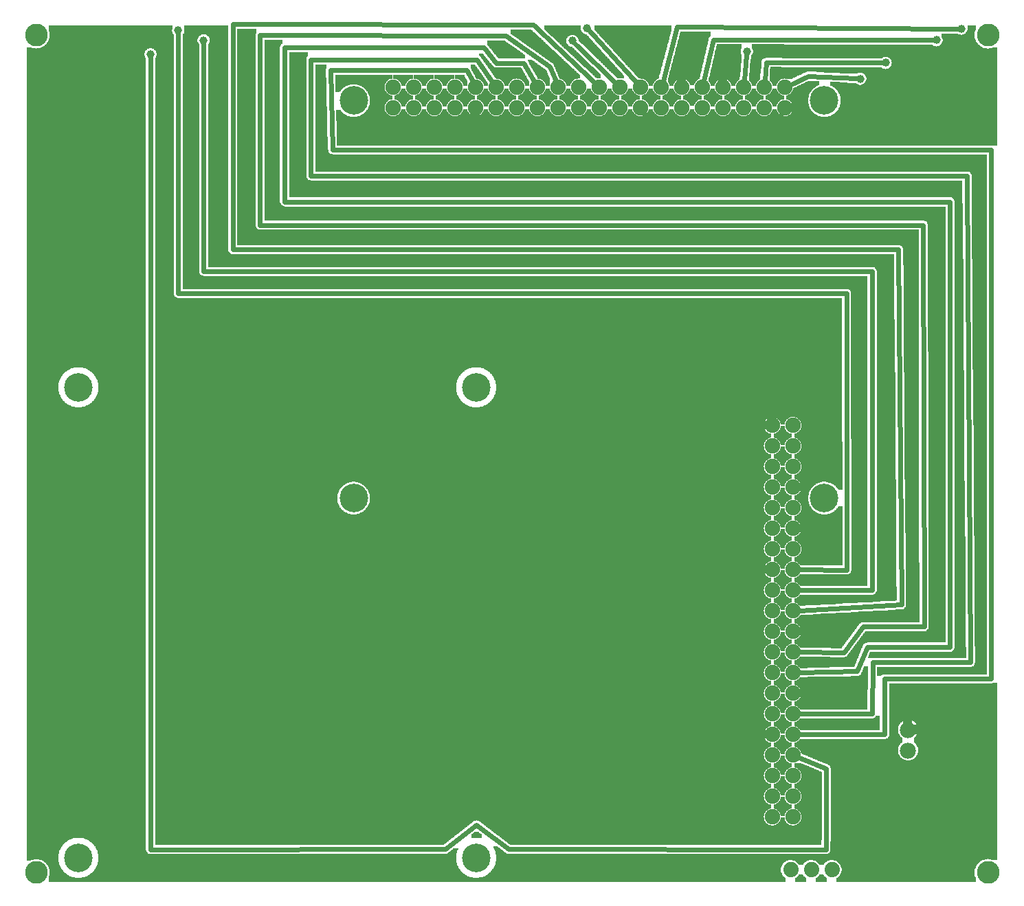
<source format=gbl>
G04 MADE WITH FRITZING*
G04 WWW.FRITZING.ORG*
G04 DOUBLE SIDED*
G04 HOLES PLATED*
G04 CONTOUR ON CENTER OF CONTOUR VECTOR*
%ASAXBY*%
%FSLAX23Y23*%
%MOIN*%
%OFA0B0*%
%SFA1.0B1.0*%
%ADD10C,0.075000*%
%ADD11C,0.039370*%
%ADD12C,0.138425*%
%ADD13C,0.075361*%
%ADD14C,0.110236*%
%ADD15C,0.074000*%
%ADD16C,0.078000*%
%ADD17C,0.024000*%
%LNCOPPER0*%
G90*
G70*
G54D10*
X2924Y4124D03*
X3885Y1293D03*
X3255Y4097D03*
X3429Y4037D03*
X697Y4113D03*
X4287Y4034D03*
X3862Y982D03*
G54D11*
X898Y4124D03*
X2687Y4122D03*
X774Y4172D03*
X2756Y4183D03*
X4572Y4181D03*
X4452Y4125D03*
X3532Y4071D03*
X4206Y4015D03*
X4082Y3938D03*
X640Y4056D03*
G54D12*
X2219Y2441D03*
X2219Y157D03*
X290Y157D03*
X290Y2441D03*
X2219Y2441D03*
X2219Y157D03*
X290Y157D03*
X290Y2441D03*
G54D13*
X3656Y356D03*
X3656Y456D03*
X3656Y556D03*
X3656Y656D03*
X3656Y756D03*
X3656Y856D03*
X3656Y956D03*
X3656Y1056D03*
X3656Y1156D03*
X3656Y1256D03*
X3656Y1356D03*
X3656Y1456D03*
X3656Y1556D03*
X3656Y1656D03*
X3656Y1756D03*
X3656Y1856D03*
X3656Y1956D03*
X3656Y2056D03*
X3656Y2156D03*
X3656Y2256D03*
X3756Y2256D03*
X3756Y2156D03*
X3756Y2056D03*
X3756Y1956D03*
X3756Y1856D03*
X3756Y1756D03*
X3756Y1656D03*
X3756Y1556D03*
X3756Y1456D03*
X3756Y1356D03*
X3756Y1256D03*
X3756Y1156D03*
X3756Y1056D03*
X3756Y956D03*
X3756Y856D03*
X3756Y756D03*
X3756Y656D03*
X3756Y556D03*
X3756Y456D03*
X3756Y356D03*
X3656Y356D03*
X3656Y456D03*
X3656Y556D03*
X3656Y656D03*
X3656Y756D03*
X3656Y856D03*
X3656Y956D03*
X3656Y1056D03*
X3656Y1156D03*
X3656Y1256D03*
X3656Y1356D03*
X3656Y1456D03*
X3656Y1556D03*
X3656Y1656D03*
X3656Y1756D03*
X3656Y1856D03*
X3656Y1956D03*
X3656Y2056D03*
X3656Y2156D03*
X3656Y2256D03*
X3756Y2256D03*
X3756Y2156D03*
X3756Y2056D03*
X3756Y1956D03*
X3756Y1856D03*
X3756Y1756D03*
X3756Y1656D03*
X3756Y1556D03*
X3756Y1456D03*
X3756Y1356D03*
X3756Y1256D03*
X3756Y1156D03*
X3756Y1056D03*
X3756Y956D03*
X3756Y856D03*
X3756Y756D03*
X3756Y656D03*
X3756Y556D03*
X3756Y456D03*
X3756Y356D03*
G54D14*
X4702Y86D03*
X4702Y4150D03*
X86Y4150D03*
X86Y86D03*
X4702Y86D03*
G54D13*
X1817Y3798D03*
X1916Y3798D03*
X2017Y3798D03*
X2116Y3798D03*
X2217Y3798D03*
X2317Y3798D03*
X2416Y3798D03*
X2517Y3798D03*
X2616Y3798D03*
X2717Y3798D03*
X2817Y3798D03*
X2917Y3798D03*
X3017Y3798D03*
X3116Y3798D03*
X3217Y3798D03*
X3317Y3798D03*
X3417Y3798D03*
X3517Y3798D03*
X3616Y3798D03*
X3717Y3798D03*
X3717Y3898D03*
X3616Y3898D03*
X3517Y3898D03*
X3417Y3898D03*
X3317Y3898D03*
X3217Y3898D03*
X3116Y3898D03*
X3017Y3898D03*
X2917Y3898D03*
X2817Y3898D03*
X2717Y3898D03*
X2616Y3898D03*
X2517Y3898D03*
X2416Y3898D03*
X2317Y3898D03*
X2217Y3898D03*
X2116Y3898D03*
X2017Y3898D03*
X1916Y3898D03*
X1817Y3898D03*
G54D12*
X3908Y3832D03*
X1625Y3832D03*
X1625Y1903D03*
X3908Y1903D03*
G54D15*
X3745Y99D03*
X3845Y99D03*
X3945Y99D03*
G54D16*
X4314Y778D03*
X4314Y678D03*
G54D17*
X898Y4105D02*
X898Y3003D01*
D02*
X898Y3003D02*
X4140Y3003D01*
D02*
X4140Y3003D02*
X4140Y1456D01*
D02*
X4140Y1456D02*
X3787Y1456D01*
D02*
X2894Y3920D02*
X2700Y4108D01*
D02*
X774Y4153D02*
X774Y2897D01*
D02*
X774Y2897D02*
X4016Y2897D01*
D02*
X4016Y2897D02*
X4018Y1554D01*
D02*
X4018Y1554D02*
X3787Y1556D01*
D02*
X2995Y3921D02*
X2769Y4169D01*
D02*
X3194Y4190D02*
X3125Y3928D01*
D02*
X4553Y4181D02*
X3194Y4190D01*
D02*
X3324Y3929D02*
X3369Y4128D01*
D02*
X3369Y4128D02*
X4433Y4125D01*
D02*
X3519Y3929D02*
X3531Y4052D01*
D02*
X4187Y4015D02*
X3625Y4018D01*
D02*
X3625Y4018D02*
X3619Y3929D01*
D02*
X3831Y3951D02*
X4063Y3939D01*
D02*
X3745Y3911D02*
X3831Y3951D01*
D02*
X4718Y1027D02*
X4201Y1027D01*
D02*
X4201Y1027D02*
X4201Y756D01*
D02*
X2173Y3980D02*
X1512Y3980D01*
D02*
X1512Y3980D02*
X1523Y3593D01*
D02*
X1523Y3593D02*
X4718Y3593D01*
D02*
X4718Y3593D02*
X4718Y1027D01*
D02*
X4201Y756D02*
X3787Y756D01*
D02*
X2202Y3926D02*
X2173Y3980D01*
D02*
X3073Y3701D02*
X3662Y3701D01*
D02*
X3662Y3701D02*
X3701Y3771D01*
D02*
X3032Y3771D02*
X3073Y3701D01*
D02*
X2223Y4031D02*
X1418Y4031D01*
D02*
X1418Y4031D02*
X1418Y3467D01*
D02*
X1418Y3467D02*
X4600Y3467D01*
D02*
X4600Y3467D02*
X4618Y1106D01*
D02*
X4618Y1106D02*
X4142Y1106D01*
D02*
X4142Y1106D02*
X4140Y856D01*
D02*
X4140Y856D02*
X3787Y856D01*
D02*
X2298Y3924D02*
X2223Y4031D01*
D02*
X2221Y317D02*
X2377Y199D01*
D02*
X2377Y199D02*
X3917Y198D01*
D02*
X2069Y199D02*
X2221Y317D01*
D02*
X640Y198D02*
X2069Y199D01*
D02*
X3917Y198D02*
X3918Y590D01*
D02*
X3918Y590D02*
X3785Y644D01*
D02*
X640Y4037D02*
X640Y198D01*
D02*
X2255Y4091D02*
X2318Y4014D01*
D02*
X2451Y4014D02*
X2501Y3925D01*
D02*
X4068Y1062D02*
X4116Y1179D01*
D02*
X4116Y1179D02*
X4518Y1179D01*
D02*
X4518Y1179D02*
X4518Y3341D01*
D02*
X4518Y3341D02*
X1291Y3341D01*
D02*
X1291Y3341D02*
X1291Y4091D01*
D02*
X1291Y4091D02*
X2255Y4091D01*
D02*
X2318Y4014D02*
X2451Y4014D01*
D02*
X3787Y1056D02*
X4068Y1062D01*
D02*
X2362Y4147D02*
X1171Y4150D01*
D02*
X2577Y3995D02*
X2362Y4147D01*
D02*
X1171Y4150D02*
X1171Y3228D01*
D02*
X1171Y3228D02*
X4388Y3228D01*
D02*
X4388Y3228D02*
X4392Y1279D01*
D02*
X4392Y1279D02*
X4096Y1279D01*
D02*
X4096Y1279D02*
X4002Y1152D01*
D02*
X4002Y1152D02*
X3787Y1155D01*
D02*
X2605Y3927D02*
X2577Y3995D01*
D02*
X2495Y4199D02*
X1039Y4203D01*
D02*
X1039Y4203D02*
X1039Y3109D01*
D02*
X1039Y3109D02*
X4268Y3109D01*
D02*
X4268Y3109D02*
X4282Y1385D01*
D02*
X4282Y1385D02*
X3787Y1358D01*
D02*
X2794Y3920D02*
X2495Y4199D01*
G36*
X2550Y4196D02*
X2550Y4176D01*
X2552Y4176D01*
X2552Y4174D01*
X2554Y4174D01*
X2554Y4172D01*
X2556Y4172D01*
X2556Y4170D01*
X2560Y4170D01*
X2560Y4168D01*
X2562Y4168D01*
X2562Y4166D01*
X2564Y4166D01*
X2564Y4164D01*
X2566Y4164D01*
X2566Y4162D01*
X2568Y4162D01*
X2568Y4160D01*
X2570Y4160D01*
X2570Y4158D01*
X2572Y4158D01*
X2572Y4156D01*
X2574Y4156D01*
X2574Y4154D01*
X2576Y4154D01*
X2576Y4152D01*
X2578Y4152D01*
X2578Y4150D01*
X2698Y4150D01*
X2698Y4148D01*
X2702Y4148D01*
X2702Y4146D01*
X2704Y4146D01*
X2704Y4144D01*
X2706Y4144D01*
X2706Y4142D01*
X2708Y4142D01*
X2708Y4140D01*
X2710Y4140D01*
X2710Y4138D01*
X2712Y4138D01*
X2712Y4134D01*
X2714Y4134D01*
X2714Y4130D01*
X2716Y4130D01*
X2716Y4122D01*
X2718Y4122D01*
X2718Y4120D01*
X2720Y4120D01*
X2720Y4118D01*
X2722Y4118D01*
X2722Y4116D01*
X2724Y4116D01*
X2724Y4114D01*
X2726Y4114D01*
X2726Y4112D01*
X2728Y4112D01*
X2728Y4110D01*
X2730Y4110D01*
X2730Y4108D01*
X2732Y4108D01*
X2732Y4106D01*
X2736Y4106D01*
X2736Y4104D01*
X2738Y4104D01*
X2738Y4102D01*
X2740Y4102D01*
X2740Y4100D01*
X2742Y4100D01*
X2742Y4098D01*
X2744Y4098D01*
X2744Y4096D01*
X2746Y4096D01*
X2746Y4094D01*
X2748Y4094D01*
X2748Y4092D01*
X2750Y4092D01*
X2750Y4090D01*
X2752Y4090D01*
X2752Y4088D01*
X2754Y4088D01*
X2754Y4086D01*
X2756Y4086D01*
X2756Y4084D01*
X2758Y4084D01*
X2758Y4082D01*
X2760Y4082D01*
X2760Y4080D01*
X2762Y4080D01*
X2762Y4078D01*
X2764Y4078D01*
X2764Y4076D01*
X2766Y4076D01*
X2766Y4074D01*
X2768Y4074D01*
X2768Y4072D01*
X2770Y4072D01*
X2770Y4070D01*
X2772Y4070D01*
X2772Y4068D01*
X2774Y4068D01*
X2774Y4066D01*
X2776Y4066D01*
X2776Y4064D01*
X2778Y4064D01*
X2778Y4062D01*
X2780Y4062D01*
X2780Y4060D01*
X2782Y4060D01*
X2782Y4058D01*
X2784Y4058D01*
X2784Y4056D01*
X2786Y4056D01*
X2786Y4054D01*
X2788Y4054D01*
X2788Y4052D01*
X2790Y4052D01*
X2790Y4050D01*
X2792Y4050D01*
X2792Y4048D01*
X2794Y4048D01*
X2794Y4046D01*
X2796Y4046D01*
X2796Y4044D01*
X2798Y4044D01*
X2798Y4042D01*
X2800Y4042D01*
X2800Y4040D01*
X2802Y4040D01*
X2802Y4038D01*
X2804Y4038D01*
X2804Y4036D01*
X2808Y4036D01*
X2808Y4034D01*
X2810Y4034D01*
X2810Y4032D01*
X2812Y4032D01*
X2812Y4030D01*
X2814Y4030D01*
X2814Y4028D01*
X2816Y4028D01*
X2816Y4026D01*
X2818Y4026D01*
X2818Y4024D01*
X2820Y4024D01*
X2820Y4022D01*
X2822Y4022D01*
X2822Y4020D01*
X2824Y4020D01*
X2824Y4018D01*
X2826Y4018D01*
X2826Y4016D01*
X2828Y4016D01*
X2828Y4014D01*
X2830Y4014D01*
X2830Y4012D01*
X2832Y4012D01*
X2832Y4010D01*
X2834Y4010D01*
X2834Y4008D01*
X2836Y4008D01*
X2836Y4006D01*
X2838Y4006D01*
X2838Y4004D01*
X2840Y4004D01*
X2840Y4002D01*
X2842Y4002D01*
X2842Y4000D01*
X2844Y4000D01*
X2844Y3998D01*
X2846Y3998D01*
X2846Y3996D01*
X2848Y3996D01*
X2848Y3994D01*
X2850Y3994D01*
X2850Y3992D01*
X2852Y3992D01*
X2852Y3990D01*
X2854Y3990D01*
X2854Y3988D01*
X2856Y3988D01*
X2856Y3986D01*
X2858Y3986D01*
X2858Y3984D01*
X2860Y3984D01*
X2860Y3982D01*
X2862Y3982D01*
X2862Y3980D01*
X2864Y3980D01*
X2864Y3978D01*
X2866Y3978D01*
X2866Y3976D01*
X2868Y3976D01*
X2868Y3974D01*
X2870Y3974D01*
X2870Y3972D01*
X2872Y3972D01*
X2872Y3970D01*
X2874Y3970D01*
X2874Y3968D01*
X2876Y3968D01*
X2876Y3966D01*
X2880Y3966D01*
X2880Y3964D01*
X2882Y3964D01*
X2882Y3962D01*
X2884Y3962D01*
X2884Y3960D01*
X2886Y3960D01*
X2886Y3958D01*
X2888Y3958D01*
X2888Y3956D01*
X2890Y3956D01*
X2890Y3954D01*
X2892Y3954D01*
X2892Y3952D01*
X2894Y3952D01*
X2894Y3950D01*
X2896Y3950D01*
X2896Y3948D01*
X2898Y3948D01*
X2898Y3946D01*
X2900Y3946D01*
X2900Y3944D01*
X2902Y3944D01*
X2902Y3942D01*
X2904Y3942D01*
X2904Y3940D01*
X2936Y3940D01*
X2936Y3954D01*
X2934Y3954D01*
X2934Y3956D01*
X2932Y3956D01*
X2932Y3958D01*
X2930Y3958D01*
X2930Y3962D01*
X2928Y3962D01*
X2928Y3964D01*
X2926Y3964D01*
X2926Y3966D01*
X2924Y3966D01*
X2924Y3968D01*
X2922Y3968D01*
X2922Y3970D01*
X2920Y3970D01*
X2920Y3972D01*
X2918Y3972D01*
X2918Y3974D01*
X2916Y3974D01*
X2916Y3976D01*
X2914Y3976D01*
X2914Y3978D01*
X2912Y3978D01*
X2912Y3980D01*
X2910Y3980D01*
X2910Y3984D01*
X2908Y3984D01*
X2908Y3986D01*
X2906Y3986D01*
X2906Y3988D01*
X2904Y3988D01*
X2904Y3990D01*
X2902Y3990D01*
X2902Y3992D01*
X2900Y3992D01*
X2900Y3994D01*
X2898Y3994D01*
X2898Y3996D01*
X2896Y3996D01*
X2896Y3998D01*
X2894Y3998D01*
X2894Y4000D01*
X2892Y4000D01*
X2892Y4002D01*
X2890Y4002D01*
X2890Y4006D01*
X2888Y4006D01*
X2888Y4008D01*
X2886Y4008D01*
X2886Y4010D01*
X2884Y4010D01*
X2884Y4012D01*
X2882Y4012D01*
X2882Y4014D01*
X2880Y4014D01*
X2880Y4016D01*
X2878Y4016D01*
X2878Y4018D01*
X2876Y4018D01*
X2876Y4020D01*
X2874Y4020D01*
X2874Y4022D01*
X2872Y4022D01*
X2872Y4024D01*
X2870Y4024D01*
X2870Y4026D01*
X2868Y4026D01*
X2868Y4030D01*
X2866Y4030D01*
X2866Y4032D01*
X2864Y4032D01*
X2864Y4034D01*
X2862Y4034D01*
X2862Y4036D01*
X2860Y4036D01*
X2860Y4038D01*
X2858Y4038D01*
X2858Y4040D01*
X2856Y4040D01*
X2856Y4042D01*
X2854Y4042D01*
X2854Y4044D01*
X2852Y4044D01*
X2852Y4046D01*
X2850Y4046D01*
X2850Y4048D01*
X2848Y4048D01*
X2848Y4052D01*
X2846Y4052D01*
X2846Y4054D01*
X2844Y4054D01*
X2844Y4056D01*
X2842Y4056D01*
X2842Y4058D01*
X2840Y4058D01*
X2840Y4060D01*
X2838Y4060D01*
X2838Y4062D01*
X2836Y4062D01*
X2836Y4064D01*
X2834Y4064D01*
X2834Y4066D01*
X2832Y4066D01*
X2832Y4068D01*
X2830Y4068D01*
X2830Y4070D01*
X2828Y4070D01*
X2828Y4074D01*
X2826Y4074D01*
X2826Y4076D01*
X2824Y4076D01*
X2824Y4078D01*
X2822Y4078D01*
X2822Y4080D01*
X2820Y4080D01*
X2820Y4082D01*
X2818Y4082D01*
X2818Y4084D01*
X2816Y4084D01*
X2816Y4086D01*
X2814Y4086D01*
X2814Y4088D01*
X2812Y4088D01*
X2812Y4090D01*
X2810Y4090D01*
X2810Y4092D01*
X2808Y4092D01*
X2808Y4094D01*
X2806Y4094D01*
X2806Y4098D01*
X2804Y4098D01*
X2804Y4100D01*
X2802Y4100D01*
X2802Y4102D01*
X2800Y4102D01*
X2800Y4104D01*
X2798Y4104D01*
X2798Y4106D01*
X2796Y4106D01*
X2796Y4108D01*
X2794Y4108D01*
X2794Y4110D01*
X2792Y4110D01*
X2792Y4112D01*
X2790Y4112D01*
X2790Y4114D01*
X2788Y4114D01*
X2788Y4116D01*
X2786Y4116D01*
X2786Y4120D01*
X2784Y4120D01*
X2784Y4122D01*
X2782Y4122D01*
X2782Y4124D01*
X2780Y4124D01*
X2780Y4126D01*
X2778Y4126D01*
X2778Y4128D01*
X2776Y4128D01*
X2776Y4130D01*
X2774Y4130D01*
X2774Y4132D01*
X2772Y4132D01*
X2772Y4134D01*
X2770Y4134D01*
X2770Y4136D01*
X2768Y4136D01*
X2768Y4138D01*
X2766Y4138D01*
X2766Y4142D01*
X2764Y4142D01*
X2764Y4144D01*
X2762Y4144D01*
X2762Y4146D01*
X2760Y4146D01*
X2760Y4148D01*
X2758Y4148D01*
X2758Y4150D01*
X2756Y4150D01*
X2756Y4152D01*
X2754Y4152D01*
X2754Y4154D01*
X2748Y4154D01*
X2748Y4156D01*
X2742Y4156D01*
X2742Y4158D01*
X2740Y4158D01*
X2740Y4160D01*
X2736Y4160D01*
X2736Y4162D01*
X2734Y4162D01*
X2734Y4166D01*
X2732Y4166D01*
X2732Y4168D01*
X2730Y4168D01*
X2730Y4172D01*
X2728Y4172D01*
X2728Y4180D01*
X2726Y4180D01*
X2726Y4196D01*
X2550Y4196D01*
G37*
D02*
G36*
X2580Y4150D02*
X2580Y4148D01*
X2582Y4148D01*
X2582Y4146D01*
X2584Y4146D01*
X2584Y4144D01*
X2586Y4144D01*
X2586Y4142D01*
X2590Y4142D01*
X2590Y4140D01*
X2592Y4140D01*
X2592Y4138D01*
X2594Y4138D01*
X2594Y4136D01*
X2596Y4136D01*
X2596Y4134D01*
X2598Y4134D01*
X2598Y4132D01*
X2600Y4132D01*
X2600Y4130D01*
X2602Y4130D01*
X2602Y4128D01*
X2604Y4128D01*
X2604Y4126D01*
X2606Y4126D01*
X2606Y4124D01*
X2608Y4124D01*
X2608Y4122D01*
X2610Y4122D01*
X2610Y4120D01*
X2612Y4120D01*
X2612Y4118D01*
X2614Y4118D01*
X2614Y4116D01*
X2616Y4116D01*
X2616Y4114D01*
X2618Y4114D01*
X2618Y4112D01*
X2622Y4112D01*
X2622Y4110D01*
X2624Y4110D01*
X2624Y4108D01*
X2626Y4108D01*
X2626Y4106D01*
X2628Y4106D01*
X2628Y4104D01*
X2630Y4104D01*
X2630Y4102D01*
X2632Y4102D01*
X2632Y4100D01*
X2634Y4100D01*
X2634Y4098D01*
X2636Y4098D01*
X2636Y4096D01*
X2638Y4096D01*
X2638Y4094D01*
X2640Y4094D01*
X2640Y4092D01*
X2642Y4092D01*
X2642Y4090D01*
X2644Y4090D01*
X2644Y4088D01*
X2646Y4088D01*
X2646Y4086D01*
X2648Y4086D01*
X2648Y4084D01*
X2650Y4084D01*
X2650Y4082D01*
X2654Y4082D01*
X2654Y4080D01*
X2656Y4080D01*
X2656Y4078D01*
X2658Y4078D01*
X2658Y4076D01*
X2660Y4076D01*
X2660Y4074D01*
X2662Y4074D01*
X2662Y4072D01*
X2664Y4072D01*
X2664Y4070D01*
X2666Y4070D01*
X2666Y4068D01*
X2668Y4068D01*
X2668Y4066D01*
X2670Y4066D01*
X2670Y4064D01*
X2672Y4064D01*
X2672Y4062D01*
X2674Y4062D01*
X2674Y4060D01*
X2676Y4060D01*
X2676Y4058D01*
X2678Y4058D01*
X2678Y4056D01*
X2680Y4056D01*
X2680Y4054D01*
X2684Y4054D01*
X2684Y4052D01*
X2686Y4052D01*
X2686Y4050D01*
X2688Y4050D01*
X2688Y4048D01*
X2690Y4048D01*
X2690Y4046D01*
X2692Y4046D01*
X2692Y4044D01*
X2694Y4044D01*
X2694Y4042D01*
X2696Y4042D01*
X2696Y4040D01*
X2698Y4040D01*
X2698Y4038D01*
X2700Y4038D01*
X2700Y4036D01*
X2702Y4036D01*
X2702Y4034D01*
X2704Y4034D01*
X2704Y4032D01*
X2706Y4032D01*
X2706Y4030D01*
X2708Y4030D01*
X2708Y4028D01*
X2710Y4028D01*
X2710Y4026D01*
X2712Y4026D01*
X2712Y4024D01*
X2716Y4024D01*
X2716Y4022D01*
X2718Y4022D01*
X2718Y4020D01*
X2720Y4020D01*
X2720Y4018D01*
X2722Y4018D01*
X2722Y4016D01*
X2724Y4016D01*
X2724Y4014D01*
X2726Y4014D01*
X2726Y4012D01*
X2728Y4012D01*
X2728Y4010D01*
X2730Y4010D01*
X2730Y4008D01*
X2732Y4008D01*
X2732Y4006D01*
X2734Y4006D01*
X2734Y4004D01*
X2736Y4004D01*
X2736Y4002D01*
X2738Y4002D01*
X2738Y4000D01*
X2740Y4000D01*
X2740Y3998D01*
X2742Y3998D01*
X2742Y3996D01*
X2744Y3996D01*
X2744Y3994D01*
X2748Y3994D01*
X2748Y3992D01*
X2750Y3992D01*
X2750Y3990D01*
X2752Y3990D01*
X2752Y3988D01*
X2754Y3988D01*
X2754Y3986D01*
X2756Y3986D01*
X2756Y3984D01*
X2758Y3984D01*
X2758Y3982D01*
X2760Y3982D01*
X2760Y3980D01*
X2762Y3980D01*
X2762Y3978D01*
X2764Y3978D01*
X2764Y3976D01*
X2766Y3976D01*
X2766Y3974D01*
X2768Y3974D01*
X2768Y3972D01*
X2770Y3972D01*
X2770Y3970D01*
X2772Y3970D01*
X2772Y3968D01*
X2774Y3968D01*
X2774Y3966D01*
X2776Y3966D01*
X2776Y3964D01*
X2780Y3964D01*
X2780Y3962D01*
X2782Y3962D01*
X2782Y3960D01*
X2784Y3960D01*
X2784Y3958D01*
X2786Y3958D01*
X2786Y3956D01*
X2788Y3956D01*
X2788Y3954D01*
X2790Y3954D01*
X2790Y3952D01*
X2792Y3952D01*
X2792Y3950D01*
X2794Y3950D01*
X2794Y3948D01*
X2796Y3948D01*
X2796Y3946D01*
X2798Y3946D01*
X2798Y3944D01*
X2800Y3944D01*
X2800Y3942D01*
X2802Y3942D01*
X2802Y3940D01*
X2824Y3940D01*
X2824Y3958D01*
X2822Y3958D01*
X2822Y3960D01*
X2820Y3960D01*
X2820Y3962D01*
X2818Y3962D01*
X2818Y3964D01*
X2816Y3964D01*
X2816Y3966D01*
X2814Y3966D01*
X2814Y3968D01*
X2812Y3968D01*
X2812Y3970D01*
X2810Y3970D01*
X2810Y3972D01*
X2808Y3972D01*
X2808Y3974D01*
X2806Y3974D01*
X2806Y3976D01*
X2804Y3976D01*
X2804Y3978D01*
X2802Y3978D01*
X2802Y3980D01*
X2800Y3980D01*
X2800Y3982D01*
X2798Y3982D01*
X2798Y3984D01*
X2796Y3984D01*
X2796Y3986D01*
X2794Y3986D01*
X2794Y3988D01*
X2792Y3988D01*
X2792Y3990D01*
X2790Y3990D01*
X2790Y3992D01*
X2788Y3992D01*
X2788Y3994D01*
X2786Y3994D01*
X2786Y3996D01*
X2782Y3996D01*
X2782Y3998D01*
X2780Y3998D01*
X2780Y4000D01*
X2778Y4000D01*
X2778Y4002D01*
X2776Y4002D01*
X2776Y4004D01*
X2774Y4004D01*
X2774Y4006D01*
X2772Y4006D01*
X2772Y4008D01*
X2770Y4008D01*
X2770Y4010D01*
X2768Y4010D01*
X2768Y4012D01*
X2766Y4012D01*
X2766Y4014D01*
X2764Y4014D01*
X2764Y4016D01*
X2762Y4016D01*
X2762Y4018D01*
X2760Y4018D01*
X2760Y4020D01*
X2758Y4020D01*
X2758Y4022D01*
X2756Y4022D01*
X2756Y4024D01*
X2754Y4024D01*
X2754Y4026D01*
X2752Y4026D01*
X2752Y4028D01*
X2750Y4028D01*
X2750Y4030D01*
X2748Y4030D01*
X2748Y4032D01*
X2746Y4032D01*
X2746Y4034D01*
X2744Y4034D01*
X2744Y4036D01*
X2742Y4036D01*
X2742Y4038D01*
X2740Y4038D01*
X2740Y4040D01*
X2738Y4040D01*
X2738Y4042D01*
X2736Y4042D01*
X2736Y4044D01*
X2734Y4044D01*
X2734Y4046D01*
X2732Y4046D01*
X2732Y4048D01*
X2730Y4048D01*
X2730Y4050D01*
X2728Y4050D01*
X2728Y4052D01*
X2726Y4052D01*
X2726Y4054D01*
X2724Y4054D01*
X2724Y4056D01*
X2722Y4056D01*
X2722Y4058D01*
X2720Y4058D01*
X2720Y4060D01*
X2718Y4060D01*
X2718Y4062D01*
X2716Y4062D01*
X2716Y4064D01*
X2714Y4064D01*
X2714Y4066D01*
X2710Y4066D01*
X2710Y4068D01*
X2708Y4068D01*
X2708Y4070D01*
X2706Y4070D01*
X2706Y4072D01*
X2704Y4072D01*
X2704Y4074D01*
X2702Y4074D01*
X2702Y4076D01*
X2700Y4076D01*
X2700Y4078D01*
X2698Y4078D01*
X2698Y4080D01*
X2696Y4080D01*
X2696Y4082D01*
X2694Y4082D01*
X2694Y4084D01*
X2692Y4084D01*
X2692Y4086D01*
X2690Y4086D01*
X2690Y4088D01*
X2688Y4088D01*
X2688Y4090D01*
X2686Y4090D01*
X2686Y4092D01*
X2678Y4092D01*
X2678Y4094D01*
X2674Y4094D01*
X2674Y4096D01*
X2670Y4096D01*
X2670Y4098D01*
X2668Y4098D01*
X2668Y4100D01*
X2666Y4100D01*
X2666Y4102D01*
X2664Y4102D01*
X2664Y4104D01*
X2662Y4104D01*
X2662Y4106D01*
X2660Y4106D01*
X2660Y4110D01*
X2658Y4110D01*
X2658Y4132D01*
X2660Y4132D01*
X2660Y4136D01*
X2662Y4136D01*
X2662Y4138D01*
X2664Y4138D01*
X2664Y4142D01*
X2666Y4142D01*
X2666Y4144D01*
X2670Y4144D01*
X2670Y4146D01*
X2672Y4146D01*
X2672Y4148D01*
X2676Y4148D01*
X2676Y4150D01*
X2580Y4150D01*
G37*
D02*
G36*
X2792Y4196D02*
X2792Y4176D01*
X2794Y4176D01*
X2794Y4174D01*
X2796Y4174D01*
X2796Y4172D01*
X2798Y4172D01*
X2798Y4170D01*
X2800Y4170D01*
X2800Y4166D01*
X2802Y4166D01*
X2802Y4164D01*
X2804Y4164D01*
X2804Y4162D01*
X2806Y4162D01*
X2806Y4160D01*
X2808Y4160D01*
X2808Y4158D01*
X2810Y4158D01*
X2810Y4156D01*
X2812Y4156D01*
X2812Y4154D01*
X2814Y4154D01*
X2814Y4152D01*
X2816Y4152D01*
X2816Y4150D01*
X2818Y4150D01*
X2818Y4148D01*
X2820Y4148D01*
X2820Y4144D01*
X2822Y4144D01*
X2822Y4142D01*
X2824Y4142D01*
X2824Y4140D01*
X2826Y4140D01*
X2826Y4138D01*
X2828Y4138D01*
X2828Y4136D01*
X2830Y4136D01*
X2830Y4134D01*
X2832Y4134D01*
X2832Y4132D01*
X2834Y4132D01*
X2834Y4130D01*
X2836Y4130D01*
X2836Y4128D01*
X2838Y4128D01*
X2838Y4126D01*
X2840Y4126D01*
X2840Y4124D01*
X2842Y4124D01*
X2842Y4120D01*
X2844Y4120D01*
X2844Y4118D01*
X2846Y4118D01*
X2846Y4116D01*
X2848Y4116D01*
X2848Y4114D01*
X2850Y4114D01*
X2850Y4112D01*
X2852Y4112D01*
X2852Y4110D01*
X2854Y4110D01*
X2854Y4108D01*
X2856Y4108D01*
X2856Y4106D01*
X2858Y4106D01*
X2858Y4104D01*
X2860Y4104D01*
X2860Y4102D01*
X2862Y4102D01*
X2862Y4098D01*
X2864Y4098D01*
X2864Y4096D01*
X2866Y4096D01*
X2866Y4094D01*
X2868Y4094D01*
X2868Y4092D01*
X2870Y4092D01*
X2870Y4090D01*
X2872Y4090D01*
X2872Y4088D01*
X2874Y4088D01*
X2874Y4086D01*
X2876Y4086D01*
X2876Y4084D01*
X2878Y4084D01*
X2878Y4082D01*
X2880Y4082D01*
X2880Y4080D01*
X2882Y4080D01*
X2882Y4076D01*
X2884Y4076D01*
X2884Y4074D01*
X2886Y4074D01*
X2886Y4072D01*
X2888Y4072D01*
X2888Y4070D01*
X2890Y4070D01*
X2890Y4068D01*
X2892Y4068D01*
X2892Y4066D01*
X2894Y4066D01*
X2894Y4064D01*
X2896Y4064D01*
X2896Y4062D01*
X2898Y4062D01*
X2898Y4060D01*
X2900Y4060D01*
X2900Y4058D01*
X2902Y4058D01*
X2902Y4056D01*
X2904Y4056D01*
X2904Y4052D01*
X2906Y4052D01*
X2906Y4050D01*
X2908Y4050D01*
X2908Y4048D01*
X2910Y4048D01*
X2910Y4046D01*
X2912Y4046D01*
X2912Y4044D01*
X2914Y4044D01*
X2914Y4042D01*
X2916Y4042D01*
X2916Y4040D01*
X2918Y4040D01*
X2918Y4038D01*
X2920Y4038D01*
X2920Y4036D01*
X2922Y4036D01*
X2922Y4034D01*
X2924Y4034D01*
X2924Y4030D01*
X2926Y4030D01*
X2926Y4028D01*
X2928Y4028D01*
X2928Y4026D01*
X2930Y4026D01*
X2930Y4024D01*
X2932Y4024D01*
X2932Y4022D01*
X2934Y4022D01*
X2934Y4020D01*
X2936Y4020D01*
X2936Y4018D01*
X2938Y4018D01*
X2938Y4016D01*
X2940Y4016D01*
X2940Y4014D01*
X2942Y4014D01*
X2942Y4012D01*
X2944Y4012D01*
X2944Y4008D01*
X2946Y4008D01*
X2946Y4006D01*
X2948Y4006D01*
X2948Y4004D01*
X2950Y4004D01*
X2950Y4002D01*
X2952Y4002D01*
X2952Y4000D01*
X2954Y4000D01*
X2954Y3998D01*
X2956Y3998D01*
X2956Y3996D01*
X2958Y3996D01*
X2958Y3994D01*
X2960Y3994D01*
X2960Y3992D01*
X2962Y3992D01*
X2962Y3990D01*
X2964Y3990D01*
X2964Y3988D01*
X2966Y3988D01*
X2966Y3984D01*
X2968Y3984D01*
X2968Y3982D01*
X2970Y3982D01*
X2970Y3980D01*
X2972Y3980D01*
X2972Y3978D01*
X2974Y3978D01*
X2974Y3976D01*
X2976Y3976D01*
X2976Y3974D01*
X2978Y3974D01*
X2978Y3972D01*
X2980Y3972D01*
X2980Y3970D01*
X2982Y3970D01*
X2982Y3968D01*
X2984Y3968D01*
X2984Y3966D01*
X2986Y3966D01*
X2986Y3962D01*
X2988Y3962D01*
X2988Y3960D01*
X2990Y3960D01*
X2990Y3958D01*
X2992Y3958D01*
X2992Y3956D01*
X2994Y3956D01*
X2994Y3954D01*
X2996Y3954D01*
X2996Y3952D01*
X2998Y3952D01*
X2998Y3950D01*
X3000Y3950D01*
X3000Y3948D01*
X3002Y3948D01*
X3002Y3946D01*
X3004Y3946D01*
X3004Y3944D01*
X3006Y3944D01*
X3006Y3940D01*
X3018Y3940D01*
X3018Y3938D01*
X3028Y3938D01*
X3028Y3936D01*
X3034Y3936D01*
X3034Y3934D01*
X3038Y3934D01*
X3038Y3932D01*
X3040Y3932D01*
X3040Y3930D01*
X3044Y3930D01*
X3044Y3928D01*
X3046Y3928D01*
X3046Y3926D01*
X3048Y3926D01*
X3048Y3922D01*
X3050Y3922D01*
X3050Y3920D01*
X3052Y3920D01*
X3052Y3916D01*
X3054Y3916D01*
X3054Y3912D01*
X3056Y3912D01*
X3056Y3904D01*
X3076Y3904D01*
X3076Y3908D01*
X3078Y3908D01*
X3078Y3914D01*
X3080Y3914D01*
X3080Y3918D01*
X3082Y3918D01*
X3082Y3922D01*
X3084Y3922D01*
X3084Y3924D01*
X3086Y3924D01*
X3086Y3926D01*
X3088Y3926D01*
X3088Y3928D01*
X3090Y3928D01*
X3090Y3930D01*
X3092Y3930D01*
X3092Y3932D01*
X3096Y3932D01*
X3096Y3934D01*
X3098Y3934D01*
X3098Y3936D01*
X3104Y3936D01*
X3104Y3940D01*
X3106Y3940D01*
X3106Y3948D01*
X3108Y3948D01*
X3108Y3956D01*
X3110Y3956D01*
X3110Y3962D01*
X3112Y3962D01*
X3112Y3970D01*
X3114Y3970D01*
X3114Y3978D01*
X3116Y3978D01*
X3116Y3986D01*
X3118Y3986D01*
X3118Y3992D01*
X3120Y3992D01*
X3120Y4000D01*
X3122Y4000D01*
X3122Y4008D01*
X3124Y4008D01*
X3124Y4016D01*
X3126Y4016D01*
X3126Y4024D01*
X3128Y4024D01*
X3128Y4030D01*
X3130Y4030D01*
X3130Y4038D01*
X3132Y4038D01*
X3132Y4046D01*
X3134Y4046D01*
X3134Y4054D01*
X3136Y4054D01*
X3136Y4060D01*
X3138Y4060D01*
X3138Y4068D01*
X3140Y4068D01*
X3140Y4076D01*
X3142Y4076D01*
X3142Y4084D01*
X3144Y4084D01*
X3144Y4090D01*
X3146Y4090D01*
X3146Y4098D01*
X3148Y4098D01*
X3148Y4106D01*
X3150Y4106D01*
X3150Y4114D01*
X3152Y4114D01*
X3152Y4120D01*
X3154Y4120D01*
X3154Y4128D01*
X3156Y4128D01*
X3156Y4136D01*
X3158Y4136D01*
X3158Y4144D01*
X3160Y4144D01*
X3160Y4152D01*
X3162Y4152D01*
X3162Y4158D01*
X3164Y4158D01*
X3164Y4166D01*
X3166Y4166D01*
X3166Y4174D01*
X3168Y4174D01*
X3168Y4196D01*
X2792Y4196D01*
G37*
D02*
G36*
X1060Y4180D02*
X1060Y3130D01*
X4278Y3130D01*
X4278Y3128D01*
X4280Y3128D01*
X4280Y3126D01*
X4284Y3126D01*
X4284Y3124D01*
X4286Y3124D01*
X4286Y3120D01*
X4288Y3120D01*
X4288Y3116D01*
X4290Y3116D01*
X4290Y3032D01*
X4292Y3032D01*
X4292Y2772D01*
X4294Y2772D01*
X4294Y2512D01*
X4296Y2512D01*
X4296Y2252D01*
X4298Y2252D01*
X4298Y1994D01*
X4300Y1994D01*
X4300Y1734D01*
X4302Y1734D01*
X4302Y1474D01*
X4304Y1474D01*
X4304Y1380D01*
X4302Y1380D01*
X4302Y1374D01*
X4300Y1374D01*
X4300Y1372D01*
X4298Y1372D01*
X4298Y1368D01*
X4294Y1368D01*
X4294Y1366D01*
X4292Y1366D01*
X4292Y1364D01*
X4286Y1364D01*
X4286Y1362D01*
X4254Y1362D01*
X4254Y1360D01*
X4218Y1360D01*
X4218Y1358D01*
X4180Y1358D01*
X4180Y1356D01*
X4144Y1356D01*
X4144Y1354D01*
X4108Y1354D01*
X4108Y1352D01*
X4072Y1352D01*
X4072Y1350D01*
X4036Y1350D01*
X4036Y1348D01*
X4000Y1348D01*
X4000Y1346D01*
X3964Y1346D01*
X3964Y1344D01*
X3926Y1344D01*
X3926Y1342D01*
X3890Y1342D01*
X3890Y1340D01*
X3854Y1340D01*
X3854Y1338D01*
X3818Y1338D01*
X3818Y1336D01*
X3792Y1336D01*
X3792Y1334D01*
X3790Y1334D01*
X3790Y1332D01*
X3788Y1332D01*
X3788Y1328D01*
X3786Y1328D01*
X3786Y1326D01*
X3784Y1326D01*
X3784Y1324D01*
X3780Y1324D01*
X3780Y1322D01*
X3778Y1322D01*
X3778Y1320D01*
X3774Y1320D01*
X3774Y1318D01*
X3770Y1318D01*
X3770Y1316D01*
X3762Y1316D01*
X3762Y1296D01*
X3768Y1296D01*
X3768Y1294D01*
X3774Y1294D01*
X3774Y1292D01*
X3776Y1292D01*
X3776Y1290D01*
X3780Y1290D01*
X3780Y1288D01*
X3782Y1288D01*
X3782Y1286D01*
X3784Y1286D01*
X3784Y1284D01*
X3786Y1284D01*
X3786Y1282D01*
X3788Y1282D01*
X3788Y1280D01*
X3790Y1280D01*
X3790Y1276D01*
X3792Y1276D01*
X3792Y1274D01*
X3794Y1274D01*
X3794Y1268D01*
X3796Y1268D01*
X3796Y1258D01*
X3798Y1258D01*
X3798Y1254D01*
X3796Y1254D01*
X3796Y1244D01*
X3794Y1244D01*
X3794Y1238D01*
X3792Y1238D01*
X3792Y1234D01*
X3790Y1234D01*
X3790Y1232D01*
X3788Y1232D01*
X3788Y1228D01*
X3786Y1228D01*
X3786Y1226D01*
X3784Y1226D01*
X3784Y1224D01*
X3780Y1224D01*
X3780Y1222D01*
X3778Y1222D01*
X3778Y1220D01*
X3774Y1220D01*
X3774Y1218D01*
X3770Y1218D01*
X3770Y1216D01*
X3762Y1216D01*
X3762Y1196D01*
X3768Y1196D01*
X3768Y1194D01*
X3774Y1194D01*
X3774Y1192D01*
X3776Y1192D01*
X3776Y1190D01*
X3780Y1190D01*
X3780Y1188D01*
X3782Y1188D01*
X3782Y1186D01*
X3784Y1186D01*
X3784Y1184D01*
X3786Y1184D01*
X3786Y1182D01*
X3788Y1182D01*
X3788Y1180D01*
X3790Y1180D01*
X3790Y1178D01*
X3800Y1178D01*
X3800Y1176D01*
X3940Y1176D01*
X3940Y1174D01*
X3992Y1174D01*
X3992Y1178D01*
X3994Y1178D01*
X3994Y1180D01*
X3996Y1180D01*
X3996Y1182D01*
X3998Y1182D01*
X3998Y1186D01*
X4000Y1186D01*
X4000Y1188D01*
X4002Y1188D01*
X4002Y1190D01*
X4004Y1190D01*
X4004Y1194D01*
X4006Y1194D01*
X4006Y1196D01*
X4008Y1196D01*
X4008Y1198D01*
X4010Y1198D01*
X4010Y1202D01*
X4012Y1202D01*
X4012Y1204D01*
X4014Y1204D01*
X4014Y1206D01*
X4016Y1206D01*
X4016Y1210D01*
X4018Y1210D01*
X4018Y1212D01*
X4020Y1212D01*
X4020Y1214D01*
X4022Y1214D01*
X4022Y1218D01*
X4024Y1218D01*
X4024Y1220D01*
X4026Y1220D01*
X4026Y1222D01*
X4028Y1222D01*
X4028Y1226D01*
X4030Y1226D01*
X4030Y1228D01*
X4032Y1228D01*
X4032Y1230D01*
X4034Y1230D01*
X4034Y1234D01*
X4036Y1234D01*
X4036Y1236D01*
X4038Y1236D01*
X4038Y1238D01*
X4040Y1238D01*
X4040Y1242D01*
X4042Y1242D01*
X4042Y1244D01*
X4044Y1244D01*
X4044Y1246D01*
X4046Y1246D01*
X4046Y1250D01*
X4048Y1250D01*
X4048Y1252D01*
X4050Y1252D01*
X4050Y1254D01*
X4052Y1254D01*
X4052Y1258D01*
X4054Y1258D01*
X4054Y1260D01*
X4056Y1260D01*
X4056Y1262D01*
X4058Y1262D01*
X4058Y1266D01*
X4060Y1266D01*
X4060Y1268D01*
X4062Y1268D01*
X4062Y1272D01*
X4064Y1272D01*
X4064Y1274D01*
X4066Y1274D01*
X4066Y1276D01*
X4068Y1276D01*
X4068Y1280D01*
X4070Y1280D01*
X4070Y1282D01*
X4072Y1282D01*
X4072Y1284D01*
X4074Y1284D01*
X4074Y1288D01*
X4076Y1288D01*
X4076Y1290D01*
X4078Y1290D01*
X4078Y1292D01*
X4080Y1292D01*
X4080Y1294D01*
X4082Y1294D01*
X4082Y1296D01*
X4084Y1296D01*
X4084Y1298D01*
X4088Y1298D01*
X4088Y1300D01*
X4370Y1300D01*
X4370Y1590D01*
X4368Y1590D01*
X4368Y2606D01*
X4366Y2606D01*
X4366Y3206D01*
X1166Y3206D01*
X1166Y3208D01*
X1160Y3208D01*
X1160Y3210D01*
X1158Y3210D01*
X1158Y3212D01*
X1156Y3212D01*
X1156Y3214D01*
X1154Y3214D01*
X1154Y3216D01*
X1152Y3216D01*
X1152Y3220D01*
X1150Y3220D01*
X1150Y4158D01*
X1152Y4158D01*
X1152Y4180D01*
X1060Y4180D01*
G37*
D02*
G36*
X2386Y4176D02*
X2386Y4156D01*
X2388Y4156D01*
X2388Y4154D01*
X2392Y4154D01*
X2392Y4152D01*
X2394Y4152D01*
X2394Y4150D01*
X2396Y4150D01*
X2396Y4148D01*
X2400Y4148D01*
X2400Y4146D01*
X2402Y4146D01*
X2402Y4144D01*
X2406Y4144D01*
X2406Y4142D01*
X2408Y4142D01*
X2408Y4140D01*
X2412Y4140D01*
X2412Y4138D01*
X2414Y4138D01*
X2414Y4136D01*
X2416Y4136D01*
X2416Y4134D01*
X2420Y4134D01*
X2420Y4132D01*
X2422Y4132D01*
X2422Y4130D01*
X2426Y4130D01*
X2426Y4128D01*
X2428Y4128D01*
X2428Y4126D01*
X2430Y4126D01*
X2430Y4124D01*
X2434Y4124D01*
X2434Y4122D01*
X2436Y4122D01*
X2436Y4120D01*
X2440Y4120D01*
X2440Y4118D01*
X2442Y4118D01*
X2442Y4116D01*
X2444Y4116D01*
X2444Y4114D01*
X2448Y4114D01*
X2448Y4112D01*
X2450Y4112D01*
X2450Y4110D01*
X2454Y4110D01*
X2454Y4108D01*
X2456Y4108D01*
X2456Y4106D01*
X2460Y4106D01*
X2460Y4104D01*
X2462Y4104D01*
X2462Y4102D01*
X2464Y4102D01*
X2464Y4100D01*
X2468Y4100D01*
X2468Y4098D01*
X2470Y4098D01*
X2470Y4096D01*
X2474Y4096D01*
X2474Y4094D01*
X2476Y4094D01*
X2476Y4092D01*
X2478Y4092D01*
X2478Y4090D01*
X2482Y4090D01*
X2482Y4088D01*
X2484Y4088D01*
X2484Y4086D01*
X2488Y4086D01*
X2488Y4084D01*
X2490Y4084D01*
X2490Y4082D01*
X2494Y4082D01*
X2494Y4080D01*
X2496Y4080D01*
X2496Y4078D01*
X2498Y4078D01*
X2498Y4076D01*
X2502Y4076D01*
X2502Y4074D01*
X2504Y4074D01*
X2504Y4072D01*
X2508Y4072D01*
X2508Y4070D01*
X2510Y4070D01*
X2510Y4068D01*
X2512Y4068D01*
X2512Y4066D01*
X2516Y4066D01*
X2516Y4064D01*
X2518Y4064D01*
X2518Y4062D01*
X2522Y4062D01*
X2522Y4060D01*
X2524Y4060D01*
X2524Y4058D01*
X2528Y4058D01*
X2528Y4056D01*
X2530Y4056D01*
X2530Y4054D01*
X2532Y4054D01*
X2532Y4052D01*
X2536Y4052D01*
X2536Y4050D01*
X2538Y4050D01*
X2538Y4048D01*
X2542Y4048D01*
X2542Y4046D01*
X2544Y4046D01*
X2544Y4044D01*
X2546Y4044D01*
X2546Y4042D01*
X2550Y4042D01*
X2550Y4040D01*
X2552Y4040D01*
X2552Y4038D01*
X2556Y4038D01*
X2556Y4036D01*
X2558Y4036D01*
X2558Y4034D01*
X2562Y4034D01*
X2562Y4032D01*
X2564Y4032D01*
X2564Y4030D01*
X2566Y4030D01*
X2566Y4028D01*
X2570Y4028D01*
X2570Y4026D01*
X2572Y4026D01*
X2572Y4024D01*
X2576Y4024D01*
X2576Y4022D01*
X2578Y4022D01*
X2578Y4020D01*
X2580Y4020D01*
X2580Y4018D01*
X2584Y4018D01*
X2584Y4016D01*
X2586Y4016D01*
X2586Y4014D01*
X2590Y4014D01*
X2590Y4012D01*
X2592Y4012D01*
X2592Y4010D01*
X2594Y4010D01*
X2594Y4008D01*
X2596Y4008D01*
X2596Y4004D01*
X2598Y4004D01*
X2598Y3998D01*
X2600Y3998D01*
X2600Y3994D01*
X2602Y3994D01*
X2602Y3990D01*
X2604Y3990D01*
X2604Y3984D01*
X2606Y3984D01*
X2606Y3980D01*
X2608Y3980D01*
X2608Y3974D01*
X2610Y3974D01*
X2610Y3970D01*
X2612Y3970D01*
X2612Y3964D01*
X2614Y3964D01*
X2614Y3960D01*
X2616Y3960D01*
X2616Y3954D01*
X2618Y3954D01*
X2618Y3950D01*
X2620Y3950D01*
X2620Y3944D01*
X2622Y3944D01*
X2622Y3940D01*
X2624Y3940D01*
X2624Y3938D01*
X2628Y3938D01*
X2628Y3936D01*
X2634Y3936D01*
X2634Y3934D01*
X2638Y3934D01*
X2638Y3932D01*
X2640Y3932D01*
X2640Y3930D01*
X2644Y3930D01*
X2644Y3928D01*
X2646Y3928D01*
X2646Y3926D01*
X2648Y3926D01*
X2648Y3922D01*
X2650Y3922D01*
X2650Y3920D01*
X2652Y3920D01*
X2652Y3916D01*
X2654Y3916D01*
X2654Y3912D01*
X2656Y3912D01*
X2656Y3904D01*
X2676Y3904D01*
X2676Y3908D01*
X2678Y3908D01*
X2678Y3914D01*
X2680Y3914D01*
X2680Y3918D01*
X2682Y3918D01*
X2682Y3922D01*
X2684Y3922D01*
X2684Y3924D01*
X2686Y3924D01*
X2686Y3926D01*
X2688Y3926D01*
X2688Y3928D01*
X2690Y3928D01*
X2690Y3930D01*
X2692Y3930D01*
X2692Y3932D01*
X2696Y3932D01*
X2696Y3934D01*
X2698Y3934D01*
X2698Y3936D01*
X2704Y3936D01*
X2704Y3938D01*
X2714Y3938D01*
X2714Y3940D01*
X2722Y3940D01*
X2722Y3958D01*
X2720Y3958D01*
X2720Y3960D01*
X2716Y3960D01*
X2716Y3962D01*
X2714Y3962D01*
X2714Y3964D01*
X2712Y3964D01*
X2712Y3966D01*
X2710Y3966D01*
X2710Y3968D01*
X2708Y3968D01*
X2708Y3970D01*
X2706Y3970D01*
X2706Y3972D01*
X2704Y3972D01*
X2704Y3974D01*
X2702Y3974D01*
X2702Y3976D01*
X2700Y3976D01*
X2700Y3978D01*
X2698Y3978D01*
X2698Y3980D01*
X2696Y3980D01*
X2696Y3982D01*
X2694Y3982D01*
X2694Y3984D01*
X2692Y3984D01*
X2692Y3986D01*
X2690Y3986D01*
X2690Y3988D01*
X2686Y3988D01*
X2686Y3990D01*
X2684Y3990D01*
X2684Y3992D01*
X2682Y3992D01*
X2682Y3994D01*
X2680Y3994D01*
X2680Y3996D01*
X2678Y3996D01*
X2678Y3998D01*
X2676Y3998D01*
X2676Y4000D01*
X2674Y4000D01*
X2674Y4002D01*
X2672Y4002D01*
X2672Y4004D01*
X2670Y4004D01*
X2670Y4006D01*
X2668Y4006D01*
X2668Y4008D01*
X2666Y4008D01*
X2666Y4010D01*
X2664Y4010D01*
X2664Y4012D01*
X2662Y4012D01*
X2662Y4014D01*
X2660Y4014D01*
X2660Y4016D01*
X2658Y4016D01*
X2658Y4018D01*
X2654Y4018D01*
X2654Y4020D01*
X2652Y4020D01*
X2652Y4022D01*
X2650Y4022D01*
X2650Y4024D01*
X2648Y4024D01*
X2648Y4026D01*
X2646Y4026D01*
X2646Y4028D01*
X2644Y4028D01*
X2644Y4030D01*
X2642Y4030D01*
X2642Y4032D01*
X2640Y4032D01*
X2640Y4034D01*
X2638Y4034D01*
X2638Y4036D01*
X2636Y4036D01*
X2636Y4038D01*
X2634Y4038D01*
X2634Y4040D01*
X2632Y4040D01*
X2632Y4042D01*
X2630Y4042D01*
X2630Y4044D01*
X2628Y4044D01*
X2628Y4046D01*
X2626Y4046D01*
X2626Y4048D01*
X2622Y4048D01*
X2622Y4050D01*
X2620Y4050D01*
X2620Y4052D01*
X2618Y4052D01*
X2618Y4054D01*
X2616Y4054D01*
X2616Y4056D01*
X2614Y4056D01*
X2614Y4058D01*
X2612Y4058D01*
X2612Y4060D01*
X2610Y4060D01*
X2610Y4062D01*
X2608Y4062D01*
X2608Y4064D01*
X2606Y4064D01*
X2606Y4066D01*
X2604Y4066D01*
X2604Y4068D01*
X2602Y4068D01*
X2602Y4070D01*
X2600Y4070D01*
X2600Y4072D01*
X2598Y4072D01*
X2598Y4074D01*
X2596Y4074D01*
X2596Y4076D01*
X2592Y4076D01*
X2592Y4078D01*
X2590Y4078D01*
X2590Y4080D01*
X2588Y4080D01*
X2588Y4082D01*
X2586Y4082D01*
X2586Y4084D01*
X2584Y4084D01*
X2584Y4086D01*
X2582Y4086D01*
X2582Y4088D01*
X2580Y4088D01*
X2580Y4090D01*
X2578Y4090D01*
X2578Y4092D01*
X2576Y4092D01*
X2576Y4094D01*
X2574Y4094D01*
X2574Y4096D01*
X2572Y4096D01*
X2572Y4098D01*
X2570Y4098D01*
X2570Y4100D01*
X2568Y4100D01*
X2568Y4102D01*
X2566Y4102D01*
X2566Y4104D01*
X2564Y4104D01*
X2564Y4106D01*
X2560Y4106D01*
X2560Y4108D01*
X2558Y4108D01*
X2558Y4110D01*
X2556Y4110D01*
X2556Y4112D01*
X2554Y4112D01*
X2554Y4114D01*
X2552Y4114D01*
X2552Y4116D01*
X2550Y4116D01*
X2550Y4118D01*
X2548Y4118D01*
X2548Y4120D01*
X2546Y4120D01*
X2546Y4122D01*
X2544Y4122D01*
X2544Y4124D01*
X2542Y4124D01*
X2542Y4126D01*
X2540Y4126D01*
X2540Y4128D01*
X2538Y4128D01*
X2538Y4130D01*
X2536Y4130D01*
X2536Y4132D01*
X2534Y4132D01*
X2534Y4134D01*
X2532Y4134D01*
X2532Y4136D01*
X2528Y4136D01*
X2528Y4138D01*
X2526Y4138D01*
X2526Y4140D01*
X2524Y4140D01*
X2524Y4142D01*
X2522Y4142D01*
X2522Y4144D01*
X2520Y4144D01*
X2520Y4146D01*
X2518Y4146D01*
X2518Y4148D01*
X2516Y4148D01*
X2516Y4150D01*
X2514Y4150D01*
X2514Y4152D01*
X2512Y4152D01*
X2512Y4154D01*
X2510Y4154D01*
X2510Y4156D01*
X2508Y4156D01*
X2508Y4158D01*
X2506Y4158D01*
X2506Y4160D01*
X2504Y4160D01*
X2504Y4162D01*
X2502Y4162D01*
X2502Y4164D01*
X2498Y4164D01*
X2498Y4166D01*
X2496Y4166D01*
X2496Y4168D01*
X2494Y4168D01*
X2494Y4170D01*
X2492Y4170D01*
X2492Y4172D01*
X2490Y4172D01*
X2490Y4174D01*
X2488Y4174D01*
X2488Y4176D01*
X2386Y4176D01*
G37*
D02*
G36*
X3210Y4168D02*
X3210Y4160D01*
X3208Y4160D01*
X3208Y4152D01*
X3206Y4152D01*
X3206Y4146D01*
X3204Y4146D01*
X3204Y4138D01*
X3202Y4138D01*
X3202Y4130D01*
X3200Y4130D01*
X3200Y4122D01*
X3198Y4122D01*
X3198Y4116D01*
X3196Y4116D01*
X3196Y4108D01*
X3194Y4108D01*
X3194Y4100D01*
X3192Y4100D01*
X3192Y4092D01*
X3190Y4092D01*
X3190Y4086D01*
X3188Y4086D01*
X3188Y4078D01*
X3186Y4078D01*
X3186Y4070D01*
X3184Y4070D01*
X3184Y4062D01*
X3182Y4062D01*
X3182Y4054D01*
X3180Y4054D01*
X3180Y4048D01*
X3178Y4048D01*
X3178Y4040D01*
X3176Y4040D01*
X3176Y4032D01*
X3174Y4032D01*
X3174Y4024D01*
X3172Y4024D01*
X3172Y4018D01*
X3170Y4018D01*
X3170Y4010D01*
X3168Y4010D01*
X3168Y4002D01*
X3166Y4002D01*
X3166Y3994D01*
X3164Y3994D01*
X3164Y3988D01*
X3162Y3988D01*
X3162Y3980D01*
X3160Y3980D01*
X3160Y3972D01*
X3158Y3972D01*
X3158Y3964D01*
X3156Y3964D01*
X3156Y3958D01*
X3154Y3958D01*
X3154Y3950D01*
X3152Y3950D01*
X3152Y3942D01*
X3150Y3942D01*
X3150Y3940D01*
X3218Y3940D01*
X3218Y3938D01*
X3228Y3938D01*
X3228Y3936D01*
X3234Y3936D01*
X3234Y3934D01*
X3238Y3934D01*
X3238Y3932D01*
X3240Y3932D01*
X3240Y3930D01*
X3244Y3930D01*
X3244Y3928D01*
X3246Y3928D01*
X3246Y3926D01*
X3248Y3926D01*
X3248Y3922D01*
X3250Y3922D01*
X3250Y3920D01*
X3252Y3920D01*
X3252Y3916D01*
X3254Y3916D01*
X3254Y3912D01*
X3256Y3912D01*
X3256Y3906D01*
X3276Y3906D01*
X3276Y3908D01*
X3278Y3908D01*
X3278Y3914D01*
X3280Y3914D01*
X3280Y3918D01*
X3282Y3918D01*
X3282Y3922D01*
X3284Y3922D01*
X3284Y3924D01*
X3286Y3924D01*
X3286Y3926D01*
X3288Y3926D01*
X3288Y3928D01*
X3290Y3928D01*
X3290Y3930D01*
X3292Y3930D01*
X3292Y3932D01*
X3296Y3932D01*
X3296Y3934D01*
X3298Y3934D01*
X3298Y3936D01*
X3302Y3936D01*
X3302Y3938D01*
X3304Y3938D01*
X3304Y3946D01*
X3306Y3946D01*
X3306Y3954D01*
X3308Y3954D01*
X3308Y3964D01*
X3310Y3964D01*
X3310Y3972D01*
X3312Y3972D01*
X3312Y3980D01*
X3314Y3980D01*
X3314Y3990D01*
X3316Y3990D01*
X3316Y3998D01*
X3318Y3998D01*
X3318Y4008D01*
X3320Y4008D01*
X3320Y4016D01*
X3322Y4016D01*
X3322Y4024D01*
X3324Y4024D01*
X3324Y4034D01*
X3326Y4034D01*
X3326Y4042D01*
X3328Y4042D01*
X3328Y4050D01*
X3330Y4050D01*
X3330Y4060D01*
X3332Y4060D01*
X3332Y4068D01*
X3334Y4068D01*
X3334Y4076D01*
X3336Y4076D01*
X3336Y4086D01*
X3338Y4086D01*
X3338Y4094D01*
X3340Y4094D01*
X3340Y4102D01*
X3342Y4102D01*
X3342Y4112D01*
X3344Y4112D01*
X3344Y4120D01*
X3346Y4120D01*
X3346Y4128D01*
X3348Y4128D01*
X3348Y4136D01*
X3350Y4136D01*
X3350Y4140D01*
X3352Y4140D01*
X3352Y4142D01*
X3354Y4142D01*
X3354Y4144D01*
X3356Y4144D01*
X3356Y4146D01*
X3358Y4146D01*
X3358Y4166D01*
X3312Y4166D01*
X3312Y4168D01*
X3210Y4168D01*
G37*
D02*
G36*
X3150Y3940D02*
X3150Y3920D01*
X3152Y3920D01*
X3152Y3916D01*
X3154Y3916D01*
X3154Y3912D01*
X3156Y3912D01*
X3156Y3904D01*
X3176Y3904D01*
X3176Y3908D01*
X3178Y3908D01*
X3178Y3914D01*
X3180Y3914D01*
X3180Y3918D01*
X3182Y3918D01*
X3182Y3922D01*
X3184Y3922D01*
X3184Y3924D01*
X3186Y3924D01*
X3186Y3926D01*
X3188Y3926D01*
X3188Y3928D01*
X3190Y3928D01*
X3190Y3930D01*
X3192Y3930D01*
X3192Y3932D01*
X3196Y3932D01*
X3196Y3934D01*
X3198Y3934D01*
X3198Y3936D01*
X3204Y3936D01*
X3204Y3938D01*
X3214Y3938D01*
X3214Y3940D01*
X3150Y3940D01*
G37*
D02*
G36*
X2272Y4124D02*
X2272Y4104D01*
X2274Y4104D01*
X2274Y4100D01*
X2276Y4100D01*
X2276Y4098D01*
X2278Y4098D01*
X2278Y4096D01*
X2280Y4096D01*
X2280Y4094D01*
X2282Y4094D01*
X2282Y4092D01*
X2284Y4092D01*
X2284Y4088D01*
X2286Y4088D01*
X2286Y4086D01*
X2288Y4086D01*
X2288Y4084D01*
X2290Y4084D01*
X2290Y4082D01*
X2292Y4082D01*
X2292Y4078D01*
X2294Y4078D01*
X2294Y4076D01*
X2296Y4076D01*
X2296Y4074D01*
X2298Y4074D01*
X2298Y4072D01*
X2300Y4072D01*
X2300Y4068D01*
X2302Y4068D01*
X2302Y4066D01*
X2304Y4066D01*
X2304Y4064D01*
X2306Y4064D01*
X2306Y4062D01*
X2308Y4062D01*
X2308Y4058D01*
X2310Y4058D01*
X2310Y4056D01*
X2312Y4056D01*
X2312Y4054D01*
X2314Y4054D01*
X2314Y4052D01*
X2316Y4052D01*
X2316Y4050D01*
X2318Y4050D01*
X2318Y4046D01*
X2320Y4046D01*
X2320Y4044D01*
X2322Y4044D01*
X2322Y4042D01*
X2324Y4042D01*
X2324Y4040D01*
X2326Y4040D01*
X2326Y4036D01*
X2456Y4036D01*
X2456Y4054D01*
X2454Y4054D01*
X2454Y4056D01*
X2450Y4056D01*
X2450Y4058D01*
X2448Y4058D01*
X2448Y4060D01*
X2446Y4060D01*
X2446Y4062D01*
X2442Y4062D01*
X2442Y4064D01*
X2440Y4064D01*
X2440Y4066D01*
X2436Y4066D01*
X2436Y4068D01*
X2434Y4068D01*
X2434Y4070D01*
X2432Y4070D01*
X2432Y4072D01*
X2428Y4072D01*
X2428Y4074D01*
X2426Y4074D01*
X2426Y4076D01*
X2422Y4076D01*
X2422Y4078D01*
X2420Y4078D01*
X2420Y4080D01*
X2416Y4080D01*
X2416Y4082D01*
X2414Y4082D01*
X2414Y4084D01*
X2412Y4084D01*
X2412Y4086D01*
X2408Y4086D01*
X2408Y4088D01*
X2406Y4088D01*
X2406Y4090D01*
X2402Y4090D01*
X2402Y4092D01*
X2400Y4092D01*
X2400Y4094D01*
X2398Y4094D01*
X2398Y4096D01*
X2394Y4096D01*
X2394Y4098D01*
X2392Y4098D01*
X2392Y4100D01*
X2388Y4100D01*
X2388Y4102D01*
X2386Y4102D01*
X2386Y4104D01*
X2382Y4104D01*
X2382Y4106D01*
X2380Y4106D01*
X2380Y4108D01*
X2378Y4108D01*
X2378Y4110D01*
X2374Y4110D01*
X2374Y4112D01*
X2372Y4112D01*
X2372Y4114D01*
X2368Y4114D01*
X2368Y4116D01*
X2366Y4116D01*
X2366Y4118D01*
X2364Y4118D01*
X2364Y4120D01*
X2360Y4120D01*
X2360Y4122D01*
X2358Y4122D01*
X2358Y4124D01*
X2272Y4124D01*
G37*
D02*
G36*
X3386Y4106D02*
X3386Y4098D01*
X3384Y4098D01*
X3384Y4090D01*
X3382Y4090D01*
X3382Y4080D01*
X3380Y4080D01*
X3380Y4072D01*
X3378Y4072D01*
X3378Y4064D01*
X3376Y4064D01*
X3376Y4054D01*
X3374Y4054D01*
X3374Y4046D01*
X3372Y4046D01*
X3372Y4036D01*
X3370Y4036D01*
X3370Y4028D01*
X3368Y4028D01*
X3368Y4020D01*
X3366Y4020D01*
X3366Y4010D01*
X3364Y4010D01*
X3364Y4002D01*
X3362Y4002D01*
X3362Y3994D01*
X3360Y3994D01*
X3360Y3984D01*
X3358Y3984D01*
X3358Y3976D01*
X3356Y3976D01*
X3356Y3968D01*
X3354Y3968D01*
X3354Y3958D01*
X3352Y3958D01*
X3352Y3950D01*
X3350Y3950D01*
X3350Y3942D01*
X3348Y3942D01*
X3348Y3940D01*
X3418Y3940D01*
X3418Y3938D01*
X3428Y3938D01*
X3428Y3936D01*
X3434Y3936D01*
X3434Y3934D01*
X3438Y3934D01*
X3438Y3932D01*
X3440Y3932D01*
X3440Y3930D01*
X3444Y3930D01*
X3444Y3928D01*
X3446Y3928D01*
X3446Y3926D01*
X3448Y3926D01*
X3448Y3922D01*
X3450Y3922D01*
X3450Y3920D01*
X3452Y3920D01*
X3452Y3916D01*
X3454Y3916D01*
X3454Y3912D01*
X3456Y3912D01*
X3456Y3904D01*
X3476Y3904D01*
X3476Y3908D01*
X3478Y3908D01*
X3478Y3914D01*
X3480Y3914D01*
X3480Y3918D01*
X3482Y3918D01*
X3482Y3922D01*
X3484Y3922D01*
X3484Y3924D01*
X3486Y3924D01*
X3486Y3926D01*
X3488Y3926D01*
X3488Y3928D01*
X3490Y3928D01*
X3490Y3930D01*
X3492Y3930D01*
X3492Y3932D01*
X3496Y3932D01*
X3496Y3934D01*
X3498Y3934D01*
X3498Y3948D01*
X3500Y3948D01*
X3500Y3970D01*
X3502Y3970D01*
X3502Y3992D01*
X3504Y3992D01*
X3504Y4014D01*
X3506Y4014D01*
X3506Y4036D01*
X3508Y4036D01*
X3508Y4056D01*
X3506Y4056D01*
X3506Y4058D01*
X3504Y4058D01*
X3504Y4066D01*
X3502Y4066D01*
X3502Y4074D01*
X3504Y4074D01*
X3504Y4082D01*
X3506Y4082D01*
X3506Y4086D01*
X3508Y4086D01*
X3508Y4106D01*
X3386Y4106D01*
G37*
D02*
G36*
X3348Y3940D02*
X3348Y3922D01*
X3350Y3922D01*
X3350Y3920D01*
X3352Y3920D01*
X3352Y3916D01*
X3354Y3916D01*
X3354Y3912D01*
X3356Y3912D01*
X3356Y3904D01*
X3376Y3904D01*
X3376Y3908D01*
X3378Y3908D01*
X3378Y3914D01*
X3380Y3914D01*
X3380Y3918D01*
X3382Y3918D01*
X3382Y3922D01*
X3384Y3922D01*
X3384Y3924D01*
X3386Y3924D01*
X3386Y3926D01*
X3388Y3926D01*
X3388Y3928D01*
X3390Y3928D01*
X3390Y3930D01*
X3392Y3930D01*
X3392Y3932D01*
X3396Y3932D01*
X3396Y3934D01*
X3398Y3934D01*
X3398Y3936D01*
X3404Y3936D01*
X3404Y3938D01*
X3414Y3938D01*
X3414Y3940D01*
X3348Y3940D01*
G37*
D02*
G36*
X146Y4196D02*
X146Y4172D01*
X148Y4172D01*
X148Y4166D01*
X150Y4166D01*
X150Y4134D01*
X148Y4134D01*
X148Y4128D01*
X146Y4128D01*
X146Y4122D01*
X144Y4122D01*
X144Y4118D01*
X142Y4118D01*
X142Y4116D01*
X140Y4116D01*
X140Y4112D01*
X138Y4112D01*
X138Y4110D01*
X136Y4110D01*
X136Y4108D01*
X134Y4108D01*
X134Y4106D01*
X132Y4106D01*
X132Y4104D01*
X130Y4104D01*
X130Y4102D01*
X128Y4102D01*
X128Y4100D01*
X126Y4100D01*
X126Y4098D01*
X124Y4098D01*
X124Y4096D01*
X120Y4096D01*
X120Y4094D01*
X118Y4094D01*
X118Y4092D01*
X114Y4092D01*
X114Y4090D01*
X108Y4090D01*
X108Y4088D01*
X102Y4088D01*
X102Y4086D01*
X646Y4086D01*
X646Y4084D01*
X652Y4084D01*
X652Y4082D01*
X656Y4082D01*
X656Y4080D01*
X658Y4080D01*
X658Y4078D01*
X660Y4078D01*
X660Y4076D01*
X662Y4076D01*
X662Y4074D01*
X664Y4074D01*
X664Y4072D01*
X666Y4072D01*
X666Y4068D01*
X668Y4068D01*
X668Y4062D01*
X670Y4062D01*
X670Y4050D01*
X668Y4050D01*
X668Y4044D01*
X666Y4044D01*
X666Y4040D01*
X664Y4040D01*
X664Y4038D01*
X662Y4038D01*
X662Y2538D01*
X2232Y2538D01*
X2232Y2536D01*
X2242Y2536D01*
X2242Y2534D01*
X2250Y2534D01*
X2250Y2532D01*
X2256Y2532D01*
X2256Y2530D01*
X2260Y2530D01*
X2260Y2528D01*
X2264Y2528D01*
X2264Y2526D01*
X2268Y2526D01*
X2268Y2524D01*
X2270Y2524D01*
X2270Y2522D01*
X2274Y2522D01*
X2274Y2520D01*
X2276Y2520D01*
X2276Y2518D01*
X2280Y2518D01*
X2280Y2516D01*
X2282Y2516D01*
X2282Y2514D01*
X2284Y2514D01*
X2284Y2512D01*
X2286Y2512D01*
X2286Y2510D01*
X2288Y2510D01*
X2288Y2508D01*
X2290Y2508D01*
X2290Y2506D01*
X2292Y2506D01*
X2292Y2504D01*
X2294Y2504D01*
X2294Y2502D01*
X2296Y2502D01*
X2296Y2500D01*
X2298Y2500D01*
X2298Y2496D01*
X2300Y2496D01*
X2300Y2494D01*
X2302Y2494D01*
X2302Y2490D01*
X2304Y2490D01*
X2304Y2486D01*
X2306Y2486D01*
X2306Y2482D01*
X2308Y2482D01*
X2308Y2478D01*
X2310Y2478D01*
X2310Y2474D01*
X2312Y2474D01*
X2312Y2466D01*
X2314Y2466D01*
X2314Y2458D01*
X2316Y2458D01*
X2316Y2422D01*
X2314Y2422D01*
X2314Y2414D01*
X2312Y2414D01*
X2312Y2408D01*
X2310Y2408D01*
X2310Y2402D01*
X2308Y2402D01*
X2308Y2398D01*
X2306Y2398D01*
X2306Y2394D01*
X2304Y2394D01*
X2304Y2390D01*
X2302Y2390D01*
X2302Y2388D01*
X2300Y2388D01*
X2300Y2384D01*
X2298Y2384D01*
X2298Y2382D01*
X2296Y2382D01*
X2296Y2380D01*
X2294Y2380D01*
X2294Y2376D01*
X2292Y2376D01*
X2292Y2374D01*
X2290Y2374D01*
X2290Y2372D01*
X2288Y2372D01*
X2288Y2370D01*
X2286Y2370D01*
X2286Y2368D01*
X2284Y2368D01*
X2284Y2366D01*
X2280Y2366D01*
X2280Y2364D01*
X2278Y2364D01*
X2278Y2362D01*
X2276Y2362D01*
X2276Y2360D01*
X2272Y2360D01*
X2272Y2358D01*
X2270Y2358D01*
X2270Y2356D01*
X2266Y2356D01*
X2266Y2354D01*
X2262Y2354D01*
X2262Y2352D01*
X2258Y2352D01*
X2258Y2350D01*
X2252Y2350D01*
X2252Y2348D01*
X2246Y2348D01*
X2246Y2346D01*
X2238Y2346D01*
X2238Y2344D01*
X3994Y2344D01*
X3994Y2874D01*
X770Y2874D01*
X770Y2876D01*
X764Y2876D01*
X764Y2878D01*
X762Y2878D01*
X762Y2880D01*
X758Y2880D01*
X758Y2884D01*
X756Y2884D01*
X756Y2886D01*
X754Y2886D01*
X754Y2892D01*
X752Y2892D01*
X752Y4154D01*
X750Y4154D01*
X750Y4156D01*
X748Y4156D01*
X748Y4160D01*
X746Y4160D01*
X746Y4166D01*
X744Y4166D01*
X744Y4176D01*
X746Y4176D01*
X746Y4196D01*
X146Y4196D01*
G37*
D02*
G36*
X40Y4090D02*
X40Y4084D01*
X82Y4084D01*
X82Y4086D01*
X70Y4086D01*
X70Y4088D01*
X64Y4088D01*
X64Y4090D01*
X40Y4090D01*
G37*
D02*
G36*
X88Y4086D02*
X88Y4084D01*
X634Y4084D01*
X634Y4086D01*
X88Y4086D01*
G37*
D02*
G36*
X40Y4084D02*
X40Y4082D01*
X628Y4082D01*
X628Y4084D01*
X40Y4084D01*
G37*
D02*
G36*
X40Y4084D02*
X40Y4082D01*
X628Y4082D01*
X628Y4084D01*
X40Y4084D01*
G37*
D02*
G36*
X40Y4082D02*
X40Y2538D01*
X304Y2538D01*
X304Y2536D01*
X314Y2536D01*
X314Y2534D01*
X320Y2534D01*
X320Y2532D01*
X326Y2532D01*
X326Y2530D01*
X332Y2530D01*
X332Y2528D01*
X336Y2528D01*
X336Y2526D01*
X338Y2526D01*
X338Y2524D01*
X342Y2524D01*
X342Y2522D01*
X344Y2522D01*
X344Y2520D01*
X348Y2520D01*
X348Y2518D01*
X350Y2518D01*
X350Y2516D01*
X352Y2516D01*
X352Y2514D01*
X356Y2514D01*
X356Y2512D01*
X358Y2512D01*
X358Y2510D01*
X360Y2510D01*
X360Y2508D01*
X362Y2508D01*
X362Y2506D01*
X364Y2506D01*
X364Y2502D01*
X366Y2502D01*
X366Y2500D01*
X368Y2500D01*
X368Y2498D01*
X370Y2498D01*
X370Y2494D01*
X372Y2494D01*
X372Y2492D01*
X374Y2492D01*
X374Y2488D01*
X376Y2488D01*
X376Y2484D01*
X378Y2484D01*
X378Y2480D01*
X380Y2480D01*
X380Y2476D01*
X382Y2476D01*
X382Y2470D01*
X384Y2470D01*
X384Y2462D01*
X386Y2462D01*
X386Y2452D01*
X388Y2452D01*
X388Y2430D01*
X386Y2430D01*
X386Y2418D01*
X384Y2418D01*
X384Y2410D01*
X382Y2410D01*
X382Y2406D01*
X380Y2406D01*
X380Y2400D01*
X378Y2400D01*
X378Y2396D01*
X376Y2396D01*
X376Y2392D01*
X374Y2392D01*
X374Y2390D01*
X372Y2390D01*
X372Y2386D01*
X370Y2386D01*
X370Y2384D01*
X368Y2384D01*
X368Y2380D01*
X366Y2380D01*
X366Y2378D01*
X364Y2378D01*
X364Y2376D01*
X362Y2376D01*
X362Y2374D01*
X360Y2374D01*
X360Y2372D01*
X358Y2372D01*
X358Y2370D01*
X356Y2370D01*
X356Y2368D01*
X354Y2368D01*
X354Y2366D01*
X352Y2366D01*
X352Y2364D01*
X348Y2364D01*
X348Y2362D01*
X346Y2362D01*
X346Y2360D01*
X344Y2360D01*
X344Y2358D01*
X340Y2358D01*
X340Y2356D01*
X336Y2356D01*
X336Y2354D01*
X332Y2354D01*
X332Y2352D01*
X328Y2352D01*
X328Y2350D01*
X324Y2350D01*
X324Y2348D01*
X318Y2348D01*
X318Y2346D01*
X308Y2346D01*
X308Y2344D01*
X618Y2344D01*
X618Y4038D01*
X616Y4038D01*
X616Y4040D01*
X614Y4040D01*
X614Y4044D01*
X612Y4044D01*
X612Y4050D01*
X610Y4050D01*
X610Y4062D01*
X612Y4062D01*
X612Y4068D01*
X614Y4068D01*
X614Y4072D01*
X616Y4072D01*
X616Y4074D01*
X618Y4074D01*
X618Y4076D01*
X620Y4076D01*
X620Y4078D01*
X622Y4078D01*
X622Y4080D01*
X624Y4080D01*
X624Y4082D01*
X40Y4082D01*
G37*
D02*
G36*
X40Y2538D02*
X40Y2344D01*
X272Y2344D01*
X272Y2346D01*
X264Y2346D01*
X264Y2348D01*
X256Y2348D01*
X256Y2350D01*
X252Y2350D01*
X252Y2352D01*
X248Y2352D01*
X248Y2354D01*
X244Y2354D01*
X244Y2356D01*
X240Y2356D01*
X240Y2358D01*
X238Y2358D01*
X238Y2360D01*
X234Y2360D01*
X234Y2362D01*
X232Y2362D01*
X232Y2364D01*
X228Y2364D01*
X228Y2366D01*
X226Y2366D01*
X226Y2368D01*
X224Y2368D01*
X224Y2370D01*
X222Y2370D01*
X222Y2372D01*
X220Y2372D01*
X220Y2374D01*
X218Y2374D01*
X218Y2376D01*
X216Y2376D01*
X216Y2378D01*
X214Y2378D01*
X214Y2382D01*
X212Y2382D01*
X212Y2384D01*
X210Y2384D01*
X210Y2386D01*
X208Y2386D01*
X208Y2390D01*
X206Y2390D01*
X206Y2394D01*
X204Y2394D01*
X204Y2398D01*
X202Y2398D01*
X202Y2402D01*
X200Y2402D01*
X200Y2406D01*
X198Y2406D01*
X198Y2412D01*
X196Y2412D01*
X196Y2420D01*
X194Y2420D01*
X194Y2434D01*
X192Y2434D01*
X192Y2448D01*
X194Y2448D01*
X194Y2462D01*
X196Y2462D01*
X196Y2470D01*
X198Y2470D01*
X198Y2474D01*
X200Y2474D01*
X200Y2480D01*
X202Y2480D01*
X202Y2484D01*
X204Y2484D01*
X204Y2488D01*
X206Y2488D01*
X206Y2492D01*
X208Y2492D01*
X208Y2494D01*
X210Y2494D01*
X210Y2498D01*
X212Y2498D01*
X212Y2500D01*
X214Y2500D01*
X214Y2502D01*
X216Y2502D01*
X216Y2504D01*
X218Y2504D01*
X218Y2508D01*
X220Y2508D01*
X220Y2510D01*
X222Y2510D01*
X222Y2512D01*
X226Y2512D01*
X226Y2514D01*
X228Y2514D01*
X228Y2516D01*
X230Y2516D01*
X230Y2518D01*
X232Y2518D01*
X232Y2520D01*
X236Y2520D01*
X236Y2522D01*
X238Y2522D01*
X238Y2524D01*
X242Y2524D01*
X242Y2526D01*
X246Y2526D01*
X246Y2528D01*
X250Y2528D01*
X250Y2530D01*
X254Y2530D01*
X254Y2532D01*
X260Y2532D01*
X260Y2534D01*
X266Y2534D01*
X266Y2536D01*
X278Y2536D01*
X278Y2538D01*
X40Y2538D01*
G37*
D02*
G36*
X662Y2538D02*
X662Y2344D01*
X2200Y2344D01*
X2200Y2346D01*
X2192Y2346D01*
X2192Y2348D01*
X2186Y2348D01*
X2186Y2350D01*
X2180Y2350D01*
X2180Y2352D01*
X2176Y2352D01*
X2176Y2354D01*
X2172Y2354D01*
X2172Y2356D01*
X2170Y2356D01*
X2170Y2358D01*
X2166Y2358D01*
X2166Y2360D01*
X2164Y2360D01*
X2164Y2362D01*
X2160Y2362D01*
X2160Y2364D01*
X2158Y2364D01*
X2158Y2366D01*
X2156Y2366D01*
X2156Y2368D01*
X2154Y2368D01*
X2154Y2370D01*
X2150Y2370D01*
X2150Y2374D01*
X2148Y2374D01*
X2148Y2376D01*
X2146Y2376D01*
X2146Y2378D01*
X2144Y2378D01*
X2144Y2380D01*
X2142Y2380D01*
X2142Y2382D01*
X2140Y2382D01*
X2140Y2386D01*
X2138Y2386D01*
X2138Y2388D01*
X2136Y2388D01*
X2136Y2392D01*
X2134Y2392D01*
X2134Y2396D01*
X2132Y2396D01*
X2132Y2400D01*
X2130Y2400D01*
X2130Y2404D01*
X2128Y2404D01*
X2128Y2410D01*
X2126Y2410D01*
X2126Y2416D01*
X2124Y2416D01*
X2124Y2426D01*
X2122Y2426D01*
X2122Y2454D01*
X2124Y2454D01*
X2124Y2464D01*
X2126Y2464D01*
X2126Y2472D01*
X2128Y2472D01*
X2128Y2478D01*
X2130Y2478D01*
X2130Y2482D01*
X2132Y2482D01*
X2132Y2486D01*
X2134Y2486D01*
X2134Y2490D01*
X2136Y2490D01*
X2136Y2492D01*
X2138Y2492D01*
X2138Y2496D01*
X2140Y2496D01*
X2140Y2498D01*
X2142Y2498D01*
X2142Y2500D01*
X2144Y2500D01*
X2144Y2504D01*
X2146Y2504D01*
X2146Y2506D01*
X2148Y2506D01*
X2148Y2508D01*
X2150Y2508D01*
X2150Y2510D01*
X2152Y2510D01*
X2152Y2512D01*
X2154Y2512D01*
X2154Y2514D01*
X2156Y2514D01*
X2156Y2516D01*
X2160Y2516D01*
X2160Y2518D01*
X2162Y2518D01*
X2162Y2520D01*
X2164Y2520D01*
X2164Y2522D01*
X2168Y2522D01*
X2168Y2524D01*
X2170Y2524D01*
X2170Y2526D01*
X2174Y2526D01*
X2174Y2528D01*
X2178Y2528D01*
X2178Y2530D01*
X2182Y2530D01*
X2182Y2532D01*
X2188Y2532D01*
X2188Y2534D01*
X2196Y2534D01*
X2196Y2536D01*
X2206Y2536D01*
X2206Y2538D01*
X662Y2538D01*
G37*
D02*
G36*
X40Y2344D02*
X40Y2342D01*
X618Y2342D01*
X618Y2344D01*
X40Y2344D01*
G37*
D02*
G36*
X40Y2344D02*
X40Y2342D01*
X618Y2342D01*
X618Y2344D01*
X40Y2344D01*
G37*
D02*
G36*
X662Y2344D02*
X662Y2342D01*
X3994Y2342D01*
X3994Y2344D01*
X662Y2344D01*
G37*
D02*
G36*
X662Y2344D02*
X662Y2342D01*
X3994Y2342D01*
X3994Y2344D01*
X662Y2344D01*
G37*
D02*
G36*
X40Y2342D02*
X40Y254D01*
X306Y254D01*
X306Y252D01*
X316Y252D01*
X316Y250D01*
X322Y250D01*
X322Y248D01*
X328Y248D01*
X328Y246D01*
X332Y246D01*
X332Y244D01*
X336Y244D01*
X336Y242D01*
X340Y242D01*
X340Y240D01*
X342Y240D01*
X342Y238D01*
X346Y238D01*
X346Y236D01*
X348Y236D01*
X348Y234D01*
X352Y234D01*
X352Y232D01*
X354Y232D01*
X354Y230D01*
X356Y230D01*
X356Y228D01*
X358Y228D01*
X358Y226D01*
X360Y226D01*
X360Y224D01*
X362Y224D01*
X362Y222D01*
X364Y222D01*
X364Y220D01*
X366Y220D01*
X366Y216D01*
X368Y216D01*
X368Y214D01*
X370Y214D01*
X370Y212D01*
X372Y212D01*
X372Y208D01*
X374Y208D01*
X374Y204D01*
X376Y204D01*
X376Y202D01*
X378Y202D01*
X378Y198D01*
X380Y198D01*
X380Y192D01*
X382Y192D01*
X382Y186D01*
X384Y186D01*
X384Y178D01*
X386Y178D01*
X386Y176D01*
X632Y176D01*
X632Y178D01*
X628Y178D01*
X628Y180D01*
X626Y180D01*
X626Y182D01*
X624Y182D01*
X624Y184D01*
X622Y184D01*
X622Y186D01*
X620Y186D01*
X620Y192D01*
X618Y192D01*
X618Y2342D01*
X40Y2342D01*
G37*
D02*
G36*
X662Y2342D02*
X662Y2296D01*
X3768Y2296D01*
X3768Y2294D01*
X3774Y2294D01*
X3774Y2292D01*
X3776Y2292D01*
X3776Y2290D01*
X3780Y2290D01*
X3780Y2288D01*
X3782Y2288D01*
X3782Y2286D01*
X3784Y2286D01*
X3784Y2284D01*
X3786Y2284D01*
X3786Y2282D01*
X3788Y2282D01*
X3788Y2280D01*
X3790Y2280D01*
X3790Y2276D01*
X3792Y2276D01*
X3792Y2274D01*
X3794Y2274D01*
X3794Y2268D01*
X3796Y2268D01*
X3796Y2258D01*
X3798Y2258D01*
X3798Y2254D01*
X3796Y2254D01*
X3796Y2244D01*
X3794Y2244D01*
X3794Y2238D01*
X3792Y2238D01*
X3792Y2234D01*
X3790Y2234D01*
X3790Y2232D01*
X3788Y2232D01*
X3788Y2228D01*
X3786Y2228D01*
X3786Y2226D01*
X3784Y2226D01*
X3784Y2224D01*
X3780Y2224D01*
X3780Y2222D01*
X3778Y2222D01*
X3778Y2220D01*
X3774Y2220D01*
X3774Y2218D01*
X3770Y2218D01*
X3770Y2216D01*
X3762Y2216D01*
X3762Y2196D01*
X3768Y2196D01*
X3768Y2194D01*
X3774Y2194D01*
X3774Y2192D01*
X3776Y2192D01*
X3776Y2190D01*
X3780Y2190D01*
X3780Y2188D01*
X3782Y2188D01*
X3782Y2186D01*
X3784Y2186D01*
X3784Y2184D01*
X3786Y2184D01*
X3786Y2182D01*
X3788Y2182D01*
X3788Y2180D01*
X3790Y2180D01*
X3790Y2176D01*
X3792Y2176D01*
X3792Y2174D01*
X3794Y2174D01*
X3794Y2168D01*
X3796Y2168D01*
X3796Y2158D01*
X3798Y2158D01*
X3798Y2154D01*
X3796Y2154D01*
X3796Y2144D01*
X3794Y2144D01*
X3794Y2138D01*
X3792Y2138D01*
X3792Y2134D01*
X3790Y2134D01*
X3790Y2132D01*
X3788Y2132D01*
X3788Y2128D01*
X3786Y2128D01*
X3786Y2126D01*
X3784Y2126D01*
X3784Y2124D01*
X3780Y2124D01*
X3780Y2122D01*
X3778Y2122D01*
X3778Y2120D01*
X3774Y2120D01*
X3774Y2118D01*
X3770Y2118D01*
X3770Y2116D01*
X3762Y2116D01*
X3762Y2096D01*
X3768Y2096D01*
X3768Y2094D01*
X3774Y2094D01*
X3774Y2092D01*
X3776Y2092D01*
X3776Y2090D01*
X3780Y2090D01*
X3780Y2088D01*
X3782Y2088D01*
X3782Y2086D01*
X3784Y2086D01*
X3784Y2084D01*
X3786Y2084D01*
X3786Y2082D01*
X3788Y2082D01*
X3788Y2080D01*
X3790Y2080D01*
X3790Y2076D01*
X3792Y2076D01*
X3792Y2074D01*
X3794Y2074D01*
X3794Y2068D01*
X3796Y2068D01*
X3796Y2058D01*
X3798Y2058D01*
X3798Y2054D01*
X3796Y2054D01*
X3796Y2044D01*
X3794Y2044D01*
X3794Y2038D01*
X3792Y2038D01*
X3792Y2034D01*
X3790Y2034D01*
X3790Y2032D01*
X3788Y2032D01*
X3788Y2028D01*
X3786Y2028D01*
X3786Y2026D01*
X3784Y2026D01*
X3784Y2024D01*
X3780Y2024D01*
X3780Y2022D01*
X3778Y2022D01*
X3778Y2020D01*
X3774Y2020D01*
X3774Y2018D01*
X3770Y2018D01*
X3770Y2016D01*
X3762Y2016D01*
X3762Y1996D01*
X3768Y1996D01*
X3768Y1994D01*
X3774Y1994D01*
X3774Y1992D01*
X3776Y1992D01*
X3776Y1990D01*
X3780Y1990D01*
X3780Y1988D01*
X3782Y1988D01*
X3782Y1986D01*
X3784Y1986D01*
X3784Y1984D01*
X3786Y1984D01*
X3786Y1982D01*
X3918Y1982D01*
X3918Y1980D01*
X3928Y1980D01*
X3928Y1978D01*
X3936Y1978D01*
X3936Y1976D01*
X3940Y1976D01*
X3940Y1974D01*
X3944Y1974D01*
X3944Y1972D01*
X3948Y1972D01*
X3948Y1970D01*
X3952Y1970D01*
X3952Y1968D01*
X3954Y1968D01*
X3954Y1966D01*
X3956Y1966D01*
X3956Y1964D01*
X3960Y1964D01*
X3960Y1962D01*
X3962Y1962D01*
X3962Y1960D01*
X3964Y1960D01*
X3964Y1958D01*
X3966Y1958D01*
X3966Y1956D01*
X3968Y1956D01*
X3968Y1954D01*
X3970Y1954D01*
X3970Y1950D01*
X3972Y1950D01*
X3972Y1948D01*
X3974Y1948D01*
X3974Y1946D01*
X3976Y1946D01*
X3976Y1942D01*
X3996Y1942D01*
X3996Y2178D01*
X3994Y2178D01*
X3994Y2342D01*
X662Y2342D01*
G37*
D02*
G36*
X662Y2296D02*
X662Y1982D01*
X1634Y1982D01*
X1634Y1980D01*
X1646Y1980D01*
X1646Y1978D01*
X1652Y1978D01*
X1652Y1976D01*
X1656Y1976D01*
X1656Y1974D01*
X1660Y1974D01*
X1660Y1972D01*
X1664Y1972D01*
X1664Y1970D01*
X1668Y1970D01*
X1668Y1968D01*
X1670Y1968D01*
X1670Y1966D01*
X1674Y1966D01*
X1674Y1964D01*
X1676Y1964D01*
X1676Y1962D01*
X1678Y1962D01*
X1678Y1960D01*
X1680Y1960D01*
X1680Y1958D01*
X1682Y1958D01*
X1682Y1956D01*
X1684Y1956D01*
X1684Y1954D01*
X1686Y1954D01*
X1686Y1952D01*
X1688Y1952D01*
X1688Y1948D01*
X1690Y1948D01*
X1690Y1946D01*
X1692Y1946D01*
X1692Y1942D01*
X1694Y1942D01*
X1694Y1940D01*
X1696Y1940D01*
X1696Y1936D01*
X1698Y1936D01*
X1698Y1930D01*
X1700Y1930D01*
X1700Y1924D01*
X1702Y1924D01*
X1702Y1914D01*
X1704Y1914D01*
X1704Y1890D01*
X1702Y1890D01*
X1702Y1880D01*
X1700Y1880D01*
X1700Y1874D01*
X1698Y1874D01*
X1698Y1870D01*
X1696Y1870D01*
X1696Y1866D01*
X1694Y1866D01*
X1694Y1862D01*
X1692Y1862D01*
X1692Y1860D01*
X1690Y1860D01*
X1690Y1856D01*
X1688Y1856D01*
X1688Y1854D01*
X1686Y1854D01*
X1686Y1852D01*
X1684Y1852D01*
X1684Y1848D01*
X1682Y1848D01*
X1682Y1846D01*
X1680Y1846D01*
X1680Y1844D01*
X1678Y1844D01*
X1678Y1842D01*
X1674Y1842D01*
X1674Y1840D01*
X1672Y1840D01*
X1672Y1838D01*
X1670Y1838D01*
X1670Y1836D01*
X1666Y1836D01*
X1666Y1834D01*
X1662Y1834D01*
X1662Y1832D01*
X1658Y1832D01*
X1658Y1830D01*
X1654Y1830D01*
X1654Y1828D01*
X1648Y1828D01*
X1648Y1826D01*
X1640Y1826D01*
X1640Y1824D01*
X3628Y1824D01*
X3628Y1826D01*
X3626Y1826D01*
X3626Y1828D01*
X3624Y1828D01*
X3624Y1832D01*
X3622Y1832D01*
X3622Y1834D01*
X3620Y1834D01*
X3620Y1838D01*
X3618Y1838D01*
X3618Y1842D01*
X3616Y1842D01*
X3616Y1852D01*
X3614Y1852D01*
X3614Y1860D01*
X3616Y1860D01*
X3616Y1868D01*
X3618Y1868D01*
X3618Y1874D01*
X3620Y1874D01*
X3620Y1878D01*
X3622Y1878D01*
X3622Y1880D01*
X3624Y1880D01*
X3624Y1882D01*
X3626Y1882D01*
X3626Y1884D01*
X3628Y1884D01*
X3628Y1886D01*
X3630Y1886D01*
X3630Y1888D01*
X3632Y1888D01*
X3632Y1890D01*
X3636Y1890D01*
X3636Y1892D01*
X3638Y1892D01*
X3638Y1894D01*
X3644Y1894D01*
X3644Y1896D01*
X3650Y1896D01*
X3650Y1916D01*
X3642Y1916D01*
X3642Y1918D01*
X3638Y1918D01*
X3638Y1920D01*
X3634Y1920D01*
X3634Y1922D01*
X3632Y1922D01*
X3632Y1924D01*
X3628Y1924D01*
X3628Y1926D01*
X3626Y1926D01*
X3626Y1928D01*
X3624Y1928D01*
X3624Y1932D01*
X3622Y1932D01*
X3622Y1934D01*
X3620Y1934D01*
X3620Y1938D01*
X3618Y1938D01*
X3618Y1942D01*
X3616Y1942D01*
X3616Y1952D01*
X3614Y1952D01*
X3614Y1960D01*
X3616Y1960D01*
X3616Y1968D01*
X3618Y1968D01*
X3618Y1974D01*
X3620Y1974D01*
X3620Y1978D01*
X3622Y1978D01*
X3622Y1980D01*
X3624Y1980D01*
X3624Y1982D01*
X3626Y1982D01*
X3626Y1984D01*
X3628Y1984D01*
X3628Y1986D01*
X3630Y1986D01*
X3630Y1988D01*
X3632Y1988D01*
X3632Y1990D01*
X3636Y1990D01*
X3636Y1992D01*
X3638Y1992D01*
X3638Y1994D01*
X3644Y1994D01*
X3644Y1996D01*
X3650Y1996D01*
X3650Y2016D01*
X3642Y2016D01*
X3642Y2018D01*
X3638Y2018D01*
X3638Y2020D01*
X3634Y2020D01*
X3634Y2022D01*
X3632Y2022D01*
X3632Y2024D01*
X3628Y2024D01*
X3628Y2026D01*
X3626Y2026D01*
X3626Y2028D01*
X3624Y2028D01*
X3624Y2032D01*
X3622Y2032D01*
X3622Y2034D01*
X3620Y2034D01*
X3620Y2038D01*
X3618Y2038D01*
X3618Y2042D01*
X3616Y2042D01*
X3616Y2052D01*
X3614Y2052D01*
X3614Y2060D01*
X3616Y2060D01*
X3616Y2068D01*
X3618Y2068D01*
X3618Y2074D01*
X3620Y2074D01*
X3620Y2078D01*
X3622Y2078D01*
X3622Y2080D01*
X3624Y2080D01*
X3624Y2082D01*
X3626Y2082D01*
X3626Y2084D01*
X3628Y2084D01*
X3628Y2086D01*
X3630Y2086D01*
X3630Y2088D01*
X3632Y2088D01*
X3632Y2090D01*
X3636Y2090D01*
X3636Y2092D01*
X3638Y2092D01*
X3638Y2094D01*
X3644Y2094D01*
X3644Y2096D01*
X3650Y2096D01*
X3650Y2116D01*
X3642Y2116D01*
X3642Y2118D01*
X3638Y2118D01*
X3638Y2120D01*
X3634Y2120D01*
X3634Y2122D01*
X3632Y2122D01*
X3632Y2124D01*
X3628Y2124D01*
X3628Y2126D01*
X3626Y2126D01*
X3626Y2128D01*
X3624Y2128D01*
X3624Y2132D01*
X3622Y2132D01*
X3622Y2134D01*
X3620Y2134D01*
X3620Y2138D01*
X3618Y2138D01*
X3618Y2142D01*
X3616Y2142D01*
X3616Y2152D01*
X3614Y2152D01*
X3614Y2160D01*
X3616Y2160D01*
X3616Y2168D01*
X3618Y2168D01*
X3618Y2174D01*
X3620Y2174D01*
X3620Y2178D01*
X3622Y2178D01*
X3622Y2180D01*
X3624Y2180D01*
X3624Y2182D01*
X3626Y2182D01*
X3626Y2184D01*
X3628Y2184D01*
X3628Y2186D01*
X3630Y2186D01*
X3630Y2188D01*
X3632Y2188D01*
X3632Y2190D01*
X3636Y2190D01*
X3636Y2192D01*
X3638Y2192D01*
X3638Y2194D01*
X3644Y2194D01*
X3644Y2196D01*
X3650Y2196D01*
X3650Y2216D01*
X3642Y2216D01*
X3642Y2218D01*
X3638Y2218D01*
X3638Y2220D01*
X3634Y2220D01*
X3634Y2222D01*
X3632Y2222D01*
X3632Y2224D01*
X3628Y2224D01*
X3628Y2226D01*
X3626Y2226D01*
X3626Y2228D01*
X3624Y2228D01*
X3624Y2232D01*
X3622Y2232D01*
X3622Y2234D01*
X3620Y2234D01*
X3620Y2238D01*
X3618Y2238D01*
X3618Y2242D01*
X3616Y2242D01*
X3616Y2252D01*
X3614Y2252D01*
X3614Y2260D01*
X3616Y2260D01*
X3616Y2268D01*
X3618Y2268D01*
X3618Y2274D01*
X3620Y2274D01*
X3620Y2278D01*
X3622Y2278D01*
X3622Y2280D01*
X3624Y2280D01*
X3624Y2282D01*
X3626Y2282D01*
X3626Y2284D01*
X3628Y2284D01*
X3628Y2286D01*
X3630Y2286D01*
X3630Y2288D01*
X3632Y2288D01*
X3632Y2290D01*
X3636Y2290D01*
X3636Y2292D01*
X3638Y2292D01*
X3638Y2294D01*
X3644Y2294D01*
X3644Y2296D01*
X662Y2296D01*
G37*
D02*
G36*
X3668Y2296D02*
X3668Y2294D01*
X3674Y2294D01*
X3674Y2292D01*
X3676Y2292D01*
X3676Y2290D01*
X3680Y2290D01*
X3680Y2288D01*
X3682Y2288D01*
X3682Y2286D01*
X3684Y2286D01*
X3684Y2284D01*
X3686Y2284D01*
X3686Y2282D01*
X3688Y2282D01*
X3688Y2280D01*
X3690Y2280D01*
X3690Y2276D01*
X3692Y2276D01*
X3692Y2274D01*
X3694Y2274D01*
X3694Y2268D01*
X3696Y2268D01*
X3696Y2260D01*
X3716Y2260D01*
X3716Y2268D01*
X3718Y2268D01*
X3718Y2274D01*
X3720Y2274D01*
X3720Y2278D01*
X3722Y2278D01*
X3722Y2280D01*
X3724Y2280D01*
X3724Y2282D01*
X3726Y2282D01*
X3726Y2284D01*
X3728Y2284D01*
X3728Y2286D01*
X3730Y2286D01*
X3730Y2288D01*
X3732Y2288D01*
X3732Y2290D01*
X3736Y2290D01*
X3736Y2292D01*
X3738Y2292D01*
X3738Y2294D01*
X3744Y2294D01*
X3744Y2296D01*
X3668Y2296D01*
G37*
D02*
G36*
X662Y1982D02*
X662Y1824D01*
X1610Y1824D01*
X1610Y1826D01*
X1602Y1826D01*
X1602Y1828D01*
X1596Y1828D01*
X1596Y1830D01*
X1592Y1830D01*
X1592Y1832D01*
X1588Y1832D01*
X1588Y1834D01*
X1584Y1834D01*
X1584Y1836D01*
X1580Y1836D01*
X1580Y1838D01*
X1578Y1838D01*
X1578Y1840D01*
X1576Y1840D01*
X1576Y1842D01*
X1572Y1842D01*
X1572Y1844D01*
X1570Y1844D01*
X1570Y1846D01*
X1568Y1846D01*
X1568Y1848D01*
X1566Y1848D01*
X1566Y1850D01*
X1564Y1850D01*
X1564Y1854D01*
X1562Y1854D01*
X1562Y1856D01*
X1560Y1856D01*
X1560Y1858D01*
X1558Y1858D01*
X1558Y1862D01*
X1556Y1862D01*
X1556Y1866D01*
X1554Y1866D01*
X1554Y1870D01*
X1552Y1870D01*
X1552Y1874D01*
X1550Y1874D01*
X1550Y1880D01*
X1548Y1880D01*
X1548Y1890D01*
X1546Y1890D01*
X1546Y1916D01*
X1548Y1916D01*
X1548Y1924D01*
X1550Y1924D01*
X1550Y1930D01*
X1552Y1930D01*
X1552Y1936D01*
X1554Y1936D01*
X1554Y1940D01*
X1556Y1940D01*
X1556Y1942D01*
X1558Y1942D01*
X1558Y1946D01*
X1560Y1946D01*
X1560Y1950D01*
X1562Y1950D01*
X1562Y1952D01*
X1564Y1952D01*
X1564Y1954D01*
X1566Y1954D01*
X1566Y1956D01*
X1568Y1956D01*
X1568Y1958D01*
X1570Y1958D01*
X1570Y1960D01*
X1572Y1960D01*
X1572Y1962D01*
X1574Y1962D01*
X1574Y1964D01*
X1576Y1964D01*
X1576Y1966D01*
X1580Y1966D01*
X1580Y1968D01*
X1582Y1968D01*
X1582Y1970D01*
X1586Y1970D01*
X1586Y1972D01*
X1588Y1972D01*
X1588Y1974D01*
X1594Y1974D01*
X1594Y1976D01*
X1598Y1976D01*
X1598Y1978D01*
X1604Y1978D01*
X1604Y1980D01*
X1616Y1980D01*
X1616Y1982D01*
X662Y1982D01*
G37*
D02*
G36*
X3788Y1982D02*
X3788Y1980D01*
X3790Y1980D01*
X3790Y1976D01*
X3792Y1976D01*
X3792Y1974D01*
X3794Y1974D01*
X3794Y1968D01*
X3796Y1968D01*
X3796Y1958D01*
X3798Y1958D01*
X3798Y1954D01*
X3796Y1954D01*
X3796Y1944D01*
X3794Y1944D01*
X3794Y1938D01*
X3792Y1938D01*
X3792Y1934D01*
X3790Y1934D01*
X3790Y1932D01*
X3788Y1932D01*
X3788Y1928D01*
X3786Y1928D01*
X3786Y1926D01*
X3784Y1926D01*
X3784Y1924D01*
X3780Y1924D01*
X3780Y1922D01*
X3778Y1922D01*
X3778Y1920D01*
X3774Y1920D01*
X3774Y1918D01*
X3770Y1918D01*
X3770Y1916D01*
X3762Y1916D01*
X3762Y1896D01*
X3768Y1896D01*
X3768Y1894D01*
X3774Y1894D01*
X3774Y1892D01*
X3776Y1892D01*
X3776Y1890D01*
X3780Y1890D01*
X3780Y1888D01*
X3782Y1888D01*
X3782Y1886D01*
X3784Y1886D01*
X3784Y1884D01*
X3786Y1884D01*
X3786Y1882D01*
X3788Y1882D01*
X3788Y1880D01*
X3790Y1880D01*
X3790Y1876D01*
X3792Y1876D01*
X3792Y1874D01*
X3794Y1874D01*
X3794Y1868D01*
X3796Y1868D01*
X3796Y1858D01*
X3798Y1858D01*
X3798Y1854D01*
X3796Y1854D01*
X3796Y1844D01*
X3794Y1844D01*
X3794Y1838D01*
X3792Y1838D01*
X3792Y1834D01*
X3790Y1834D01*
X3790Y1832D01*
X3788Y1832D01*
X3788Y1828D01*
X3786Y1828D01*
X3786Y1826D01*
X3784Y1826D01*
X3784Y1824D01*
X3892Y1824D01*
X3892Y1826D01*
X3884Y1826D01*
X3884Y1828D01*
X3880Y1828D01*
X3880Y1830D01*
X3874Y1830D01*
X3874Y1832D01*
X3870Y1832D01*
X3870Y1834D01*
X3868Y1834D01*
X3868Y1836D01*
X3864Y1836D01*
X3864Y1838D01*
X3862Y1838D01*
X3862Y1840D01*
X3858Y1840D01*
X3858Y1842D01*
X3856Y1842D01*
X3856Y1844D01*
X3854Y1844D01*
X3854Y1846D01*
X3852Y1846D01*
X3852Y1848D01*
X3850Y1848D01*
X3850Y1850D01*
X3848Y1850D01*
X3848Y1852D01*
X3846Y1852D01*
X3846Y1856D01*
X3844Y1856D01*
X3844Y1858D01*
X3842Y1858D01*
X3842Y1862D01*
X3840Y1862D01*
X3840Y1864D01*
X3838Y1864D01*
X3838Y1868D01*
X3836Y1868D01*
X3836Y1872D01*
X3834Y1872D01*
X3834Y1878D01*
X3832Y1878D01*
X3832Y1886D01*
X3830Y1886D01*
X3830Y1918D01*
X3832Y1918D01*
X3832Y1926D01*
X3834Y1926D01*
X3834Y1932D01*
X3836Y1932D01*
X3836Y1936D01*
X3838Y1936D01*
X3838Y1940D01*
X3840Y1940D01*
X3840Y1944D01*
X3842Y1944D01*
X3842Y1946D01*
X3844Y1946D01*
X3844Y1950D01*
X3846Y1950D01*
X3846Y1952D01*
X3848Y1952D01*
X3848Y1954D01*
X3850Y1954D01*
X3850Y1956D01*
X3852Y1956D01*
X3852Y1960D01*
X3856Y1960D01*
X3856Y1962D01*
X3858Y1962D01*
X3858Y1964D01*
X3860Y1964D01*
X3860Y1966D01*
X3862Y1966D01*
X3862Y1968D01*
X3866Y1968D01*
X3866Y1970D01*
X3868Y1970D01*
X3868Y1972D01*
X3872Y1972D01*
X3872Y1974D01*
X3876Y1974D01*
X3876Y1976D01*
X3882Y1976D01*
X3882Y1978D01*
X3888Y1978D01*
X3888Y1980D01*
X3898Y1980D01*
X3898Y1982D01*
X3788Y1982D01*
G37*
D02*
G36*
X3976Y1864D02*
X3976Y1860D01*
X3974Y1860D01*
X3974Y1856D01*
X3972Y1856D01*
X3972Y1854D01*
X3970Y1854D01*
X3970Y1852D01*
X3968Y1852D01*
X3968Y1850D01*
X3966Y1850D01*
X3966Y1848D01*
X3964Y1848D01*
X3964Y1846D01*
X3962Y1846D01*
X3962Y1844D01*
X3960Y1844D01*
X3960Y1842D01*
X3958Y1842D01*
X3958Y1840D01*
X3956Y1840D01*
X3956Y1838D01*
X3952Y1838D01*
X3952Y1836D01*
X3950Y1836D01*
X3950Y1834D01*
X3946Y1834D01*
X3946Y1832D01*
X3942Y1832D01*
X3942Y1830D01*
X3938Y1830D01*
X3938Y1828D01*
X3932Y1828D01*
X3932Y1826D01*
X3924Y1826D01*
X3924Y1824D01*
X3996Y1824D01*
X3996Y1864D01*
X3976Y1864D01*
G37*
D02*
G36*
X662Y1824D02*
X662Y1822D01*
X3632Y1822D01*
X3632Y1824D01*
X662Y1824D01*
G37*
D02*
G36*
X662Y1824D02*
X662Y1822D01*
X3632Y1822D01*
X3632Y1824D01*
X662Y1824D01*
G37*
D02*
G36*
X3780Y1824D02*
X3780Y1822D01*
X3996Y1822D01*
X3996Y1824D01*
X3780Y1824D01*
G37*
D02*
G36*
X3780Y1824D02*
X3780Y1822D01*
X3996Y1822D01*
X3996Y1824D01*
X3780Y1824D01*
G37*
D02*
G36*
X662Y1822D02*
X662Y340D01*
X2222Y340D01*
X2222Y338D01*
X2230Y338D01*
X2230Y336D01*
X2234Y336D01*
X2234Y334D01*
X2236Y334D01*
X2236Y332D01*
X2240Y332D01*
X2240Y330D01*
X2242Y330D01*
X2242Y328D01*
X2244Y328D01*
X2244Y326D01*
X2248Y326D01*
X2248Y324D01*
X2250Y324D01*
X2250Y322D01*
X2252Y322D01*
X2252Y320D01*
X2256Y320D01*
X2256Y318D01*
X2258Y318D01*
X2258Y316D01*
X2260Y316D01*
X2260Y314D01*
X3650Y314D01*
X3650Y316D01*
X3642Y316D01*
X3642Y318D01*
X3638Y318D01*
X3638Y320D01*
X3634Y320D01*
X3634Y322D01*
X3632Y322D01*
X3632Y324D01*
X3628Y324D01*
X3628Y326D01*
X3626Y326D01*
X3626Y328D01*
X3624Y328D01*
X3624Y332D01*
X3622Y332D01*
X3622Y334D01*
X3620Y334D01*
X3620Y338D01*
X3618Y338D01*
X3618Y342D01*
X3616Y342D01*
X3616Y352D01*
X3614Y352D01*
X3614Y360D01*
X3616Y360D01*
X3616Y368D01*
X3618Y368D01*
X3618Y374D01*
X3620Y374D01*
X3620Y378D01*
X3622Y378D01*
X3622Y380D01*
X3624Y380D01*
X3624Y382D01*
X3626Y382D01*
X3626Y384D01*
X3628Y384D01*
X3628Y386D01*
X3630Y386D01*
X3630Y388D01*
X3632Y388D01*
X3632Y390D01*
X3636Y390D01*
X3636Y392D01*
X3638Y392D01*
X3638Y394D01*
X3644Y394D01*
X3644Y396D01*
X3650Y396D01*
X3650Y416D01*
X3642Y416D01*
X3642Y418D01*
X3638Y418D01*
X3638Y420D01*
X3634Y420D01*
X3634Y422D01*
X3632Y422D01*
X3632Y424D01*
X3628Y424D01*
X3628Y426D01*
X3626Y426D01*
X3626Y428D01*
X3624Y428D01*
X3624Y432D01*
X3622Y432D01*
X3622Y434D01*
X3620Y434D01*
X3620Y438D01*
X3618Y438D01*
X3618Y442D01*
X3616Y442D01*
X3616Y452D01*
X3614Y452D01*
X3614Y460D01*
X3616Y460D01*
X3616Y468D01*
X3618Y468D01*
X3618Y474D01*
X3620Y474D01*
X3620Y478D01*
X3622Y478D01*
X3622Y480D01*
X3624Y480D01*
X3624Y482D01*
X3626Y482D01*
X3626Y484D01*
X3628Y484D01*
X3628Y486D01*
X3630Y486D01*
X3630Y488D01*
X3632Y488D01*
X3632Y490D01*
X3636Y490D01*
X3636Y492D01*
X3638Y492D01*
X3638Y494D01*
X3644Y494D01*
X3644Y496D01*
X3650Y496D01*
X3650Y516D01*
X3642Y516D01*
X3642Y518D01*
X3638Y518D01*
X3638Y520D01*
X3634Y520D01*
X3634Y522D01*
X3632Y522D01*
X3632Y524D01*
X3628Y524D01*
X3628Y526D01*
X3626Y526D01*
X3626Y528D01*
X3624Y528D01*
X3624Y532D01*
X3622Y532D01*
X3622Y534D01*
X3620Y534D01*
X3620Y538D01*
X3618Y538D01*
X3618Y542D01*
X3616Y542D01*
X3616Y552D01*
X3614Y552D01*
X3614Y560D01*
X3616Y560D01*
X3616Y568D01*
X3618Y568D01*
X3618Y574D01*
X3620Y574D01*
X3620Y578D01*
X3622Y578D01*
X3622Y580D01*
X3624Y580D01*
X3624Y582D01*
X3626Y582D01*
X3626Y584D01*
X3628Y584D01*
X3628Y586D01*
X3630Y586D01*
X3630Y588D01*
X3632Y588D01*
X3632Y590D01*
X3636Y590D01*
X3636Y592D01*
X3638Y592D01*
X3638Y594D01*
X3644Y594D01*
X3644Y596D01*
X3650Y596D01*
X3650Y616D01*
X3642Y616D01*
X3642Y618D01*
X3638Y618D01*
X3638Y620D01*
X3634Y620D01*
X3634Y622D01*
X3632Y622D01*
X3632Y624D01*
X3628Y624D01*
X3628Y626D01*
X3626Y626D01*
X3626Y628D01*
X3624Y628D01*
X3624Y632D01*
X3622Y632D01*
X3622Y634D01*
X3620Y634D01*
X3620Y638D01*
X3618Y638D01*
X3618Y642D01*
X3616Y642D01*
X3616Y652D01*
X3614Y652D01*
X3614Y660D01*
X3616Y660D01*
X3616Y668D01*
X3618Y668D01*
X3618Y674D01*
X3620Y674D01*
X3620Y678D01*
X3622Y678D01*
X3622Y680D01*
X3624Y680D01*
X3624Y682D01*
X3626Y682D01*
X3626Y684D01*
X3628Y684D01*
X3628Y686D01*
X3630Y686D01*
X3630Y688D01*
X3632Y688D01*
X3632Y690D01*
X3636Y690D01*
X3636Y692D01*
X3638Y692D01*
X3638Y694D01*
X3644Y694D01*
X3644Y696D01*
X3650Y696D01*
X3650Y716D01*
X3642Y716D01*
X3642Y718D01*
X3638Y718D01*
X3638Y720D01*
X3634Y720D01*
X3634Y722D01*
X3632Y722D01*
X3632Y724D01*
X3628Y724D01*
X3628Y726D01*
X3626Y726D01*
X3626Y728D01*
X3624Y728D01*
X3624Y732D01*
X3622Y732D01*
X3622Y734D01*
X3620Y734D01*
X3620Y738D01*
X3618Y738D01*
X3618Y742D01*
X3616Y742D01*
X3616Y752D01*
X3614Y752D01*
X3614Y760D01*
X3616Y760D01*
X3616Y768D01*
X3618Y768D01*
X3618Y774D01*
X3620Y774D01*
X3620Y778D01*
X3622Y778D01*
X3622Y780D01*
X3624Y780D01*
X3624Y782D01*
X3626Y782D01*
X3626Y784D01*
X3628Y784D01*
X3628Y786D01*
X3630Y786D01*
X3630Y788D01*
X3632Y788D01*
X3632Y790D01*
X3636Y790D01*
X3636Y792D01*
X3638Y792D01*
X3638Y794D01*
X3644Y794D01*
X3644Y796D01*
X3650Y796D01*
X3650Y816D01*
X3642Y816D01*
X3642Y818D01*
X3638Y818D01*
X3638Y820D01*
X3634Y820D01*
X3634Y822D01*
X3632Y822D01*
X3632Y824D01*
X3628Y824D01*
X3628Y826D01*
X3626Y826D01*
X3626Y828D01*
X3624Y828D01*
X3624Y832D01*
X3622Y832D01*
X3622Y834D01*
X3620Y834D01*
X3620Y838D01*
X3618Y838D01*
X3618Y842D01*
X3616Y842D01*
X3616Y852D01*
X3614Y852D01*
X3614Y860D01*
X3616Y860D01*
X3616Y868D01*
X3618Y868D01*
X3618Y874D01*
X3620Y874D01*
X3620Y878D01*
X3622Y878D01*
X3622Y880D01*
X3624Y880D01*
X3624Y882D01*
X3626Y882D01*
X3626Y884D01*
X3628Y884D01*
X3628Y886D01*
X3630Y886D01*
X3630Y888D01*
X3632Y888D01*
X3632Y890D01*
X3636Y890D01*
X3636Y892D01*
X3638Y892D01*
X3638Y894D01*
X3644Y894D01*
X3644Y896D01*
X3650Y896D01*
X3650Y916D01*
X3642Y916D01*
X3642Y918D01*
X3638Y918D01*
X3638Y920D01*
X3634Y920D01*
X3634Y922D01*
X3632Y922D01*
X3632Y924D01*
X3628Y924D01*
X3628Y926D01*
X3626Y926D01*
X3626Y928D01*
X3624Y928D01*
X3624Y932D01*
X3622Y932D01*
X3622Y934D01*
X3620Y934D01*
X3620Y938D01*
X3618Y938D01*
X3618Y942D01*
X3616Y942D01*
X3616Y952D01*
X3614Y952D01*
X3614Y960D01*
X3616Y960D01*
X3616Y968D01*
X3618Y968D01*
X3618Y974D01*
X3620Y974D01*
X3620Y978D01*
X3622Y978D01*
X3622Y980D01*
X3624Y980D01*
X3624Y982D01*
X3626Y982D01*
X3626Y984D01*
X3628Y984D01*
X3628Y986D01*
X3630Y986D01*
X3630Y988D01*
X3632Y988D01*
X3632Y990D01*
X3636Y990D01*
X3636Y992D01*
X3638Y992D01*
X3638Y994D01*
X3644Y994D01*
X3644Y996D01*
X3650Y996D01*
X3650Y1016D01*
X3642Y1016D01*
X3642Y1018D01*
X3638Y1018D01*
X3638Y1020D01*
X3634Y1020D01*
X3634Y1022D01*
X3632Y1022D01*
X3632Y1024D01*
X3628Y1024D01*
X3628Y1026D01*
X3626Y1026D01*
X3626Y1028D01*
X3624Y1028D01*
X3624Y1032D01*
X3622Y1032D01*
X3622Y1034D01*
X3620Y1034D01*
X3620Y1038D01*
X3618Y1038D01*
X3618Y1042D01*
X3616Y1042D01*
X3616Y1052D01*
X3614Y1052D01*
X3614Y1060D01*
X3616Y1060D01*
X3616Y1068D01*
X3618Y1068D01*
X3618Y1074D01*
X3620Y1074D01*
X3620Y1078D01*
X3622Y1078D01*
X3622Y1080D01*
X3624Y1080D01*
X3624Y1082D01*
X3626Y1082D01*
X3626Y1084D01*
X3628Y1084D01*
X3628Y1086D01*
X3630Y1086D01*
X3630Y1088D01*
X3632Y1088D01*
X3632Y1090D01*
X3636Y1090D01*
X3636Y1092D01*
X3638Y1092D01*
X3638Y1094D01*
X3644Y1094D01*
X3644Y1096D01*
X3650Y1096D01*
X3650Y1116D01*
X3642Y1116D01*
X3642Y1118D01*
X3638Y1118D01*
X3638Y1120D01*
X3634Y1120D01*
X3634Y1122D01*
X3632Y1122D01*
X3632Y1124D01*
X3628Y1124D01*
X3628Y1126D01*
X3626Y1126D01*
X3626Y1128D01*
X3624Y1128D01*
X3624Y1132D01*
X3622Y1132D01*
X3622Y1134D01*
X3620Y1134D01*
X3620Y1138D01*
X3618Y1138D01*
X3618Y1142D01*
X3616Y1142D01*
X3616Y1152D01*
X3614Y1152D01*
X3614Y1160D01*
X3616Y1160D01*
X3616Y1168D01*
X3618Y1168D01*
X3618Y1174D01*
X3620Y1174D01*
X3620Y1178D01*
X3622Y1178D01*
X3622Y1180D01*
X3624Y1180D01*
X3624Y1182D01*
X3626Y1182D01*
X3626Y1184D01*
X3628Y1184D01*
X3628Y1186D01*
X3630Y1186D01*
X3630Y1188D01*
X3632Y1188D01*
X3632Y1190D01*
X3636Y1190D01*
X3636Y1192D01*
X3638Y1192D01*
X3638Y1194D01*
X3644Y1194D01*
X3644Y1196D01*
X3650Y1196D01*
X3650Y1216D01*
X3642Y1216D01*
X3642Y1218D01*
X3638Y1218D01*
X3638Y1220D01*
X3634Y1220D01*
X3634Y1222D01*
X3632Y1222D01*
X3632Y1224D01*
X3628Y1224D01*
X3628Y1226D01*
X3626Y1226D01*
X3626Y1228D01*
X3624Y1228D01*
X3624Y1232D01*
X3622Y1232D01*
X3622Y1234D01*
X3620Y1234D01*
X3620Y1238D01*
X3618Y1238D01*
X3618Y1242D01*
X3616Y1242D01*
X3616Y1252D01*
X3614Y1252D01*
X3614Y1260D01*
X3616Y1260D01*
X3616Y1268D01*
X3618Y1268D01*
X3618Y1274D01*
X3620Y1274D01*
X3620Y1278D01*
X3622Y1278D01*
X3622Y1280D01*
X3624Y1280D01*
X3624Y1282D01*
X3626Y1282D01*
X3626Y1284D01*
X3628Y1284D01*
X3628Y1286D01*
X3630Y1286D01*
X3630Y1288D01*
X3632Y1288D01*
X3632Y1290D01*
X3636Y1290D01*
X3636Y1292D01*
X3638Y1292D01*
X3638Y1294D01*
X3644Y1294D01*
X3644Y1296D01*
X3650Y1296D01*
X3650Y1316D01*
X3642Y1316D01*
X3642Y1318D01*
X3638Y1318D01*
X3638Y1320D01*
X3634Y1320D01*
X3634Y1322D01*
X3632Y1322D01*
X3632Y1324D01*
X3628Y1324D01*
X3628Y1326D01*
X3626Y1326D01*
X3626Y1328D01*
X3624Y1328D01*
X3624Y1332D01*
X3622Y1332D01*
X3622Y1334D01*
X3620Y1334D01*
X3620Y1338D01*
X3618Y1338D01*
X3618Y1342D01*
X3616Y1342D01*
X3616Y1352D01*
X3614Y1352D01*
X3614Y1360D01*
X3616Y1360D01*
X3616Y1368D01*
X3618Y1368D01*
X3618Y1374D01*
X3620Y1374D01*
X3620Y1378D01*
X3622Y1378D01*
X3622Y1380D01*
X3624Y1380D01*
X3624Y1382D01*
X3626Y1382D01*
X3626Y1384D01*
X3628Y1384D01*
X3628Y1386D01*
X3630Y1386D01*
X3630Y1388D01*
X3632Y1388D01*
X3632Y1390D01*
X3636Y1390D01*
X3636Y1392D01*
X3638Y1392D01*
X3638Y1394D01*
X3644Y1394D01*
X3644Y1396D01*
X3650Y1396D01*
X3650Y1416D01*
X3642Y1416D01*
X3642Y1418D01*
X3638Y1418D01*
X3638Y1420D01*
X3634Y1420D01*
X3634Y1422D01*
X3632Y1422D01*
X3632Y1424D01*
X3628Y1424D01*
X3628Y1426D01*
X3626Y1426D01*
X3626Y1428D01*
X3624Y1428D01*
X3624Y1432D01*
X3622Y1432D01*
X3622Y1434D01*
X3620Y1434D01*
X3620Y1438D01*
X3618Y1438D01*
X3618Y1442D01*
X3616Y1442D01*
X3616Y1452D01*
X3614Y1452D01*
X3614Y1460D01*
X3616Y1460D01*
X3616Y1468D01*
X3618Y1468D01*
X3618Y1474D01*
X3620Y1474D01*
X3620Y1478D01*
X3622Y1478D01*
X3622Y1480D01*
X3624Y1480D01*
X3624Y1482D01*
X3626Y1482D01*
X3626Y1484D01*
X3628Y1484D01*
X3628Y1486D01*
X3630Y1486D01*
X3630Y1488D01*
X3632Y1488D01*
X3632Y1490D01*
X3636Y1490D01*
X3636Y1492D01*
X3638Y1492D01*
X3638Y1494D01*
X3644Y1494D01*
X3644Y1496D01*
X3650Y1496D01*
X3650Y1516D01*
X3642Y1516D01*
X3642Y1518D01*
X3638Y1518D01*
X3638Y1520D01*
X3634Y1520D01*
X3634Y1522D01*
X3632Y1522D01*
X3632Y1524D01*
X3628Y1524D01*
X3628Y1526D01*
X3626Y1526D01*
X3626Y1528D01*
X3624Y1528D01*
X3624Y1532D01*
X3622Y1532D01*
X3622Y1534D01*
X3620Y1534D01*
X3620Y1538D01*
X3618Y1538D01*
X3618Y1542D01*
X3616Y1542D01*
X3616Y1552D01*
X3614Y1552D01*
X3614Y1560D01*
X3616Y1560D01*
X3616Y1568D01*
X3618Y1568D01*
X3618Y1574D01*
X3620Y1574D01*
X3620Y1578D01*
X3622Y1578D01*
X3622Y1580D01*
X3624Y1580D01*
X3624Y1582D01*
X3626Y1582D01*
X3626Y1584D01*
X3628Y1584D01*
X3628Y1586D01*
X3630Y1586D01*
X3630Y1588D01*
X3632Y1588D01*
X3632Y1590D01*
X3636Y1590D01*
X3636Y1592D01*
X3638Y1592D01*
X3638Y1594D01*
X3644Y1594D01*
X3644Y1596D01*
X3650Y1596D01*
X3650Y1616D01*
X3642Y1616D01*
X3642Y1618D01*
X3638Y1618D01*
X3638Y1620D01*
X3634Y1620D01*
X3634Y1622D01*
X3632Y1622D01*
X3632Y1624D01*
X3628Y1624D01*
X3628Y1626D01*
X3626Y1626D01*
X3626Y1628D01*
X3624Y1628D01*
X3624Y1632D01*
X3622Y1632D01*
X3622Y1634D01*
X3620Y1634D01*
X3620Y1638D01*
X3618Y1638D01*
X3618Y1642D01*
X3616Y1642D01*
X3616Y1652D01*
X3614Y1652D01*
X3614Y1660D01*
X3616Y1660D01*
X3616Y1668D01*
X3618Y1668D01*
X3618Y1674D01*
X3620Y1674D01*
X3620Y1678D01*
X3622Y1678D01*
X3622Y1680D01*
X3624Y1680D01*
X3624Y1682D01*
X3626Y1682D01*
X3626Y1684D01*
X3628Y1684D01*
X3628Y1686D01*
X3630Y1686D01*
X3630Y1688D01*
X3632Y1688D01*
X3632Y1690D01*
X3636Y1690D01*
X3636Y1692D01*
X3638Y1692D01*
X3638Y1694D01*
X3644Y1694D01*
X3644Y1696D01*
X3650Y1696D01*
X3650Y1716D01*
X3642Y1716D01*
X3642Y1718D01*
X3638Y1718D01*
X3638Y1720D01*
X3634Y1720D01*
X3634Y1722D01*
X3632Y1722D01*
X3632Y1724D01*
X3628Y1724D01*
X3628Y1726D01*
X3626Y1726D01*
X3626Y1728D01*
X3624Y1728D01*
X3624Y1732D01*
X3622Y1732D01*
X3622Y1734D01*
X3620Y1734D01*
X3620Y1738D01*
X3618Y1738D01*
X3618Y1742D01*
X3616Y1742D01*
X3616Y1752D01*
X3614Y1752D01*
X3614Y1760D01*
X3616Y1760D01*
X3616Y1768D01*
X3618Y1768D01*
X3618Y1774D01*
X3620Y1774D01*
X3620Y1778D01*
X3622Y1778D01*
X3622Y1780D01*
X3624Y1780D01*
X3624Y1782D01*
X3626Y1782D01*
X3626Y1784D01*
X3628Y1784D01*
X3628Y1786D01*
X3630Y1786D01*
X3630Y1788D01*
X3632Y1788D01*
X3632Y1790D01*
X3636Y1790D01*
X3636Y1792D01*
X3638Y1792D01*
X3638Y1794D01*
X3644Y1794D01*
X3644Y1796D01*
X3650Y1796D01*
X3650Y1816D01*
X3642Y1816D01*
X3642Y1818D01*
X3638Y1818D01*
X3638Y1820D01*
X3634Y1820D01*
X3634Y1822D01*
X662Y1822D01*
G37*
D02*
G36*
X3778Y1822D02*
X3778Y1820D01*
X3774Y1820D01*
X3774Y1818D01*
X3770Y1818D01*
X3770Y1816D01*
X3762Y1816D01*
X3762Y1796D01*
X3768Y1796D01*
X3768Y1794D01*
X3774Y1794D01*
X3774Y1792D01*
X3776Y1792D01*
X3776Y1790D01*
X3780Y1790D01*
X3780Y1788D01*
X3782Y1788D01*
X3782Y1786D01*
X3784Y1786D01*
X3784Y1784D01*
X3786Y1784D01*
X3786Y1782D01*
X3788Y1782D01*
X3788Y1780D01*
X3790Y1780D01*
X3790Y1776D01*
X3792Y1776D01*
X3792Y1774D01*
X3794Y1774D01*
X3794Y1768D01*
X3796Y1768D01*
X3796Y1758D01*
X3798Y1758D01*
X3798Y1754D01*
X3796Y1754D01*
X3796Y1744D01*
X3794Y1744D01*
X3794Y1738D01*
X3792Y1738D01*
X3792Y1734D01*
X3790Y1734D01*
X3790Y1732D01*
X3788Y1732D01*
X3788Y1728D01*
X3786Y1728D01*
X3786Y1726D01*
X3784Y1726D01*
X3784Y1724D01*
X3780Y1724D01*
X3780Y1722D01*
X3778Y1722D01*
X3778Y1720D01*
X3774Y1720D01*
X3774Y1718D01*
X3770Y1718D01*
X3770Y1716D01*
X3762Y1716D01*
X3762Y1696D01*
X3768Y1696D01*
X3768Y1694D01*
X3774Y1694D01*
X3774Y1692D01*
X3776Y1692D01*
X3776Y1690D01*
X3780Y1690D01*
X3780Y1688D01*
X3782Y1688D01*
X3782Y1686D01*
X3784Y1686D01*
X3784Y1684D01*
X3786Y1684D01*
X3786Y1682D01*
X3788Y1682D01*
X3788Y1680D01*
X3790Y1680D01*
X3790Y1676D01*
X3792Y1676D01*
X3792Y1674D01*
X3794Y1674D01*
X3794Y1668D01*
X3796Y1668D01*
X3796Y1658D01*
X3798Y1658D01*
X3798Y1654D01*
X3796Y1654D01*
X3796Y1644D01*
X3794Y1644D01*
X3794Y1638D01*
X3792Y1638D01*
X3792Y1634D01*
X3790Y1634D01*
X3790Y1632D01*
X3788Y1632D01*
X3788Y1628D01*
X3786Y1628D01*
X3786Y1626D01*
X3784Y1626D01*
X3784Y1624D01*
X3780Y1624D01*
X3780Y1622D01*
X3778Y1622D01*
X3778Y1620D01*
X3774Y1620D01*
X3774Y1618D01*
X3770Y1618D01*
X3770Y1616D01*
X3762Y1616D01*
X3762Y1596D01*
X3768Y1596D01*
X3768Y1594D01*
X3774Y1594D01*
X3774Y1592D01*
X3776Y1592D01*
X3776Y1590D01*
X3780Y1590D01*
X3780Y1588D01*
X3782Y1588D01*
X3782Y1586D01*
X3784Y1586D01*
X3784Y1584D01*
X3786Y1584D01*
X3786Y1582D01*
X3788Y1582D01*
X3788Y1580D01*
X3790Y1580D01*
X3790Y1578D01*
X3866Y1578D01*
X3866Y1576D01*
X3996Y1576D01*
X3996Y1822D01*
X3778Y1822D01*
G37*
D02*
G36*
X4722Y1006D02*
X4722Y1004D01*
X4222Y1004D01*
X4222Y828D01*
X4318Y828D01*
X4318Y826D01*
X4328Y826D01*
X4328Y824D01*
X4334Y824D01*
X4334Y822D01*
X4338Y822D01*
X4338Y820D01*
X4342Y820D01*
X4342Y818D01*
X4344Y818D01*
X4344Y816D01*
X4346Y816D01*
X4346Y814D01*
X4348Y814D01*
X4348Y812D01*
X4350Y812D01*
X4350Y810D01*
X4352Y810D01*
X4352Y808D01*
X4354Y808D01*
X4354Y804D01*
X4356Y804D01*
X4356Y802D01*
X4358Y802D01*
X4358Y798D01*
X4360Y798D01*
X4360Y792D01*
X4362Y792D01*
X4362Y780D01*
X4364Y780D01*
X4364Y776D01*
X4362Y776D01*
X4362Y766D01*
X4360Y766D01*
X4360Y758D01*
X4358Y758D01*
X4358Y756D01*
X4356Y756D01*
X4356Y752D01*
X4354Y752D01*
X4354Y748D01*
X4352Y748D01*
X4352Y746D01*
X4350Y746D01*
X4350Y744D01*
X4348Y744D01*
X4348Y742D01*
X4346Y742D01*
X4346Y740D01*
X4344Y740D01*
X4344Y738D01*
X4342Y738D01*
X4342Y718D01*
X4344Y718D01*
X4344Y716D01*
X4346Y716D01*
X4346Y714D01*
X4348Y714D01*
X4348Y712D01*
X4350Y712D01*
X4350Y710D01*
X4352Y710D01*
X4352Y708D01*
X4354Y708D01*
X4354Y704D01*
X4356Y704D01*
X4356Y702D01*
X4358Y702D01*
X4358Y698D01*
X4360Y698D01*
X4360Y692D01*
X4362Y692D01*
X4362Y680D01*
X4364Y680D01*
X4364Y676D01*
X4362Y676D01*
X4362Y666D01*
X4360Y666D01*
X4360Y658D01*
X4358Y658D01*
X4358Y656D01*
X4356Y656D01*
X4356Y652D01*
X4354Y652D01*
X4354Y648D01*
X4352Y648D01*
X4352Y646D01*
X4350Y646D01*
X4350Y644D01*
X4348Y644D01*
X4348Y642D01*
X4346Y642D01*
X4346Y640D01*
X4344Y640D01*
X4344Y638D01*
X4340Y638D01*
X4340Y636D01*
X4336Y636D01*
X4336Y634D01*
X4332Y634D01*
X4332Y632D01*
X4326Y632D01*
X4326Y630D01*
X4746Y630D01*
X4746Y1006D01*
X4722Y1006D01*
G37*
D02*
G36*
X4222Y828D02*
X4222Y746D01*
X4220Y746D01*
X4220Y744D01*
X4218Y744D01*
X4218Y740D01*
X4216Y740D01*
X4216Y738D01*
X4212Y738D01*
X4212Y736D01*
X4208Y736D01*
X4208Y734D01*
X3790Y734D01*
X3790Y732D01*
X3788Y732D01*
X3788Y728D01*
X3786Y728D01*
X3786Y726D01*
X3784Y726D01*
X3784Y724D01*
X3780Y724D01*
X3780Y722D01*
X3778Y722D01*
X3778Y720D01*
X3774Y720D01*
X3774Y718D01*
X3770Y718D01*
X3770Y716D01*
X3762Y716D01*
X3762Y696D01*
X3768Y696D01*
X3768Y694D01*
X3774Y694D01*
X3774Y692D01*
X3776Y692D01*
X3776Y690D01*
X3780Y690D01*
X3780Y688D01*
X3782Y688D01*
X3782Y686D01*
X3784Y686D01*
X3784Y684D01*
X3786Y684D01*
X3786Y682D01*
X3788Y682D01*
X3788Y680D01*
X3790Y680D01*
X3790Y676D01*
X3792Y676D01*
X3792Y674D01*
X3794Y674D01*
X3794Y668D01*
X3796Y668D01*
X3796Y662D01*
X3800Y662D01*
X3800Y660D01*
X3806Y660D01*
X3806Y658D01*
X3810Y658D01*
X3810Y656D01*
X3816Y656D01*
X3816Y654D01*
X3820Y654D01*
X3820Y652D01*
X3826Y652D01*
X3826Y650D01*
X3830Y650D01*
X3830Y648D01*
X3834Y648D01*
X3834Y646D01*
X3840Y646D01*
X3840Y644D01*
X3844Y644D01*
X3844Y642D01*
X3850Y642D01*
X3850Y640D01*
X3854Y640D01*
X3854Y638D01*
X3860Y638D01*
X3860Y636D01*
X3864Y636D01*
X3864Y634D01*
X3870Y634D01*
X3870Y632D01*
X3874Y632D01*
X3874Y630D01*
X4302Y630D01*
X4302Y632D01*
X4296Y632D01*
X4296Y634D01*
X4292Y634D01*
X4292Y636D01*
X4288Y636D01*
X4288Y638D01*
X4286Y638D01*
X4286Y640D01*
X4282Y640D01*
X4282Y642D01*
X4280Y642D01*
X4280Y644D01*
X4278Y644D01*
X4278Y646D01*
X4276Y646D01*
X4276Y650D01*
X4274Y650D01*
X4274Y652D01*
X4272Y652D01*
X4272Y656D01*
X4270Y656D01*
X4270Y660D01*
X4268Y660D01*
X4268Y666D01*
X4266Y666D01*
X4266Y690D01*
X4268Y690D01*
X4268Y698D01*
X4270Y698D01*
X4270Y702D01*
X4272Y702D01*
X4272Y704D01*
X4274Y704D01*
X4274Y708D01*
X4276Y708D01*
X4276Y710D01*
X4278Y710D01*
X4278Y712D01*
X4280Y712D01*
X4280Y714D01*
X4282Y714D01*
X4282Y716D01*
X4284Y716D01*
X4284Y718D01*
X4288Y718D01*
X4288Y738D01*
X4286Y738D01*
X4286Y740D01*
X4282Y740D01*
X4282Y742D01*
X4280Y742D01*
X4280Y744D01*
X4278Y744D01*
X4278Y746D01*
X4276Y746D01*
X4276Y750D01*
X4274Y750D01*
X4274Y752D01*
X4272Y752D01*
X4272Y756D01*
X4270Y756D01*
X4270Y760D01*
X4268Y760D01*
X4268Y766D01*
X4266Y766D01*
X4266Y790D01*
X4268Y790D01*
X4268Y798D01*
X4270Y798D01*
X4270Y802D01*
X4272Y802D01*
X4272Y804D01*
X4274Y804D01*
X4274Y808D01*
X4276Y808D01*
X4276Y810D01*
X4278Y810D01*
X4278Y812D01*
X4280Y812D01*
X4280Y814D01*
X4282Y814D01*
X4282Y816D01*
X4284Y816D01*
X4284Y818D01*
X4288Y818D01*
X4288Y820D01*
X4290Y820D01*
X4290Y822D01*
X4294Y822D01*
X4294Y824D01*
X4300Y824D01*
X4300Y826D01*
X4310Y826D01*
X4310Y828D01*
X4222Y828D01*
G37*
D02*
G36*
X3878Y630D02*
X3878Y628D01*
X4746Y628D01*
X4746Y630D01*
X3878Y630D01*
G37*
D02*
G36*
X3878Y630D02*
X3878Y628D01*
X4746Y628D01*
X4746Y630D01*
X3878Y630D01*
G37*
D02*
G36*
X3884Y628D02*
X3884Y626D01*
X3888Y626D01*
X3888Y624D01*
X3894Y624D01*
X3894Y622D01*
X3898Y622D01*
X3898Y620D01*
X3904Y620D01*
X3904Y618D01*
X3908Y618D01*
X3908Y616D01*
X3912Y616D01*
X3912Y614D01*
X3918Y614D01*
X3918Y612D01*
X3922Y612D01*
X3922Y610D01*
X3928Y610D01*
X3928Y608D01*
X3930Y608D01*
X3930Y606D01*
X3932Y606D01*
X3932Y604D01*
X3934Y604D01*
X3934Y602D01*
X3936Y602D01*
X3936Y600D01*
X3938Y600D01*
X3938Y594D01*
X3940Y594D01*
X3940Y236D01*
X3938Y236D01*
X3938Y188D01*
X3936Y188D01*
X3936Y186D01*
X3934Y186D01*
X3934Y182D01*
X3932Y182D01*
X3932Y180D01*
X3928Y180D01*
X3928Y178D01*
X3924Y178D01*
X3924Y176D01*
X4746Y176D01*
X4746Y628D01*
X3884Y628D01*
G37*
D02*
G36*
X3770Y618D02*
X3770Y616D01*
X3762Y616D01*
X3762Y596D01*
X3768Y596D01*
X3768Y594D01*
X3774Y594D01*
X3774Y592D01*
X3776Y592D01*
X3776Y590D01*
X3780Y590D01*
X3780Y588D01*
X3782Y588D01*
X3782Y586D01*
X3784Y586D01*
X3784Y584D01*
X3786Y584D01*
X3786Y582D01*
X3788Y582D01*
X3788Y580D01*
X3790Y580D01*
X3790Y576D01*
X3792Y576D01*
X3792Y574D01*
X3794Y574D01*
X3794Y568D01*
X3796Y568D01*
X3796Y558D01*
X3798Y558D01*
X3798Y554D01*
X3796Y554D01*
X3796Y544D01*
X3794Y544D01*
X3794Y538D01*
X3792Y538D01*
X3792Y534D01*
X3790Y534D01*
X3790Y532D01*
X3788Y532D01*
X3788Y528D01*
X3786Y528D01*
X3786Y526D01*
X3784Y526D01*
X3784Y524D01*
X3780Y524D01*
X3780Y522D01*
X3778Y522D01*
X3778Y520D01*
X3774Y520D01*
X3774Y518D01*
X3770Y518D01*
X3770Y516D01*
X3762Y516D01*
X3762Y496D01*
X3768Y496D01*
X3768Y494D01*
X3774Y494D01*
X3774Y492D01*
X3776Y492D01*
X3776Y490D01*
X3780Y490D01*
X3780Y488D01*
X3782Y488D01*
X3782Y486D01*
X3784Y486D01*
X3784Y484D01*
X3786Y484D01*
X3786Y482D01*
X3788Y482D01*
X3788Y480D01*
X3790Y480D01*
X3790Y476D01*
X3792Y476D01*
X3792Y474D01*
X3794Y474D01*
X3794Y468D01*
X3796Y468D01*
X3796Y458D01*
X3798Y458D01*
X3798Y454D01*
X3796Y454D01*
X3796Y444D01*
X3794Y444D01*
X3794Y438D01*
X3792Y438D01*
X3792Y434D01*
X3790Y434D01*
X3790Y432D01*
X3788Y432D01*
X3788Y428D01*
X3786Y428D01*
X3786Y426D01*
X3784Y426D01*
X3784Y424D01*
X3780Y424D01*
X3780Y422D01*
X3778Y422D01*
X3778Y420D01*
X3774Y420D01*
X3774Y418D01*
X3770Y418D01*
X3770Y416D01*
X3762Y416D01*
X3762Y396D01*
X3768Y396D01*
X3768Y394D01*
X3774Y394D01*
X3774Y392D01*
X3776Y392D01*
X3776Y390D01*
X3780Y390D01*
X3780Y388D01*
X3782Y388D01*
X3782Y386D01*
X3784Y386D01*
X3784Y384D01*
X3786Y384D01*
X3786Y382D01*
X3788Y382D01*
X3788Y380D01*
X3790Y380D01*
X3790Y376D01*
X3792Y376D01*
X3792Y374D01*
X3794Y374D01*
X3794Y368D01*
X3796Y368D01*
X3796Y358D01*
X3798Y358D01*
X3798Y354D01*
X3796Y354D01*
X3796Y344D01*
X3794Y344D01*
X3794Y338D01*
X3792Y338D01*
X3792Y334D01*
X3790Y334D01*
X3790Y332D01*
X3788Y332D01*
X3788Y328D01*
X3786Y328D01*
X3786Y326D01*
X3784Y326D01*
X3784Y324D01*
X3780Y324D01*
X3780Y322D01*
X3778Y322D01*
X3778Y320D01*
X3774Y320D01*
X3774Y318D01*
X3770Y318D01*
X3770Y316D01*
X3762Y316D01*
X3762Y314D01*
X3896Y314D01*
X3896Y574D01*
X3894Y574D01*
X3894Y576D01*
X3890Y576D01*
X3890Y578D01*
X3884Y578D01*
X3884Y580D01*
X3880Y580D01*
X3880Y582D01*
X3874Y582D01*
X3874Y584D01*
X3870Y584D01*
X3870Y586D01*
X3866Y586D01*
X3866Y588D01*
X3860Y588D01*
X3860Y590D01*
X3856Y590D01*
X3856Y592D01*
X3850Y592D01*
X3850Y594D01*
X3846Y594D01*
X3846Y596D01*
X3840Y596D01*
X3840Y598D01*
X3836Y598D01*
X3836Y600D01*
X3832Y600D01*
X3832Y602D01*
X3826Y602D01*
X3826Y604D01*
X3822Y604D01*
X3822Y606D01*
X3816Y606D01*
X3816Y608D01*
X3812Y608D01*
X3812Y610D01*
X3806Y610D01*
X3806Y612D01*
X3802Y612D01*
X3802Y614D01*
X3796Y614D01*
X3796Y616D01*
X3792Y616D01*
X3792Y618D01*
X3770Y618D01*
G37*
D02*
G36*
X3696Y352D02*
X3696Y344D01*
X3694Y344D01*
X3694Y338D01*
X3692Y338D01*
X3692Y334D01*
X3690Y334D01*
X3690Y332D01*
X3688Y332D01*
X3688Y328D01*
X3686Y328D01*
X3686Y326D01*
X3684Y326D01*
X3684Y324D01*
X3680Y324D01*
X3680Y322D01*
X3678Y322D01*
X3678Y320D01*
X3674Y320D01*
X3674Y318D01*
X3670Y318D01*
X3670Y316D01*
X3662Y316D01*
X3662Y314D01*
X3750Y314D01*
X3750Y316D01*
X3742Y316D01*
X3742Y318D01*
X3738Y318D01*
X3738Y320D01*
X3734Y320D01*
X3734Y322D01*
X3732Y322D01*
X3732Y324D01*
X3728Y324D01*
X3728Y326D01*
X3726Y326D01*
X3726Y328D01*
X3724Y328D01*
X3724Y332D01*
X3722Y332D01*
X3722Y334D01*
X3720Y334D01*
X3720Y338D01*
X3718Y338D01*
X3718Y342D01*
X3716Y342D01*
X3716Y352D01*
X3696Y352D01*
G37*
D02*
G36*
X662Y340D02*
X662Y220D01*
X2062Y220D01*
X2062Y222D01*
X2064Y222D01*
X2064Y224D01*
X2068Y224D01*
X2068Y226D01*
X2070Y226D01*
X2070Y228D01*
X2072Y228D01*
X2072Y230D01*
X2076Y230D01*
X2076Y232D01*
X2078Y232D01*
X2078Y234D01*
X2080Y234D01*
X2080Y236D01*
X2082Y236D01*
X2082Y238D01*
X2086Y238D01*
X2086Y240D01*
X2088Y240D01*
X2088Y242D01*
X2090Y242D01*
X2090Y244D01*
X2094Y244D01*
X2094Y246D01*
X2096Y246D01*
X2096Y248D01*
X2098Y248D01*
X2098Y250D01*
X2100Y250D01*
X2100Y252D01*
X2104Y252D01*
X2104Y254D01*
X2106Y254D01*
X2106Y256D01*
X2108Y256D01*
X2108Y258D01*
X2112Y258D01*
X2112Y260D01*
X2114Y260D01*
X2114Y262D01*
X2116Y262D01*
X2116Y264D01*
X2118Y264D01*
X2118Y266D01*
X2122Y266D01*
X2122Y268D01*
X2124Y268D01*
X2124Y270D01*
X2126Y270D01*
X2126Y272D01*
X2128Y272D01*
X2128Y274D01*
X2132Y274D01*
X2132Y276D01*
X2134Y276D01*
X2134Y278D01*
X2136Y278D01*
X2136Y280D01*
X2140Y280D01*
X2140Y282D01*
X2142Y282D01*
X2142Y284D01*
X2144Y284D01*
X2144Y286D01*
X2146Y286D01*
X2146Y288D01*
X2150Y288D01*
X2150Y290D01*
X2152Y290D01*
X2152Y292D01*
X2154Y292D01*
X2154Y294D01*
X2158Y294D01*
X2158Y296D01*
X2160Y296D01*
X2160Y298D01*
X2162Y298D01*
X2162Y300D01*
X2164Y300D01*
X2164Y302D01*
X2168Y302D01*
X2168Y304D01*
X2170Y304D01*
X2170Y306D01*
X2172Y306D01*
X2172Y308D01*
X2176Y308D01*
X2176Y310D01*
X2178Y310D01*
X2178Y312D01*
X2180Y312D01*
X2180Y314D01*
X2182Y314D01*
X2182Y316D01*
X2186Y316D01*
X2186Y318D01*
X2188Y318D01*
X2188Y320D01*
X2190Y320D01*
X2190Y322D01*
X2194Y322D01*
X2194Y324D01*
X2196Y324D01*
X2196Y326D01*
X2198Y326D01*
X2198Y328D01*
X2200Y328D01*
X2200Y330D01*
X2204Y330D01*
X2204Y332D01*
X2206Y332D01*
X2206Y334D01*
X2208Y334D01*
X2208Y336D01*
X2212Y336D01*
X2212Y338D01*
X2220Y338D01*
X2220Y340D01*
X662Y340D01*
G37*
D02*
G36*
X2262Y314D02*
X2262Y312D01*
X3896Y312D01*
X3896Y314D01*
X2262Y314D01*
G37*
D02*
G36*
X2262Y314D02*
X2262Y312D01*
X3896Y312D01*
X3896Y314D01*
X2262Y314D01*
G37*
D02*
G36*
X2262Y314D02*
X2262Y312D01*
X3896Y312D01*
X3896Y314D01*
X2262Y314D01*
G37*
D02*
G36*
X2266Y312D02*
X2266Y310D01*
X2268Y310D01*
X2268Y308D01*
X2270Y308D01*
X2270Y306D01*
X2274Y306D01*
X2274Y304D01*
X2276Y304D01*
X2276Y302D01*
X2278Y302D01*
X2278Y300D01*
X2282Y300D01*
X2282Y298D01*
X2284Y298D01*
X2284Y296D01*
X2286Y296D01*
X2286Y294D01*
X2290Y294D01*
X2290Y292D01*
X2292Y292D01*
X2292Y290D01*
X2294Y290D01*
X2294Y288D01*
X2298Y288D01*
X2298Y286D01*
X2300Y286D01*
X2300Y284D01*
X2302Y284D01*
X2302Y282D01*
X2304Y282D01*
X2304Y280D01*
X2308Y280D01*
X2308Y278D01*
X2310Y278D01*
X2310Y276D01*
X2312Y276D01*
X2312Y274D01*
X2316Y274D01*
X2316Y272D01*
X2318Y272D01*
X2318Y270D01*
X2320Y270D01*
X2320Y268D01*
X2324Y268D01*
X2324Y266D01*
X2326Y266D01*
X2326Y264D01*
X2328Y264D01*
X2328Y262D01*
X2332Y262D01*
X2332Y260D01*
X2334Y260D01*
X2334Y258D01*
X2336Y258D01*
X2336Y256D01*
X2340Y256D01*
X2340Y254D01*
X2342Y254D01*
X2342Y252D01*
X2344Y252D01*
X2344Y250D01*
X2346Y250D01*
X2346Y248D01*
X2350Y248D01*
X2350Y246D01*
X2352Y246D01*
X2352Y244D01*
X2354Y244D01*
X2354Y242D01*
X2358Y242D01*
X2358Y240D01*
X2360Y240D01*
X2360Y238D01*
X2362Y238D01*
X2362Y236D01*
X2366Y236D01*
X2366Y234D01*
X2368Y234D01*
X2368Y232D01*
X2370Y232D01*
X2370Y230D01*
X2374Y230D01*
X2374Y228D01*
X2376Y228D01*
X2376Y226D01*
X2378Y226D01*
X2378Y224D01*
X2382Y224D01*
X2382Y222D01*
X2384Y222D01*
X2384Y220D01*
X3894Y220D01*
X3894Y242D01*
X3896Y242D01*
X3896Y312D01*
X2266Y312D01*
G37*
D02*
G36*
X40Y254D02*
X40Y150D01*
X100Y150D01*
X100Y148D01*
X108Y148D01*
X108Y146D01*
X112Y146D01*
X112Y144D01*
X116Y144D01*
X116Y142D01*
X120Y142D01*
X120Y140D01*
X124Y140D01*
X124Y138D01*
X126Y138D01*
X126Y136D01*
X128Y136D01*
X128Y134D01*
X130Y134D01*
X130Y132D01*
X132Y132D01*
X132Y130D01*
X134Y130D01*
X134Y128D01*
X136Y128D01*
X136Y126D01*
X138Y126D01*
X138Y124D01*
X140Y124D01*
X140Y120D01*
X142Y120D01*
X142Y116D01*
X144Y116D01*
X144Y112D01*
X146Y112D01*
X146Y108D01*
X148Y108D01*
X148Y102D01*
X150Y102D01*
X150Y70D01*
X148Y70D01*
X148Y64D01*
X146Y64D01*
X146Y60D01*
X274Y60D01*
X274Y62D01*
X266Y62D01*
X266Y64D01*
X258Y64D01*
X258Y66D01*
X252Y66D01*
X252Y68D01*
X248Y68D01*
X248Y70D01*
X244Y70D01*
X244Y72D01*
X242Y72D01*
X242Y74D01*
X238Y74D01*
X238Y76D01*
X234Y76D01*
X234Y78D01*
X232Y78D01*
X232Y80D01*
X230Y80D01*
X230Y82D01*
X226Y82D01*
X226Y84D01*
X224Y84D01*
X224Y86D01*
X222Y86D01*
X222Y88D01*
X220Y88D01*
X220Y90D01*
X218Y90D01*
X218Y92D01*
X216Y92D01*
X216Y96D01*
X214Y96D01*
X214Y98D01*
X212Y98D01*
X212Y100D01*
X210Y100D01*
X210Y104D01*
X208Y104D01*
X208Y106D01*
X206Y106D01*
X206Y110D01*
X204Y110D01*
X204Y114D01*
X202Y114D01*
X202Y118D01*
X200Y118D01*
X200Y122D01*
X198Y122D01*
X198Y128D01*
X196Y128D01*
X196Y136D01*
X194Y136D01*
X194Y150D01*
X192Y150D01*
X192Y164D01*
X194Y164D01*
X194Y178D01*
X196Y178D01*
X196Y186D01*
X198Y186D01*
X198Y192D01*
X200Y192D01*
X200Y196D01*
X202Y196D01*
X202Y200D01*
X204Y200D01*
X204Y204D01*
X206Y204D01*
X206Y208D01*
X208Y208D01*
X208Y210D01*
X210Y210D01*
X210Y214D01*
X212Y214D01*
X212Y216D01*
X214Y216D01*
X214Y220D01*
X216Y220D01*
X216Y222D01*
X218Y222D01*
X218Y224D01*
X220Y224D01*
X220Y226D01*
X222Y226D01*
X222Y228D01*
X224Y228D01*
X224Y230D01*
X226Y230D01*
X226Y232D01*
X230Y232D01*
X230Y234D01*
X232Y234D01*
X232Y236D01*
X234Y236D01*
X234Y238D01*
X238Y238D01*
X238Y240D01*
X240Y240D01*
X240Y242D01*
X244Y242D01*
X244Y244D01*
X248Y244D01*
X248Y246D01*
X252Y246D01*
X252Y248D01*
X258Y248D01*
X258Y250D01*
X264Y250D01*
X264Y252D01*
X274Y252D01*
X274Y254D01*
X40Y254D01*
G37*
D02*
G36*
X2302Y214D02*
X2302Y206D01*
X2304Y206D01*
X2304Y204D01*
X2306Y204D01*
X2306Y200D01*
X2308Y200D01*
X2308Y196D01*
X2310Y196D01*
X2310Y190D01*
X2312Y190D01*
X2312Y184D01*
X2314Y184D01*
X2314Y176D01*
X2372Y176D01*
X2372Y178D01*
X2366Y178D01*
X2366Y180D01*
X2364Y180D01*
X2364Y182D01*
X2360Y182D01*
X2360Y184D01*
X2358Y184D01*
X2358Y186D01*
X2356Y186D01*
X2356Y188D01*
X2354Y188D01*
X2354Y190D01*
X2350Y190D01*
X2350Y192D01*
X2348Y192D01*
X2348Y194D01*
X2346Y194D01*
X2346Y196D01*
X2342Y196D01*
X2342Y198D01*
X2340Y198D01*
X2340Y200D01*
X2338Y200D01*
X2338Y202D01*
X2334Y202D01*
X2334Y204D01*
X2332Y204D01*
X2332Y206D01*
X2330Y206D01*
X2330Y208D01*
X2326Y208D01*
X2326Y210D01*
X2324Y210D01*
X2324Y212D01*
X2322Y212D01*
X2322Y214D01*
X2302Y214D01*
G37*
D02*
G36*
X2110Y204D02*
X2110Y202D01*
X2108Y202D01*
X2108Y200D01*
X2106Y200D01*
X2106Y198D01*
X2104Y198D01*
X2104Y196D01*
X2100Y196D01*
X2100Y194D01*
X2098Y194D01*
X2098Y192D01*
X2096Y192D01*
X2096Y190D01*
X2092Y190D01*
X2092Y188D01*
X2090Y188D01*
X2090Y186D01*
X2088Y186D01*
X2088Y184D01*
X2086Y184D01*
X2086Y182D01*
X2082Y182D01*
X2082Y180D01*
X2080Y180D01*
X2080Y178D01*
X2074Y178D01*
X2074Y176D01*
X2124Y176D01*
X2124Y180D01*
X2126Y180D01*
X2126Y188D01*
X2128Y188D01*
X2128Y194D01*
X2130Y194D01*
X2130Y198D01*
X2132Y198D01*
X2132Y204D01*
X2110Y204D01*
G37*
D02*
G36*
X386Y176D02*
X386Y174D01*
X2124Y174D01*
X2124Y176D01*
X386Y176D01*
G37*
D02*
G36*
X386Y176D02*
X386Y174D01*
X2124Y174D01*
X2124Y176D01*
X386Y176D01*
G37*
D02*
G36*
X2314Y176D02*
X2314Y174D01*
X4746Y174D01*
X4746Y176D01*
X2314Y176D01*
G37*
D02*
G36*
X2314Y176D02*
X2314Y174D01*
X4746Y174D01*
X4746Y176D01*
X2314Y176D01*
G37*
D02*
G36*
X386Y174D02*
X386Y168D01*
X388Y168D01*
X388Y146D01*
X386Y146D01*
X386Y136D01*
X384Y136D01*
X384Y128D01*
X382Y128D01*
X382Y122D01*
X380Y122D01*
X380Y116D01*
X378Y116D01*
X378Y112D01*
X376Y112D01*
X376Y110D01*
X374Y110D01*
X374Y106D01*
X372Y106D01*
X372Y102D01*
X370Y102D01*
X370Y100D01*
X368Y100D01*
X368Y98D01*
X366Y98D01*
X366Y94D01*
X364Y94D01*
X364Y92D01*
X362Y92D01*
X362Y90D01*
X360Y90D01*
X360Y88D01*
X358Y88D01*
X358Y86D01*
X356Y86D01*
X356Y84D01*
X354Y84D01*
X354Y82D01*
X350Y82D01*
X350Y80D01*
X348Y80D01*
X348Y78D01*
X346Y78D01*
X346Y76D01*
X342Y76D01*
X342Y74D01*
X340Y74D01*
X340Y72D01*
X336Y72D01*
X336Y70D01*
X332Y70D01*
X332Y68D01*
X328Y68D01*
X328Y66D01*
X322Y66D01*
X322Y64D01*
X316Y64D01*
X316Y62D01*
X306Y62D01*
X306Y60D01*
X2204Y60D01*
X2204Y62D01*
X2194Y62D01*
X2194Y64D01*
X2188Y64D01*
X2188Y66D01*
X2182Y66D01*
X2182Y68D01*
X2178Y68D01*
X2178Y70D01*
X2174Y70D01*
X2174Y72D01*
X2170Y72D01*
X2170Y74D01*
X2166Y74D01*
X2166Y76D01*
X2164Y76D01*
X2164Y78D01*
X2162Y78D01*
X2162Y80D01*
X2158Y80D01*
X2158Y82D01*
X2156Y82D01*
X2156Y84D01*
X2154Y84D01*
X2154Y86D01*
X2152Y86D01*
X2152Y88D01*
X2150Y88D01*
X2150Y90D01*
X2148Y90D01*
X2148Y92D01*
X2146Y92D01*
X2146Y94D01*
X2144Y94D01*
X2144Y96D01*
X2142Y96D01*
X2142Y100D01*
X2140Y100D01*
X2140Y102D01*
X2138Y102D01*
X2138Y106D01*
X2136Y106D01*
X2136Y108D01*
X2134Y108D01*
X2134Y112D01*
X2132Y112D01*
X2132Y116D01*
X2130Y116D01*
X2130Y120D01*
X2128Y120D01*
X2128Y126D01*
X2126Y126D01*
X2126Y134D01*
X2124Y134D01*
X2124Y144D01*
X2122Y144D01*
X2122Y170D01*
X2124Y170D01*
X2124Y174D01*
X386Y174D01*
G37*
D02*
G36*
X2316Y174D02*
X2316Y152D01*
X4704Y152D01*
X4704Y150D01*
X4718Y150D01*
X4718Y148D01*
X4724Y148D01*
X4724Y146D01*
X4746Y146D01*
X4746Y174D01*
X2316Y174D01*
G37*
D02*
G36*
X2316Y152D02*
X2316Y146D01*
X3954Y146D01*
X3954Y144D01*
X3960Y144D01*
X3960Y142D01*
X3966Y142D01*
X3966Y140D01*
X3970Y140D01*
X3970Y138D01*
X3972Y138D01*
X3972Y136D01*
X3974Y136D01*
X3974Y134D01*
X3976Y134D01*
X3976Y132D01*
X3978Y132D01*
X3978Y130D01*
X3980Y130D01*
X3980Y128D01*
X3982Y128D01*
X3982Y126D01*
X3984Y126D01*
X3984Y122D01*
X3986Y122D01*
X3986Y118D01*
X3988Y118D01*
X3988Y114D01*
X3990Y114D01*
X3990Y106D01*
X3992Y106D01*
X3992Y92D01*
X3990Y92D01*
X3990Y84D01*
X3988Y84D01*
X3988Y80D01*
X3986Y80D01*
X3986Y76D01*
X3984Y76D01*
X3984Y72D01*
X3982Y72D01*
X3982Y70D01*
X3980Y70D01*
X3980Y68D01*
X3978Y68D01*
X3978Y66D01*
X3976Y66D01*
X3976Y64D01*
X3974Y64D01*
X3974Y62D01*
X3972Y62D01*
X3972Y60D01*
X3968Y60D01*
X3968Y40D01*
X4642Y40D01*
X4642Y62D01*
X4640Y62D01*
X4640Y68D01*
X4638Y68D01*
X4638Y80D01*
X4636Y80D01*
X4636Y92D01*
X4638Y92D01*
X4638Y102D01*
X4640Y102D01*
X4640Y108D01*
X4642Y108D01*
X4642Y114D01*
X4644Y114D01*
X4644Y118D01*
X4646Y118D01*
X4646Y120D01*
X4648Y120D01*
X4648Y124D01*
X4650Y124D01*
X4650Y126D01*
X4652Y126D01*
X4652Y128D01*
X4654Y128D01*
X4654Y130D01*
X4656Y130D01*
X4656Y132D01*
X4658Y132D01*
X4658Y134D01*
X4660Y134D01*
X4660Y136D01*
X4662Y136D01*
X4662Y138D01*
X4664Y138D01*
X4664Y140D01*
X4668Y140D01*
X4668Y142D01*
X4670Y142D01*
X4670Y144D01*
X4674Y144D01*
X4674Y146D01*
X4680Y146D01*
X4680Y148D01*
X4686Y148D01*
X4686Y150D01*
X4700Y150D01*
X4700Y152D01*
X2316Y152D01*
G37*
D02*
G36*
X40Y150D02*
X40Y144D01*
X60Y144D01*
X60Y146D01*
X64Y146D01*
X64Y148D01*
X72Y148D01*
X72Y150D01*
X40Y150D01*
G37*
D02*
G36*
X2316Y146D02*
X2316Y140D01*
X2314Y140D01*
X2314Y130D01*
X2312Y130D01*
X2312Y124D01*
X2310Y124D01*
X2310Y118D01*
X2308Y118D01*
X2308Y114D01*
X2306Y114D01*
X2306Y110D01*
X2304Y110D01*
X2304Y108D01*
X2302Y108D01*
X2302Y104D01*
X2300Y104D01*
X2300Y102D01*
X2298Y102D01*
X2298Y98D01*
X2296Y98D01*
X2296Y96D01*
X2294Y96D01*
X2294Y94D01*
X2292Y94D01*
X2292Y92D01*
X2290Y92D01*
X2290Y88D01*
X2288Y88D01*
X2288Y86D01*
X2284Y86D01*
X2284Y84D01*
X2282Y84D01*
X2282Y82D01*
X2280Y82D01*
X2280Y80D01*
X2278Y80D01*
X2278Y78D01*
X2274Y78D01*
X2274Y76D01*
X2272Y76D01*
X2272Y74D01*
X2268Y74D01*
X2268Y72D01*
X2266Y72D01*
X2266Y70D01*
X2262Y70D01*
X2262Y68D01*
X2256Y68D01*
X2256Y66D01*
X2252Y66D01*
X2252Y64D01*
X2244Y64D01*
X2244Y62D01*
X2234Y62D01*
X2234Y60D01*
X3718Y60D01*
X3718Y62D01*
X3714Y62D01*
X3714Y64D01*
X3712Y64D01*
X3712Y66D01*
X3710Y66D01*
X3710Y68D01*
X3708Y68D01*
X3708Y72D01*
X3706Y72D01*
X3706Y74D01*
X3704Y74D01*
X3704Y78D01*
X3702Y78D01*
X3702Y82D01*
X3700Y82D01*
X3700Y88D01*
X3698Y88D01*
X3698Y110D01*
X3700Y110D01*
X3700Y116D01*
X3702Y116D01*
X3702Y120D01*
X3704Y120D01*
X3704Y124D01*
X3706Y124D01*
X3706Y128D01*
X3708Y128D01*
X3708Y130D01*
X3710Y130D01*
X3710Y132D01*
X3712Y132D01*
X3712Y134D01*
X3714Y134D01*
X3714Y136D01*
X3716Y136D01*
X3716Y138D01*
X3720Y138D01*
X3720Y140D01*
X3724Y140D01*
X3724Y142D01*
X3728Y142D01*
X3728Y144D01*
X3734Y144D01*
X3734Y146D01*
X2316Y146D01*
G37*
D02*
G36*
X3754Y146D02*
X3754Y144D01*
X3760Y144D01*
X3760Y142D01*
X3766Y142D01*
X3766Y140D01*
X3770Y140D01*
X3770Y138D01*
X3772Y138D01*
X3772Y136D01*
X3774Y136D01*
X3774Y134D01*
X3776Y134D01*
X3776Y132D01*
X3778Y132D01*
X3778Y130D01*
X3780Y130D01*
X3780Y128D01*
X3782Y128D01*
X3782Y126D01*
X3784Y126D01*
X3784Y122D01*
X3804Y122D01*
X3804Y124D01*
X3806Y124D01*
X3806Y128D01*
X3808Y128D01*
X3808Y130D01*
X3810Y130D01*
X3810Y132D01*
X3812Y132D01*
X3812Y134D01*
X3814Y134D01*
X3814Y136D01*
X3816Y136D01*
X3816Y138D01*
X3820Y138D01*
X3820Y140D01*
X3824Y140D01*
X3824Y142D01*
X3828Y142D01*
X3828Y144D01*
X3834Y144D01*
X3834Y146D01*
X3754Y146D01*
G37*
D02*
G36*
X3854Y146D02*
X3854Y144D01*
X3860Y144D01*
X3860Y142D01*
X3866Y142D01*
X3866Y140D01*
X3870Y140D01*
X3870Y138D01*
X3872Y138D01*
X3872Y136D01*
X3874Y136D01*
X3874Y134D01*
X3876Y134D01*
X3876Y132D01*
X3878Y132D01*
X3878Y130D01*
X3880Y130D01*
X3880Y128D01*
X3882Y128D01*
X3882Y126D01*
X3884Y126D01*
X3884Y122D01*
X3904Y122D01*
X3904Y124D01*
X3906Y124D01*
X3906Y128D01*
X3908Y128D01*
X3908Y130D01*
X3910Y130D01*
X3910Y132D01*
X3912Y132D01*
X3912Y134D01*
X3914Y134D01*
X3914Y136D01*
X3916Y136D01*
X3916Y138D01*
X3920Y138D01*
X3920Y140D01*
X3924Y140D01*
X3924Y142D01*
X3928Y142D01*
X3928Y144D01*
X3934Y144D01*
X3934Y146D01*
X3854Y146D01*
G37*
D02*
G36*
X146Y60D02*
X146Y58D01*
X3720Y58D01*
X3720Y60D01*
X146Y60D01*
G37*
D02*
G36*
X146Y60D02*
X146Y58D01*
X3720Y58D01*
X3720Y60D01*
X146Y60D01*
G37*
D02*
G36*
X146Y60D02*
X146Y58D01*
X3720Y58D01*
X3720Y60D01*
X146Y60D01*
G37*
D02*
G36*
X146Y58D02*
X146Y40D01*
X3720Y40D01*
X3720Y58D01*
X146Y58D01*
G37*
D02*
G36*
X1312Y4068D02*
X1312Y3362D01*
X4526Y3362D01*
X4526Y3360D01*
X4530Y3360D01*
X4530Y3358D01*
X4532Y3358D01*
X4532Y3356D01*
X4534Y3356D01*
X4534Y3354D01*
X4536Y3354D01*
X4536Y3352D01*
X4538Y3352D01*
X4538Y3346D01*
X4540Y3346D01*
X4540Y1174D01*
X4538Y1174D01*
X4538Y1168D01*
X4536Y1168D01*
X4536Y1166D01*
X4534Y1166D01*
X4534Y1164D01*
X4532Y1164D01*
X4532Y1162D01*
X4530Y1162D01*
X4530Y1160D01*
X4526Y1160D01*
X4526Y1158D01*
X4130Y1158D01*
X4130Y1154D01*
X4128Y1154D01*
X4128Y1148D01*
X4126Y1148D01*
X4126Y1144D01*
X4124Y1144D01*
X4124Y1138D01*
X4122Y1138D01*
X4122Y1134D01*
X4120Y1134D01*
X4120Y1128D01*
X4596Y1128D01*
X4596Y1180D01*
X4594Y1180D01*
X4594Y1450D01*
X4592Y1450D01*
X4592Y1718D01*
X4590Y1718D01*
X4590Y1986D01*
X4588Y1986D01*
X4588Y2256D01*
X4586Y2256D01*
X4586Y2524D01*
X4584Y2524D01*
X4584Y2794D01*
X4582Y2794D01*
X4582Y3062D01*
X4580Y3062D01*
X4580Y3332D01*
X4578Y3332D01*
X4578Y3444D01*
X1418Y3444D01*
X1418Y3446D01*
X1408Y3446D01*
X1408Y3448D01*
X1404Y3448D01*
X1404Y3450D01*
X1402Y3450D01*
X1402Y3452D01*
X1400Y3452D01*
X1400Y3456D01*
X1398Y3456D01*
X1398Y3460D01*
X1396Y3460D01*
X1396Y4038D01*
X1398Y4038D01*
X1398Y4042D01*
X1400Y4042D01*
X1400Y4046D01*
X1402Y4046D01*
X1402Y4048D01*
X1404Y4048D01*
X1404Y4068D01*
X1312Y4068D01*
G37*
D02*
G36*
X2232Y4060D02*
X2232Y4050D01*
X2236Y4050D01*
X2236Y4048D01*
X2238Y4048D01*
X2238Y4046D01*
X2240Y4046D01*
X2240Y4044D01*
X2242Y4044D01*
X2242Y4040D01*
X2244Y4040D01*
X2244Y4038D01*
X2246Y4038D01*
X2246Y4036D01*
X2248Y4036D01*
X2248Y4032D01*
X2250Y4032D01*
X2250Y4030D01*
X2252Y4030D01*
X2252Y4026D01*
X2254Y4026D01*
X2254Y4024D01*
X2256Y4024D01*
X2256Y4022D01*
X2258Y4022D01*
X2258Y4018D01*
X2260Y4018D01*
X2260Y4016D01*
X2262Y4016D01*
X2262Y4012D01*
X2264Y4012D01*
X2264Y4010D01*
X2266Y4010D01*
X2266Y4006D01*
X2268Y4006D01*
X2268Y4004D01*
X2270Y4004D01*
X2270Y4002D01*
X2272Y4002D01*
X2272Y3998D01*
X2274Y3998D01*
X2274Y3996D01*
X2276Y3996D01*
X2276Y3992D01*
X2278Y3992D01*
X2278Y3990D01*
X2280Y3990D01*
X2280Y3986D01*
X2282Y3986D01*
X2282Y3984D01*
X2284Y3984D01*
X2284Y3982D01*
X2286Y3982D01*
X2286Y3978D01*
X2288Y3978D01*
X2288Y3976D01*
X2290Y3976D01*
X2290Y3972D01*
X2292Y3972D01*
X2292Y3970D01*
X2294Y3970D01*
X2294Y3966D01*
X2296Y3966D01*
X2296Y3964D01*
X2298Y3964D01*
X2298Y3962D01*
X2300Y3962D01*
X2300Y3958D01*
X2302Y3958D01*
X2302Y3956D01*
X2304Y3956D01*
X2304Y3952D01*
X2306Y3952D01*
X2306Y3950D01*
X2308Y3950D01*
X2308Y3946D01*
X2310Y3946D01*
X2310Y3944D01*
X2312Y3944D01*
X2312Y3942D01*
X2314Y3942D01*
X2314Y3940D01*
X2418Y3940D01*
X2418Y3938D01*
X2428Y3938D01*
X2428Y3936D01*
X2434Y3936D01*
X2434Y3934D01*
X2438Y3934D01*
X2438Y3932D01*
X2440Y3932D01*
X2440Y3930D01*
X2444Y3930D01*
X2444Y3928D01*
X2446Y3928D01*
X2446Y3926D01*
X2448Y3926D01*
X2448Y3922D01*
X2450Y3922D01*
X2450Y3920D01*
X2452Y3920D01*
X2452Y3916D01*
X2454Y3916D01*
X2454Y3912D01*
X2456Y3912D01*
X2456Y3904D01*
X2476Y3904D01*
X2476Y3926D01*
X2474Y3926D01*
X2474Y3930D01*
X2472Y3930D01*
X2472Y3934D01*
X2470Y3934D01*
X2470Y3936D01*
X2468Y3936D01*
X2468Y3940D01*
X2466Y3940D01*
X2466Y3944D01*
X2464Y3944D01*
X2464Y3948D01*
X2462Y3948D01*
X2462Y3952D01*
X2460Y3952D01*
X2460Y3954D01*
X2458Y3954D01*
X2458Y3958D01*
X2456Y3958D01*
X2456Y3962D01*
X2454Y3962D01*
X2454Y3966D01*
X2452Y3966D01*
X2452Y3968D01*
X2450Y3968D01*
X2450Y3972D01*
X2448Y3972D01*
X2448Y3976D01*
X2446Y3976D01*
X2446Y3980D01*
X2444Y3980D01*
X2444Y3982D01*
X2442Y3982D01*
X2442Y3986D01*
X2440Y3986D01*
X2440Y3990D01*
X2438Y3990D01*
X2438Y3992D01*
X2310Y3992D01*
X2310Y3994D01*
X2306Y3994D01*
X2306Y3996D01*
X2304Y3996D01*
X2304Y3998D01*
X2302Y3998D01*
X2302Y4000D01*
X2300Y4000D01*
X2300Y4002D01*
X2298Y4002D01*
X2298Y4004D01*
X2296Y4004D01*
X2296Y4006D01*
X2294Y4006D01*
X2294Y4008D01*
X2292Y4008D01*
X2292Y4012D01*
X2290Y4012D01*
X2290Y4014D01*
X2288Y4014D01*
X2288Y4016D01*
X2286Y4016D01*
X2286Y4018D01*
X2284Y4018D01*
X2284Y4022D01*
X2282Y4022D01*
X2282Y4024D01*
X2280Y4024D01*
X2280Y4026D01*
X2278Y4026D01*
X2278Y4028D01*
X2276Y4028D01*
X2276Y4030D01*
X2274Y4030D01*
X2274Y4034D01*
X2272Y4034D01*
X2272Y4036D01*
X2270Y4036D01*
X2270Y4038D01*
X2268Y4038D01*
X2268Y4040D01*
X2266Y4040D01*
X2266Y4044D01*
X2264Y4044D01*
X2264Y4046D01*
X2262Y4046D01*
X2262Y4048D01*
X2260Y4048D01*
X2260Y4050D01*
X2258Y4050D01*
X2258Y4054D01*
X2256Y4054D01*
X2256Y4056D01*
X2254Y4056D01*
X2254Y4058D01*
X2252Y4058D01*
X2252Y4060D01*
X2232Y4060D01*
G37*
D02*
G36*
X2318Y3940D02*
X2318Y3938D01*
X2328Y3938D01*
X2328Y3936D01*
X2334Y3936D01*
X2334Y3934D01*
X2338Y3934D01*
X2338Y3932D01*
X2340Y3932D01*
X2340Y3930D01*
X2344Y3930D01*
X2344Y3928D01*
X2346Y3928D01*
X2346Y3926D01*
X2348Y3926D01*
X2348Y3922D01*
X2350Y3922D01*
X2350Y3920D01*
X2352Y3920D01*
X2352Y3916D01*
X2354Y3916D01*
X2354Y3912D01*
X2356Y3912D01*
X2356Y3904D01*
X2376Y3904D01*
X2376Y3908D01*
X2378Y3908D01*
X2378Y3914D01*
X2380Y3914D01*
X2380Y3918D01*
X2382Y3918D01*
X2382Y3922D01*
X2384Y3922D01*
X2384Y3924D01*
X2386Y3924D01*
X2386Y3926D01*
X2388Y3926D01*
X2388Y3928D01*
X2390Y3928D01*
X2390Y3930D01*
X2392Y3930D01*
X2392Y3932D01*
X2396Y3932D01*
X2396Y3934D01*
X2398Y3934D01*
X2398Y3936D01*
X2404Y3936D01*
X2404Y3938D01*
X2414Y3938D01*
X2414Y3940D01*
X2318Y3940D01*
G37*
D02*
G36*
X2470Y4030D02*
X2470Y4022D01*
X2472Y4022D01*
X2472Y4020D01*
X2474Y4020D01*
X2474Y4016D01*
X2476Y4016D01*
X2476Y4012D01*
X2478Y4012D01*
X2478Y4008D01*
X2480Y4008D01*
X2480Y4004D01*
X2482Y4004D01*
X2482Y4002D01*
X2484Y4002D01*
X2484Y3998D01*
X2486Y3998D01*
X2486Y3994D01*
X2488Y3994D01*
X2488Y3990D01*
X2490Y3990D01*
X2490Y3988D01*
X2492Y3988D01*
X2492Y3984D01*
X2494Y3984D01*
X2494Y3980D01*
X2496Y3980D01*
X2496Y3976D01*
X2498Y3976D01*
X2498Y3974D01*
X2500Y3974D01*
X2500Y3970D01*
X2502Y3970D01*
X2502Y3966D01*
X2504Y3966D01*
X2504Y3962D01*
X2506Y3962D01*
X2506Y3960D01*
X2508Y3960D01*
X2508Y3956D01*
X2510Y3956D01*
X2510Y3952D01*
X2512Y3952D01*
X2512Y3948D01*
X2514Y3948D01*
X2514Y3946D01*
X2516Y3946D01*
X2516Y3942D01*
X2518Y3942D01*
X2518Y3938D01*
X2528Y3938D01*
X2528Y3936D01*
X2534Y3936D01*
X2534Y3934D01*
X2538Y3934D01*
X2538Y3932D01*
X2540Y3932D01*
X2540Y3930D01*
X2544Y3930D01*
X2544Y3928D01*
X2546Y3928D01*
X2546Y3926D01*
X2548Y3926D01*
X2548Y3922D01*
X2550Y3922D01*
X2550Y3920D01*
X2552Y3920D01*
X2552Y3916D01*
X2554Y3916D01*
X2554Y3912D01*
X2556Y3912D01*
X2556Y3904D01*
X2576Y3904D01*
X2576Y3908D01*
X2578Y3908D01*
X2578Y3936D01*
X2576Y3936D01*
X2576Y3942D01*
X2574Y3942D01*
X2574Y3946D01*
X2572Y3946D01*
X2572Y3950D01*
X2570Y3950D01*
X2570Y3956D01*
X2568Y3956D01*
X2568Y3960D01*
X2566Y3960D01*
X2566Y3966D01*
X2564Y3966D01*
X2564Y3970D01*
X2562Y3970D01*
X2562Y3976D01*
X2560Y3976D01*
X2560Y3980D01*
X2558Y3980D01*
X2558Y3982D01*
X2556Y3982D01*
X2556Y3984D01*
X2552Y3984D01*
X2552Y3986D01*
X2550Y3986D01*
X2550Y3988D01*
X2548Y3988D01*
X2548Y3990D01*
X2544Y3990D01*
X2544Y3992D01*
X2542Y3992D01*
X2542Y3994D01*
X2538Y3994D01*
X2538Y3996D01*
X2536Y3996D01*
X2536Y3998D01*
X2532Y3998D01*
X2532Y4000D01*
X2530Y4000D01*
X2530Y4002D01*
X2528Y4002D01*
X2528Y4004D01*
X2524Y4004D01*
X2524Y4006D01*
X2522Y4006D01*
X2522Y4008D01*
X2518Y4008D01*
X2518Y4010D01*
X2516Y4010D01*
X2516Y4012D01*
X2514Y4012D01*
X2514Y4014D01*
X2510Y4014D01*
X2510Y4016D01*
X2508Y4016D01*
X2508Y4018D01*
X2504Y4018D01*
X2504Y4020D01*
X2502Y4020D01*
X2502Y4022D01*
X2498Y4022D01*
X2498Y4024D01*
X2496Y4024D01*
X2496Y4026D01*
X2494Y4026D01*
X2494Y4028D01*
X2490Y4028D01*
X2490Y4030D01*
X2470Y4030D01*
G37*
D02*
G36*
X1440Y4008D02*
X1440Y3488D01*
X4608Y3488D01*
X4608Y3486D01*
X4612Y3486D01*
X4612Y3484D01*
X4614Y3484D01*
X4614Y3482D01*
X4616Y3482D01*
X4616Y3480D01*
X4618Y3480D01*
X4618Y3478D01*
X4620Y3478D01*
X4620Y3474D01*
X4622Y3474D01*
X4622Y3332D01*
X4624Y3332D01*
X4624Y3064D01*
X4626Y3064D01*
X4626Y2796D01*
X4628Y2796D01*
X4628Y2526D01*
X4630Y2526D01*
X4630Y2258D01*
X4632Y2258D01*
X4632Y1988D01*
X4634Y1988D01*
X4634Y1720D01*
X4636Y1720D01*
X4636Y1450D01*
X4638Y1450D01*
X4638Y1182D01*
X4640Y1182D01*
X4640Y1102D01*
X4638Y1102D01*
X4638Y1096D01*
X4636Y1096D01*
X4636Y1092D01*
X4634Y1092D01*
X4634Y1090D01*
X4632Y1090D01*
X4632Y1088D01*
X4628Y1088D01*
X4628Y1086D01*
X4624Y1086D01*
X4624Y1084D01*
X4164Y1084D01*
X4164Y1040D01*
X4184Y1040D01*
X4184Y1042D01*
X4186Y1042D01*
X4186Y1044D01*
X4190Y1044D01*
X4190Y1046D01*
X4194Y1046D01*
X4194Y1048D01*
X4696Y1048D01*
X4696Y3570D01*
X1522Y3570D01*
X1522Y3572D01*
X1514Y3572D01*
X1514Y3574D01*
X1510Y3574D01*
X1510Y3576D01*
X1508Y3576D01*
X1508Y3578D01*
X1506Y3578D01*
X1506Y3580D01*
X1504Y3580D01*
X1504Y3584D01*
X1502Y3584D01*
X1502Y3592D01*
X1500Y3592D01*
X1500Y3658D01*
X1498Y3658D01*
X1498Y3730D01*
X1496Y3730D01*
X1496Y3802D01*
X1494Y3802D01*
X1494Y3872D01*
X1492Y3872D01*
X1492Y3944D01*
X1490Y3944D01*
X1490Y3986D01*
X1492Y3986D01*
X1492Y4008D01*
X1440Y4008D01*
G37*
D02*
G36*
X2194Y4008D02*
X2194Y3986D01*
X2196Y3986D01*
X2196Y3982D01*
X2198Y3982D01*
X2198Y3978D01*
X2200Y3978D01*
X2200Y3974D01*
X2202Y3974D01*
X2202Y3970D01*
X2204Y3970D01*
X2204Y3966D01*
X2206Y3966D01*
X2206Y3962D01*
X2208Y3962D01*
X2208Y3960D01*
X2210Y3960D01*
X2210Y3956D01*
X2212Y3956D01*
X2212Y3952D01*
X2214Y3952D01*
X2214Y3948D01*
X2216Y3948D01*
X2216Y3944D01*
X2218Y3944D01*
X2218Y3940D01*
X2220Y3940D01*
X2220Y3938D01*
X2228Y3938D01*
X2228Y3936D01*
X2234Y3936D01*
X2234Y3934D01*
X2238Y3934D01*
X2238Y3932D01*
X2240Y3932D01*
X2240Y3930D01*
X2244Y3930D01*
X2244Y3928D01*
X2246Y3928D01*
X2246Y3926D01*
X2248Y3926D01*
X2248Y3922D01*
X2250Y3922D01*
X2250Y3920D01*
X2252Y3920D01*
X2252Y3916D01*
X2254Y3916D01*
X2254Y3912D01*
X2256Y3912D01*
X2256Y3904D01*
X2276Y3904D01*
X2276Y3918D01*
X2274Y3918D01*
X2274Y3922D01*
X2272Y3922D01*
X2272Y3924D01*
X2270Y3924D01*
X2270Y3928D01*
X2268Y3928D01*
X2268Y3930D01*
X2266Y3930D01*
X2266Y3932D01*
X2264Y3932D01*
X2264Y3936D01*
X2262Y3936D01*
X2262Y3938D01*
X2260Y3938D01*
X2260Y3942D01*
X2258Y3942D01*
X2258Y3944D01*
X2256Y3944D01*
X2256Y3948D01*
X2254Y3948D01*
X2254Y3950D01*
X2252Y3950D01*
X2252Y3952D01*
X2250Y3952D01*
X2250Y3956D01*
X2248Y3956D01*
X2248Y3958D01*
X2246Y3958D01*
X2246Y3962D01*
X2244Y3962D01*
X2244Y3964D01*
X2242Y3964D01*
X2242Y3968D01*
X2240Y3968D01*
X2240Y3970D01*
X2238Y3970D01*
X2238Y3972D01*
X2236Y3972D01*
X2236Y3976D01*
X2234Y3976D01*
X2234Y3978D01*
X2232Y3978D01*
X2232Y3982D01*
X2230Y3982D01*
X2230Y3984D01*
X2228Y3984D01*
X2228Y3988D01*
X2226Y3988D01*
X2226Y3990D01*
X2224Y3990D01*
X2224Y3992D01*
X2222Y3992D01*
X2222Y3996D01*
X2220Y3996D01*
X2220Y3998D01*
X2218Y3998D01*
X2218Y4002D01*
X2216Y4002D01*
X2216Y4004D01*
X2214Y4004D01*
X2214Y4008D01*
X2194Y4008D01*
G37*
D02*
G36*
X1818Y3958D02*
X1818Y3938D01*
X1828Y3938D01*
X1828Y3936D01*
X1834Y3936D01*
X1834Y3934D01*
X1838Y3934D01*
X1838Y3932D01*
X1840Y3932D01*
X1840Y3930D01*
X1844Y3930D01*
X1844Y3928D01*
X1846Y3928D01*
X1846Y3926D01*
X1848Y3926D01*
X1848Y3922D01*
X1850Y3922D01*
X1850Y3920D01*
X1852Y3920D01*
X1852Y3916D01*
X1854Y3916D01*
X1854Y3912D01*
X1856Y3912D01*
X1856Y3904D01*
X1876Y3904D01*
X1876Y3908D01*
X1878Y3908D01*
X1878Y3914D01*
X1880Y3914D01*
X1880Y3918D01*
X1882Y3918D01*
X1882Y3922D01*
X1884Y3922D01*
X1884Y3924D01*
X1886Y3924D01*
X1886Y3926D01*
X1888Y3926D01*
X1888Y3928D01*
X1890Y3928D01*
X1890Y3930D01*
X1892Y3930D01*
X1892Y3932D01*
X1896Y3932D01*
X1896Y3934D01*
X1898Y3934D01*
X1898Y3936D01*
X1904Y3936D01*
X1904Y3938D01*
X1914Y3938D01*
X1914Y3958D01*
X1818Y3958D01*
G37*
D02*
G36*
X1918Y3958D02*
X1918Y3938D01*
X1928Y3938D01*
X1928Y3936D01*
X1934Y3936D01*
X1934Y3934D01*
X1938Y3934D01*
X1938Y3932D01*
X1940Y3932D01*
X1940Y3930D01*
X1944Y3930D01*
X1944Y3928D01*
X1946Y3928D01*
X1946Y3926D01*
X1948Y3926D01*
X1948Y3922D01*
X1950Y3922D01*
X1950Y3920D01*
X1952Y3920D01*
X1952Y3916D01*
X1954Y3916D01*
X1954Y3912D01*
X1956Y3912D01*
X1956Y3904D01*
X1976Y3904D01*
X1976Y3908D01*
X1978Y3908D01*
X1978Y3914D01*
X1980Y3914D01*
X1980Y3918D01*
X1982Y3918D01*
X1982Y3922D01*
X1984Y3922D01*
X1984Y3924D01*
X1986Y3924D01*
X1986Y3926D01*
X1988Y3926D01*
X1988Y3928D01*
X1990Y3928D01*
X1990Y3930D01*
X1992Y3930D01*
X1992Y3932D01*
X1996Y3932D01*
X1996Y3934D01*
X1998Y3934D01*
X1998Y3936D01*
X2004Y3936D01*
X2004Y3938D01*
X2014Y3938D01*
X2014Y3958D01*
X1918Y3958D01*
G37*
D02*
G36*
X2018Y3958D02*
X2018Y3938D01*
X2028Y3938D01*
X2028Y3936D01*
X2034Y3936D01*
X2034Y3934D01*
X2038Y3934D01*
X2038Y3932D01*
X2040Y3932D01*
X2040Y3930D01*
X2044Y3930D01*
X2044Y3928D01*
X2046Y3928D01*
X2046Y3926D01*
X2048Y3926D01*
X2048Y3922D01*
X2050Y3922D01*
X2050Y3920D01*
X2052Y3920D01*
X2052Y3916D01*
X2054Y3916D01*
X2054Y3912D01*
X2056Y3912D01*
X2056Y3904D01*
X2076Y3904D01*
X2076Y3908D01*
X2078Y3908D01*
X2078Y3914D01*
X2080Y3914D01*
X2080Y3918D01*
X2082Y3918D01*
X2082Y3922D01*
X2084Y3922D01*
X2084Y3924D01*
X2086Y3924D01*
X2086Y3926D01*
X2088Y3926D01*
X2088Y3928D01*
X2090Y3928D01*
X2090Y3930D01*
X2092Y3930D01*
X2092Y3932D01*
X2096Y3932D01*
X2096Y3934D01*
X2098Y3934D01*
X2098Y3936D01*
X2104Y3936D01*
X2104Y3938D01*
X2114Y3938D01*
X2114Y3958D01*
X2018Y3958D01*
G37*
D02*
G36*
X2118Y3958D02*
X2118Y3938D01*
X2128Y3938D01*
X2128Y3936D01*
X2134Y3936D01*
X2134Y3934D01*
X2138Y3934D01*
X2138Y3932D01*
X2140Y3932D01*
X2140Y3930D01*
X2144Y3930D01*
X2144Y3928D01*
X2146Y3928D01*
X2146Y3926D01*
X2148Y3926D01*
X2148Y3922D01*
X2150Y3922D01*
X2150Y3920D01*
X2152Y3920D01*
X2152Y3916D01*
X2154Y3916D01*
X2154Y3912D01*
X2156Y3912D01*
X2156Y3904D01*
X2176Y3904D01*
X2176Y3930D01*
X2174Y3930D01*
X2174Y3934D01*
X2172Y3934D01*
X2172Y3936D01*
X2170Y3936D01*
X2170Y3940D01*
X2168Y3940D01*
X2168Y3944D01*
X2166Y3944D01*
X2166Y3948D01*
X2164Y3948D01*
X2164Y3952D01*
X2162Y3952D01*
X2162Y3956D01*
X2160Y3956D01*
X2160Y3958D01*
X2118Y3958D01*
G37*
D02*
G36*
X1856Y3890D02*
X1856Y3884D01*
X1854Y3884D01*
X1854Y3880D01*
X1852Y3880D01*
X1852Y3876D01*
X1850Y3876D01*
X1850Y3872D01*
X1848Y3872D01*
X1848Y3870D01*
X1846Y3870D01*
X1846Y3868D01*
X1844Y3868D01*
X1844Y3866D01*
X1842Y3866D01*
X1842Y3864D01*
X1838Y3864D01*
X1838Y3862D01*
X1834Y3862D01*
X1834Y3860D01*
X1830Y3860D01*
X1830Y3858D01*
X1822Y3858D01*
X1822Y3838D01*
X1828Y3838D01*
X1828Y3836D01*
X1834Y3836D01*
X1834Y3834D01*
X1838Y3834D01*
X1838Y3832D01*
X1840Y3832D01*
X1840Y3830D01*
X1844Y3830D01*
X1844Y3828D01*
X1846Y3828D01*
X1846Y3826D01*
X1848Y3826D01*
X1848Y3822D01*
X1850Y3822D01*
X1850Y3820D01*
X1852Y3820D01*
X1852Y3816D01*
X1854Y3816D01*
X1854Y3812D01*
X1856Y3812D01*
X1856Y3804D01*
X1876Y3804D01*
X1876Y3808D01*
X1878Y3808D01*
X1878Y3814D01*
X1880Y3814D01*
X1880Y3818D01*
X1882Y3818D01*
X1882Y3822D01*
X1884Y3822D01*
X1884Y3824D01*
X1886Y3824D01*
X1886Y3826D01*
X1888Y3826D01*
X1888Y3828D01*
X1890Y3828D01*
X1890Y3830D01*
X1892Y3830D01*
X1892Y3832D01*
X1896Y3832D01*
X1896Y3834D01*
X1898Y3834D01*
X1898Y3836D01*
X1904Y3836D01*
X1904Y3838D01*
X1912Y3838D01*
X1912Y3858D01*
X1904Y3858D01*
X1904Y3860D01*
X1898Y3860D01*
X1898Y3862D01*
X1894Y3862D01*
X1894Y3864D01*
X1892Y3864D01*
X1892Y3866D01*
X1890Y3866D01*
X1890Y3868D01*
X1888Y3868D01*
X1888Y3870D01*
X1886Y3870D01*
X1886Y3872D01*
X1884Y3872D01*
X1884Y3874D01*
X1882Y3874D01*
X1882Y3878D01*
X1880Y3878D01*
X1880Y3880D01*
X1878Y3880D01*
X1878Y3886D01*
X1876Y3886D01*
X1876Y3890D01*
X1856Y3890D01*
G37*
D02*
G36*
X1956Y3890D02*
X1956Y3884D01*
X1954Y3884D01*
X1954Y3880D01*
X1952Y3880D01*
X1952Y3876D01*
X1950Y3876D01*
X1950Y3872D01*
X1948Y3872D01*
X1948Y3870D01*
X1946Y3870D01*
X1946Y3868D01*
X1944Y3868D01*
X1944Y3866D01*
X1942Y3866D01*
X1942Y3864D01*
X1938Y3864D01*
X1938Y3862D01*
X1934Y3862D01*
X1934Y3860D01*
X1930Y3860D01*
X1930Y3858D01*
X1922Y3858D01*
X1922Y3838D01*
X1928Y3838D01*
X1928Y3836D01*
X1934Y3836D01*
X1934Y3834D01*
X1938Y3834D01*
X1938Y3832D01*
X1940Y3832D01*
X1940Y3830D01*
X1944Y3830D01*
X1944Y3828D01*
X1946Y3828D01*
X1946Y3826D01*
X1948Y3826D01*
X1948Y3822D01*
X1950Y3822D01*
X1950Y3820D01*
X1952Y3820D01*
X1952Y3816D01*
X1954Y3816D01*
X1954Y3812D01*
X1956Y3812D01*
X1956Y3804D01*
X1976Y3804D01*
X1976Y3808D01*
X1978Y3808D01*
X1978Y3814D01*
X1980Y3814D01*
X1980Y3818D01*
X1982Y3818D01*
X1982Y3822D01*
X1984Y3822D01*
X1984Y3824D01*
X1986Y3824D01*
X1986Y3826D01*
X1988Y3826D01*
X1988Y3828D01*
X1990Y3828D01*
X1990Y3830D01*
X1992Y3830D01*
X1992Y3832D01*
X1996Y3832D01*
X1996Y3834D01*
X1998Y3834D01*
X1998Y3836D01*
X2004Y3836D01*
X2004Y3838D01*
X2012Y3838D01*
X2012Y3858D01*
X2004Y3858D01*
X2004Y3860D01*
X1998Y3860D01*
X1998Y3862D01*
X1994Y3862D01*
X1994Y3864D01*
X1992Y3864D01*
X1992Y3866D01*
X1990Y3866D01*
X1990Y3868D01*
X1988Y3868D01*
X1988Y3870D01*
X1986Y3870D01*
X1986Y3872D01*
X1984Y3872D01*
X1984Y3874D01*
X1982Y3874D01*
X1982Y3878D01*
X1980Y3878D01*
X1980Y3880D01*
X1978Y3880D01*
X1978Y3886D01*
X1976Y3886D01*
X1976Y3890D01*
X1956Y3890D01*
G37*
D02*
G36*
X2056Y3890D02*
X2056Y3884D01*
X2054Y3884D01*
X2054Y3880D01*
X2052Y3880D01*
X2052Y3876D01*
X2050Y3876D01*
X2050Y3872D01*
X2048Y3872D01*
X2048Y3870D01*
X2046Y3870D01*
X2046Y3868D01*
X2044Y3868D01*
X2044Y3866D01*
X2042Y3866D01*
X2042Y3864D01*
X2038Y3864D01*
X2038Y3862D01*
X2034Y3862D01*
X2034Y3860D01*
X2030Y3860D01*
X2030Y3858D01*
X2022Y3858D01*
X2022Y3838D01*
X2028Y3838D01*
X2028Y3836D01*
X2034Y3836D01*
X2034Y3834D01*
X2038Y3834D01*
X2038Y3832D01*
X2040Y3832D01*
X2040Y3830D01*
X2044Y3830D01*
X2044Y3828D01*
X2046Y3828D01*
X2046Y3826D01*
X2048Y3826D01*
X2048Y3822D01*
X2050Y3822D01*
X2050Y3820D01*
X2052Y3820D01*
X2052Y3816D01*
X2054Y3816D01*
X2054Y3812D01*
X2056Y3812D01*
X2056Y3804D01*
X2076Y3804D01*
X2076Y3808D01*
X2078Y3808D01*
X2078Y3814D01*
X2080Y3814D01*
X2080Y3818D01*
X2082Y3818D01*
X2082Y3822D01*
X2084Y3822D01*
X2084Y3824D01*
X2086Y3824D01*
X2086Y3826D01*
X2088Y3826D01*
X2088Y3828D01*
X2090Y3828D01*
X2090Y3830D01*
X2092Y3830D01*
X2092Y3832D01*
X2096Y3832D01*
X2096Y3834D01*
X2098Y3834D01*
X2098Y3836D01*
X2104Y3836D01*
X2104Y3838D01*
X2112Y3838D01*
X2112Y3858D01*
X2104Y3858D01*
X2104Y3860D01*
X2098Y3860D01*
X2098Y3862D01*
X2094Y3862D01*
X2094Y3864D01*
X2092Y3864D01*
X2092Y3866D01*
X2090Y3866D01*
X2090Y3868D01*
X2088Y3868D01*
X2088Y3870D01*
X2086Y3870D01*
X2086Y3872D01*
X2084Y3872D01*
X2084Y3874D01*
X2082Y3874D01*
X2082Y3878D01*
X2080Y3878D01*
X2080Y3880D01*
X2078Y3880D01*
X2078Y3886D01*
X2076Y3886D01*
X2076Y3890D01*
X2056Y3890D01*
G37*
D02*
G36*
X2156Y3890D02*
X2156Y3884D01*
X2154Y3884D01*
X2154Y3880D01*
X2152Y3880D01*
X2152Y3876D01*
X2150Y3876D01*
X2150Y3872D01*
X2148Y3872D01*
X2148Y3870D01*
X2146Y3870D01*
X2146Y3868D01*
X2144Y3868D01*
X2144Y3866D01*
X2142Y3866D01*
X2142Y3864D01*
X2138Y3864D01*
X2138Y3862D01*
X2134Y3862D01*
X2134Y3860D01*
X2130Y3860D01*
X2130Y3858D01*
X2122Y3858D01*
X2122Y3838D01*
X2128Y3838D01*
X2128Y3836D01*
X2134Y3836D01*
X2134Y3834D01*
X2138Y3834D01*
X2138Y3832D01*
X2140Y3832D01*
X2140Y3830D01*
X2144Y3830D01*
X2144Y3828D01*
X2146Y3828D01*
X2146Y3826D01*
X2148Y3826D01*
X2148Y3822D01*
X2150Y3822D01*
X2150Y3820D01*
X2152Y3820D01*
X2152Y3816D01*
X2154Y3816D01*
X2154Y3812D01*
X2156Y3812D01*
X2156Y3804D01*
X2176Y3804D01*
X2176Y3808D01*
X2178Y3808D01*
X2178Y3814D01*
X2180Y3814D01*
X2180Y3818D01*
X2182Y3818D01*
X2182Y3822D01*
X2184Y3822D01*
X2184Y3824D01*
X2186Y3824D01*
X2186Y3826D01*
X2188Y3826D01*
X2188Y3828D01*
X2190Y3828D01*
X2190Y3830D01*
X2192Y3830D01*
X2192Y3832D01*
X2196Y3832D01*
X2196Y3834D01*
X2198Y3834D01*
X2198Y3836D01*
X2204Y3836D01*
X2204Y3838D01*
X2212Y3838D01*
X2212Y3858D01*
X2204Y3858D01*
X2204Y3860D01*
X2198Y3860D01*
X2198Y3862D01*
X2194Y3862D01*
X2194Y3864D01*
X2192Y3864D01*
X2192Y3866D01*
X2190Y3866D01*
X2190Y3868D01*
X2188Y3868D01*
X2188Y3870D01*
X2186Y3870D01*
X2186Y3872D01*
X2184Y3872D01*
X2184Y3874D01*
X2182Y3874D01*
X2182Y3878D01*
X2180Y3878D01*
X2180Y3880D01*
X2178Y3880D01*
X2178Y3886D01*
X2176Y3886D01*
X2176Y3890D01*
X2156Y3890D01*
G37*
D02*
G36*
X2256Y3890D02*
X2256Y3884D01*
X2254Y3884D01*
X2254Y3880D01*
X2252Y3880D01*
X2252Y3876D01*
X2250Y3876D01*
X2250Y3872D01*
X2248Y3872D01*
X2248Y3870D01*
X2246Y3870D01*
X2246Y3868D01*
X2244Y3868D01*
X2244Y3866D01*
X2242Y3866D01*
X2242Y3864D01*
X2238Y3864D01*
X2238Y3862D01*
X2234Y3862D01*
X2234Y3860D01*
X2230Y3860D01*
X2230Y3858D01*
X2222Y3858D01*
X2222Y3838D01*
X2228Y3838D01*
X2228Y3836D01*
X2234Y3836D01*
X2234Y3834D01*
X2238Y3834D01*
X2238Y3832D01*
X2240Y3832D01*
X2240Y3830D01*
X2244Y3830D01*
X2244Y3828D01*
X2246Y3828D01*
X2246Y3826D01*
X2248Y3826D01*
X2248Y3822D01*
X2250Y3822D01*
X2250Y3820D01*
X2252Y3820D01*
X2252Y3816D01*
X2254Y3816D01*
X2254Y3812D01*
X2256Y3812D01*
X2256Y3804D01*
X2276Y3804D01*
X2276Y3808D01*
X2278Y3808D01*
X2278Y3814D01*
X2280Y3814D01*
X2280Y3818D01*
X2282Y3818D01*
X2282Y3822D01*
X2284Y3822D01*
X2284Y3824D01*
X2286Y3824D01*
X2286Y3826D01*
X2288Y3826D01*
X2288Y3828D01*
X2290Y3828D01*
X2290Y3830D01*
X2292Y3830D01*
X2292Y3832D01*
X2296Y3832D01*
X2296Y3834D01*
X2298Y3834D01*
X2298Y3836D01*
X2304Y3836D01*
X2304Y3838D01*
X2312Y3838D01*
X2312Y3858D01*
X2304Y3858D01*
X2304Y3860D01*
X2298Y3860D01*
X2298Y3862D01*
X2294Y3862D01*
X2294Y3864D01*
X2292Y3864D01*
X2292Y3866D01*
X2290Y3866D01*
X2290Y3868D01*
X2288Y3868D01*
X2288Y3870D01*
X2286Y3870D01*
X2286Y3872D01*
X2284Y3872D01*
X2284Y3874D01*
X2282Y3874D01*
X2282Y3878D01*
X2280Y3878D01*
X2280Y3880D01*
X2278Y3880D01*
X2278Y3886D01*
X2276Y3886D01*
X2276Y3890D01*
X2256Y3890D01*
G37*
D02*
G36*
X2356Y3890D02*
X2356Y3884D01*
X2354Y3884D01*
X2354Y3880D01*
X2352Y3880D01*
X2352Y3876D01*
X2350Y3876D01*
X2350Y3872D01*
X2348Y3872D01*
X2348Y3870D01*
X2346Y3870D01*
X2346Y3868D01*
X2344Y3868D01*
X2344Y3866D01*
X2342Y3866D01*
X2342Y3864D01*
X2338Y3864D01*
X2338Y3862D01*
X2334Y3862D01*
X2334Y3860D01*
X2330Y3860D01*
X2330Y3858D01*
X2322Y3858D01*
X2322Y3838D01*
X2328Y3838D01*
X2328Y3836D01*
X2334Y3836D01*
X2334Y3834D01*
X2338Y3834D01*
X2338Y3832D01*
X2340Y3832D01*
X2340Y3830D01*
X2344Y3830D01*
X2344Y3828D01*
X2346Y3828D01*
X2346Y3826D01*
X2348Y3826D01*
X2348Y3822D01*
X2350Y3822D01*
X2350Y3820D01*
X2352Y3820D01*
X2352Y3816D01*
X2354Y3816D01*
X2354Y3812D01*
X2356Y3812D01*
X2356Y3804D01*
X2376Y3804D01*
X2376Y3808D01*
X2378Y3808D01*
X2378Y3814D01*
X2380Y3814D01*
X2380Y3818D01*
X2382Y3818D01*
X2382Y3822D01*
X2384Y3822D01*
X2384Y3824D01*
X2386Y3824D01*
X2386Y3826D01*
X2388Y3826D01*
X2388Y3828D01*
X2390Y3828D01*
X2390Y3830D01*
X2392Y3830D01*
X2392Y3832D01*
X2396Y3832D01*
X2396Y3834D01*
X2398Y3834D01*
X2398Y3836D01*
X2404Y3836D01*
X2404Y3838D01*
X2412Y3838D01*
X2412Y3858D01*
X2404Y3858D01*
X2404Y3860D01*
X2398Y3860D01*
X2398Y3862D01*
X2394Y3862D01*
X2394Y3864D01*
X2392Y3864D01*
X2392Y3866D01*
X2390Y3866D01*
X2390Y3868D01*
X2388Y3868D01*
X2388Y3870D01*
X2386Y3870D01*
X2386Y3872D01*
X2384Y3872D01*
X2384Y3874D01*
X2382Y3874D01*
X2382Y3878D01*
X2380Y3878D01*
X2380Y3880D01*
X2378Y3880D01*
X2378Y3886D01*
X2376Y3886D01*
X2376Y3890D01*
X2356Y3890D01*
G37*
D02*
G36*
X2456Y3890D02*
X2456Y3884D01*
X2454Y3884D01*
X2454Y3880D01*
X2452Y3880D01*
X2452Y3876D01*
X2450Y3876D01*
X2450Y3872D01*
X2448Y3872D01*
X2448Y3870D01*
X2446Y3870D01*
X2446Y3868D01*
X2444Y3868D01*
X2444Y3866D01*
X2442Y3866D01*
X2442Y3864D01*
X2438Y3864D01*
X2438Y3862D01*
X2434Y3862D01*
X2434Y3860D01*
X2430Y3860D01*
X2430Y3858D01*
X2422Y3858D01*
X2422Y3838D01*
X2428Y3838D01*
X2428Y3836D01*
X2434Y3836D01*
X2434Y3834D01*
X2438Y3834D01*
X2438Y3832D01*
X2440Y3832D01*
X2440Y3830D01*
X2444Y3830D01*
X2444Y3828D01*
X2446Y3828D01*
X2446Y3826D01*
X2448Y3826D01*
X2448Y3822D01*
X2450Y3822D01*
X2450Y3820D01*
X2452Y3820D01*
X2452Y3816D01*
X2454Y3816D01*
X2454Y3812D01*
X2456Y3812D01*
X2456Y3804D01*
X2476Y3804D01*
X2476Y3808D01*
X2478Y3808D01*
X2478Y3814D01*
X2480Y3814D01*
X2480Y3818D01*
X2482Y3818D01*
X2482Y3822D01*
X2484Y3822D01*
X2484Y3824D01*
X2486Y3824D01*
X2486Y3826D01*
X2488Y3826D01*
X2488Y3828D01*
X2490Y3828D01*
X2490Y3830D01*
X2492Y3830D01*
X2492Y3832D01*
X2496Y3832D01*
X2496Y3834D01*
X2498Y3834D01*
X2498Y3836D01*
X2504Y3836D01*
X2504Y3838D01*
X2512Y3838D01*
X2512Y3858D01*
X2504Y3858D01*
X2504Y3860D01*
X2498Y3860D01*
X2498Y3862D01*
X2494Y3862D01*
X2494Y3864D01*
X2492Y3864D01*
X2492Y3866D01*
X2490Y3866D01*
X2490Y3868D01*
X2488Y3868D01*
X2488Y3870D01*
X2486Y3870D01*
X2486Y3872D01*
X2484Y3872D01*
X2484Y3874D01*
X2482Y3874D01*
X2482Y3878D01*
X2480Y3878D01*
X2480Y3880D01*
X2478Y3880D01*
X2478Y3886D01*
X2476Y3886D01*
X2476Y3890D01*
X2456Y3890D01*
G37*
D02*
G36*
X2556Y3890D02*
X2556Y3884D01*
X2554Y3884D01*
X2554Y3880D01*
X2552Y3880D01*
X2552Y3876D01*
X2550Y3876D01*
X2550Y3872D01*
X2548Y3872D01*
X2548Y3870D01*
X2546Y3870D01*
X2546Y3868D01*
X2544Y3868D01*
X2544Y3866D01*
X2542Y3866D01*
X2542Y3864D01*
X2538Y3864D01*
X2538Y3862D01*
X2534Y3862D01*
X2534Y3860D01*
X2530Y3860D01*
X2530Y3858D01*
X2522Y3858D01*
X2522Y3838D01*
X2528Y3838D01*
X2528Y3836D01*
X2534Y3836D01*
X2534Y3834D01*
X2538Y3834D01*
X2538Y3832D01*
X2540Y3832D01*
X2540Y3830D01*
X2544Y3830D01*
X2544Y3828D01*
X2546Y3828D01*
X2546Y3826D01*
X2548Y3826D01*
X2548Y3822D01*
X2550Y3822D01*
X2550Y3820D01*
X2552Y3820D01*
X2552Y3816D01*
X2554Y3816D01*
X2554Y3812D01*
X2556Y3812D01*
X2556Y3804D01*
X2576Y3804D01*
X2576Y3808D01*
X2578Y3808D01*
X2578Y3814D01*
X2580Y3814D01*
X2580Y3818D01*
X2582Y3818D01*
X2582Y3822D01*
X2584Y3822D01*
X2584Y3824D01*
X2586Y3824D01*
X2586Y3826D01*
X2588Y3826D01*
X2588Y3828D01*
X2590Y3828D01*
X2590Y3830D01*
X2592Y3830D01*
X2592Y3832D01*
X2596Y3832D01*
X2596Y3834D01*
X2598Y3834D01*
X2598Y3836D01*
X2604Y3836D01*
X2604Y3838D01*
X2612Y3838D01*
X2612Y3858D01*
X2604Y3858D01*
X2604Y3860D01*
X2598Y3860D01*
X2598Y3862D01*
X2594Y3862D01*
X2594Y3864D01*
X2592Y3864D01*
X2592Y3866D01*
X2590Y3866D01*
X2590Y3868D01*
X2588Y3868D01*
X2588Y3870D01*
X2586Y3870D01*
X2586Y3872D01*
X2584Y3872D01*
X2584Y3874D01*
X2582Y3874D01*
X2582Y3878D01*
X2580Y3878D01*
X2580Y3880D01*
X2578Y3880D01*
X2578Y3886D01*
X2576Y3886D01*
X2576Y3890D01*
X2556Y3890D01*
G37*
D02*
G36*
X2656Y3890D02*
X2656Y3884D01*
X2654Y3884D01*
X2654Y3880D01*
X2652Y3880D01*
X2652Y3876D01*
X2650Y3876D01*
X2650Y3872D01*
X2648Y3872D01*
X2648Y3870D01*
X2646Y3870D01*
X2646Y3868D01*
X2644Y3868D01*
X2644Y3866D01*
X2642Y3866D01*
X2642Y3864D01*
X2638Y3864D01*
X2638Y3862D01*
X2634Y3862D01*
X2634Y3860D01*
X2630Y3860D01*
X2630Y3858D01*
X2622Y3858D01*
X2622Y3838D01*
X2628Y3838D01*
X2628Y3836D01*
X2634Y3836D01*
X2634Y3834D01*
X2638Y3834D01*
X2638Y3832D01*
X2640Y3832D01*
X2640Y3830D01*
X2644Y3830D01*
X2644Y3828D01*
X2646Y3828D01*
X2646Y3826D01*
X2648Y3826D01*
X2648Y3822D01*
X2650Y3822D01*
X2650Y3820D01*
X2652Y3820D01*
X2652Y3816D01*
X2654Y3816D01*
X2654Y3812D01*
X2656Y3812D01*
X2656Y3804D01*
X2676Y3804D01*
X2676Y3808D01*
X2678Y3808D01*
X2678Y3814D01*
X2680Y3814D01*
X2680Y3818D01*
X2682Y3818D01*
X2682Y3822D01*
X2684Y3822D01*
X2684Y3824D01*
X2686Y3824D01*
X2686Y3826D01*
X2688Y3826D01*
X2688Y3828D01*
X2690Y3828D01*
X2690Y3830D01*
X2692Y3830D01*
X2692Y3832D01*
X2696Y3832D01*
X2696Y3834D01*
X2698Y3834D01*
X2698Y3836D01*
X2704Y3836D01*
X2704Y3838D01*
X2712Y3838D01*
X2712Y3858D01*
X2704Y3858D01*
X2704Y3860D01*
X2698Y3860D01*
X2698Y3862D01*
X2694Y3862D01*
X2694Y3864D01*
X2692Y3864D01*
X2692Y3866D01*
X2690Y3866D01*
X2690Y3868D01*
X2688Y3868D01*
X2688Y3870D01*
X2686Y3870D01*
X2686Y3872D01*
X2684Y3872D01*
X2684Y3874D01*
X2682Y3874D01*
X2682Y3878D01*
X2680Y3878D01*
X2680Y3880D01*
X2678Y3880D01*
X2678Y3886D01*
X2676Y3886D01*
X2676Y3890D01*
X2656Y3890D01*
G37*
D02*
G36*
X2756Y3890D02*
X2756Y3884D01*
X2754Y3884D01*
X2754Y3880D01*
X2752Y3880D01*
X2752Y3876D01*
X2750Y3876D01*
X2750Y3872D01*
X2748Y3872D01*
X2748Y3870D01*
X2746Y3870D01*
X2746Y3868D01*
X2744Y3868D01*
X2744Y3866D01*
X2742Y3866D01*
X2742Y3864D01*
X2738Y3864D01*
X2738Y3862D01*
X2734Y3862D01*
X2734Y3860D01*
X2730Y3860D01*
X2730Y3858D01*
X2722Y3858D01*
X2722Y3838D01*
X2728Y3838D01*
X2728Y3836D01*
X2734Y3836D01*
X2734Y3834D01*
X2738Y3834D01*
X2738Y3832D01*
X2740Y3832D01*
X2740Y3830D01*
X2744Y3830D01*
X2744Y3828D01*
X2746Y3828D01*
X2746Y3826D01*
X2748Y3826D01*
X2748Y3822D01*
X2750Y3822D01*
X2750Y3820D01*
X2752Y3820D01*
X2752Y3816D01*
X2754Y3816D01*
X2754Y3812D01*
X2756Y3812D01*
X2756Y3804D01*
X2776Y3804D01*
X2776Y3808D01*
X2778Y3808D01*
X2778Y3814D01*
X2780Y3814D01*
X2780Y3818D01*
X2782Y3818D01*
X2782Y3822D01*
X2784Y3822D01*
X2784Y3824D01*
X2786Y3824D01*
X2786Y3826D01*
X2788Y3826D01*
X2788Y3828D01*
X2790Y3828D01*
X2790Y3830D01*
X2792Y3830D01*
X2792Y3832D01*
X2796Y3832D01*
X2796Y3834D01*
X2798Y3834D01*
X2798Y3836D01*
X2804Y3836D01*
X2804Y3838D01*
X2812Y3838D01*
X2812Y3858D01*
X2804Y3858D01*
X2804Y3860D01*
X2798Y3860D01*
X2798Y3862D01*
X2794Y3862D01*
X2794Y3864D01*
X2792Y3864D01*
X2792Y3866D01*
X2790Y3866D01*
X2790Y3868D01*
X2788Y3868D01*
X2788Y3870D01*
X2786Y3870D01*
X2786Y3872D01*
X2784Y3872D01*
X2784Y3874D01*
X2782Y3874D01*
X2782Y3878D01*
X2780Y3878D01*
X2780Y3880D01*
X2778Y3880D01*
X2778Y3886D01*
X2776Y3886D01*
X2776Y3890D01*
X2756Y3890D01*
G37*
D02*
G36*
X2856Y3890D02*
X2856Y3884D01*
X2854Y3884D01*
X2854Y3880D01*
X2852Y3880D01*
X2852Y3876D01*
X2850Y3876D01*
X2850Y3872D01*
X2848Y3872D01*
X2848Y3870D01*
X2846Y3870D01*
X2846Y3868D01*
X2844Y3868D01*
X2844Y3866D01*
X2842Y3866D01*
X2842Y3864D01*
X2838Y3864D01*
X2838Y3862D01*
X2834Y3862D01*
X2834Y3860D01*
X2830Y3860D01*
X2830Y3858D01*
X2822Y3858D01*
X2822Y3838D01*
X2828Y3838D01*
X2828Y3836D01*
X2834Y3836D01*
X2834Y3834D01*
X2838Y3834D01*
X2838Y3832D01*
X2840Y3832D01*
X2840Y3830D01*
X2844Y3830D01*
X2844Y3828D01*
X2846Y3828D01*
X2846Y3826D01*
X2848Y3826D01*
X2848Y3822D01*
X2850Y3822D01*
X2850Y3820D01*
X2852Y3820D01*
X2852Y3816D01*
X2854Y3816D01*
X2854Y3812D01*
X2856Y3812D01*
X2856Y3804D01*
X2876Y3804D01*
X2876Y3808D01*
X2878Y3808D01*
X2878Y3814D01*
X2880Y3814D01*
X2880Y3818D01*
X2882Y3818D01*
X2882Y3822D01*
X2884Y3822D01*
X2884Y3824D01*
X2886Y3824D01*
X2886Y3826D01*
X2888Y3826D01*
X2888Y3828D01*
X2890Y3828D01*
X2890Y3830D01*
X2892Y3830D01*
X2892Y3832D01*
X2896Y3832D01*
X2896Y3834D01*
X2898Y3834D01*
X2898Y3836D01*
X2904Y3836D01*
X2904Y3838D01*
X2912Y3838D01*
X2912Y3858D01*
X2904Y3858D01*
X2904Y3860D01*
X2898Y3860D01*
X2898Y3862D01*
X2894Y3862D01*
X2894Y3864D01*
X2892Y3864D01*
X2892Y3866D01*
X2890Y3866D01*
X2890Y3868D01*
X2888Y3868D01*
X2888Y3870D01*
X2886Y3870D01*
X2886Y3872D01*
X2884Y3872D01*
X2884Y3874D01*
X2882Y3874D01*
X2882Y3878D01*
X2880Y3878D01*
X2880Y3880D01*
X2878Y3880D01*
X2878Y3886D01*
X2876Y3886D01*
X2876Y3890D01*
X2856Y3890D01*
G37*
D02*
G36*
X2956Y3890D02*
X2956Y3884D01*
X2954Y3884D01*
X2954Y3880D01*
X2952Y3880D01*
X2952Y3876D01*
X2950Y3876D01*
X2950Y3872D01*
X2948Y3872D01*
X2948Y3870D01*
X2946Y3870D01*
X2946Y3868D01*
X2944Y3868D01*
X2944Y3866D01*
X2942Y3866D01*
X2942Y3864D01*
X2938Y3864D01*
X2938Y3862D01*
X2934Y3862D01*
X2934Y3860D01*
X2930Y3860D01*
X2930Y3858D01*
X2922Y3858D01*
X2922Y3838D01*
X2928Y3838D01*
X2928Y3836D01*
X2934Y3836D01*
X2934Y3834D01*
X2938Y3834D01*
X2938Y3832D01*
X2940Y3832D01*
X2940Y3830D01*
X2944Y3830D01*
X2944Y3828D01*
X2946Y3828D01*
X2946Y3826D01*
X2948Y3826D01*
X2948Y3822D01*
X2950Y3822D01*
X2950Y3820D01*
X2952Y3820D01*
X2952Y3816D01*
X2954Y3816D01*
X2954Y3812D01*
X2956Y3812D01*
X2956Y3804D01*
X2976Y3804D01*
X2976Y3808D01*
X2978Y3808D01*
X2978Y3814D01*
X2980Y3814D01*
X2980Y3818D01*
X2982Y3818D01*
X2982Y3822D01*
X2984Y3822D01*
X2984Y3824D01*
X2986Y3824D01*
X2986Y3826D01*
X2988Y3826D01*
X2988Y3828D01*
X2990Y3828D01*
X2990Y3830D01*
X2992Y3830D01*
X2992Y3832D01*
X2996Y3832D01*
X2996Y3834D01*
X2998Y3834D01*
X2998Y3836D01*
X3004Y3836D01*
X3004Y3838D01*
X3012Y3838D01*
X3012Y3858D01*
X3004Y3858D01*
X3004Y3860D01*
X2998Y3860D01*
X2998Y3862D01*
X2994Y3862D01*
X2994Y3864D01*
X2992Y3864D01*
X2992Y3866D01*
X2990Y3866D01*
X2990Y3868D01*
X2988Y3868D01*
X2988Y3870D01*
X2986Y3870D01*
X2986Y3872D01*
X2984Y3872D01*
X2984Y3874D01*
X2982Y3874D01*
X2982Y3878D01*
X2980Y3878D01*
X2980Y3880D01*
X2978Y3880D01*
X2978Y3886D01*
X2976Y3886D01*
X2976Y3890D01*
X2956Y3890D01*
G37*
D02*
G36*
X3056Y3890D02*
X3056Y3884D01*
X3054Y3884D01*
X3054Y3880D01*
X3052Y3880D01*
X3052Y3876D01*
X3050Y3876D01*
X3050Y3872D01*
X3048Y3872D01*
X3048Y3870D01*
X3046Y3870D01*
X3046Y3868D01*
X3044Y3868D01*
X3044Y3866D01*
X3042Y3866D01*
X3042Y3864D01*
X3038Y3864D01*
X3038Y3862D01*
X3034Y3862D01*
X3034Y3860D01*
X3030Y3860D01*
X3030Y3858D01*
X3022Y3858D01*
X3022Y3838D01*
X3028Y3838D01*
X3028Y3836D01*
X3034Y3836D01*
X3034Y3834D01*
X3038Y3834D01*
X3038Y3832D01*
X3040Y3832D01*
X3040Y3830D01*
X3044Y3830D01*
X3044Y3828D01*
X3046Y3828D01*
X3046Y3826D01*
X3048Y3826D01*
X3048Y3822D01*
X3050Y3822D01*
X3050Y3820D01*
X3052Y3820D01*
X3052Y3816D01*
X3054Y3816D01*
X3054Y3812D01*
X3056Y3812D01*
X3056Y3804D01*
X3076Y3804D01*
X3076Y3808D01*
X3078Y3808D01*
X3078Y3814D01*
X3080Y3814D01*
X3080Y3818D01*
X3082Y3818D01*
X3082Y3822D01*
X3084Y3822D01*
X3084Y3824D01*
X3086Y3824D01*
X3086Y3826D01*
X3088Y3826D01*
X3088Y3828D01*
X3090Y3828D01*
X3090Y3830D01*
X3092Y3830D01*
X3092Y3832D01*
X3096Y3832D01*
X3096Y3834D01*
X3098Y3834D01*
X3098Y3836D01*
X3104Y3836D01*
X3104Y3838D01*
X3112Y3838D01*
X3112Y3858D01*
X3104Y3858D01*
X3104Y3860D01*
X3098Y3860D01*
X3098Y3862D01*
X3094Y3862D01*
X3094Y3864D01*
X3092Y3864D01*
X3092Y3866D01*
X3090Y3866D01*
X3090Y3868D01*
X3088Y3868D01*
X3088Y3870D01*
X3086Y3870D01*
X3086Y3872D01*
X3084Y3872D01*
X3084Y3874D01*
X3082Y3874D01*
X3082Y3878D01*
X3080Y3878D01*
X3080Y3880D01*
X3078Y3880D01*
X3078Y3886D01*
X3076Y3886D01*
X3076Y3890D01*
X3056Y3890D01*
G37*
D02*
G36*
X3156Y3890D02*
X3156Y3884D01*
X3154Y3884D01*
X3154Y3880D01*
X3152Y3880D01*
X3152Y3876D01*
X3150Y3876D01*
X3150Y3872D01*
X3148Y3872D01*
X3148Y3870D01*
X3146Y3870D01*
X3146Y3868D01*
X3144Y3868D01*
X3144Y3866D01*
X3142Y3866D01*
X3142Y3864D01*
X3138Y3864D01*
X3138Y3862D01*
X3134Y3862D01*
X3134Y3860D01*
X3130Y3860D01*
X3130Y3858D01*
X3122Y3858D01*
X3122Y3838D01*
X3128Y3838D01*
X3128Y3836D01*
X3134Y3836D01*
X3134Y3834D01*
X3138Y3834D01*
X3138Y3832D01*
X3140Y3832D01*
X3140Y3830D01*
X3144Y3830D01*
X3144Y3828D01*
X3146Y3828D01*
X3146Y3826D01*
X3148Y3826D01*
X3148Y3822D01*
X3150Y3822D01*
X3150Y3820D01*
X3152Y3820D01*
X3152Y3816D01*
X3154Y3816D01*
X3154Y3812D01*
X3156Y3812D01*
X3156Y3804D01*
X3176Y3804D01*
X3176Y3808D01*
X3178Y3808D01*
X3178Y3814D01*
X3180Y3814D01*
X3180Y3818D01*
X3182Y3818D01*
X3182Y3822D01*
X3184Y3822D01*
X3184Y3824D01*
X3186Y3824D01*
X3186Y3826D01*
X3188Y3826D01*
X3188Y3828D01*
X3190Y3828D01*
X3190Y3830D01*
X3192Y3830D01*
X3192Y3832D01*
X3196Y3832D01*
X3196Y3834D01*
X3198Y3834D01*
X3198Y3836D01*
X3204Y3836D01*
X3204Y3838D01*
X3212Y3838D01*
X3212Y3858D01*
X3204Y3858D01*
X3204Y3860D01*
X3198Y3860D01*
X3198Y3862D01*
X3194Y3862D01*
X3194Y3864D01*
X3192Y3864D01*
X3192Y3866D01*
X3190Y3866D01*
X3190Y3868D01*
X3188Y3868D01*
X3188Y3870D01*
X3186Y3870D01*
X3186Y3872D01*
X3184Y3872D01*
X3184Y3874D01*
X3182Y3874D01*
X3182Y3878D01*
X3180Y3878D01*
X3180Y3882D01*
X3178Y3882D01*
X3178Y3886D01*
X3176Y3886D01*
X3176Y3890D01*
X3156Y3890D01*
G37*
D02*
G36*
X3256Y3890D02*
X3256Y3884D01*
X3254Y3884D01*
X3254Y3880D01*
X3252Y3880D01*
X3252Y3876D01*
X3250Y3876D01*
X3250Y3872D01*
X3248Y3872D01*
X3248Y3870D01*
X3246Y3870D01*
X3246Y3868D01*
X3244Y3868D01*
X3244Y3866D01*
X3242Y3866D01*
X3242Y3864D01*
X3238Y3864D01*
X3238Y3862D01*
X3234Y3862D01*
X3234Y3860D01*
X3230Y3860D01*
X3230Y3858D01*
X3222Y3858D01*
X3222Y3838D01*
X3228Y3838D01*
X3228Y3836D01*
X3234Y3836D01*
X3234Y3834D01*
X3238Y3834D01*
X3238Y3832D01*
X3240Y3832D01*
X3240Y3830D01*
X3244Y3830D01*
X3244Y3828D01*
X3246Y3828D01*
X3246Y3826D01*
X3248Y3826D01*
X3248Y3822D01*
X3250Y3822D01*
X3250Y3820D01*
X3252Y3820D01*
X3252Y3816D01*
X3254Y3816D01*
X3254Y3812D01*
X3256Y3812D01*
X3256Y3806D01*
X3276Y3806D01*
X3276Y3808D01*
X3278Y3808D01*
X3278Y3814D01*
X3280Y3814D01*
X3280Y3818D01*
X3282Y3818D01*
X3282Y3822D01*
X3284Y3822D01*
X3284Y3824D01*
X3286Y3824D01*
X3286Y3826D01*
X3288Y3826D01*
X3288Y3828D01*
X3290Y3828D01*
X3290Y3830D01*
X3292Y3830D01*
X3292Y3832D01*
X3296Y3832D01*
X3296Y3834D01*
X3298Y3834D01*
X3298Y3836D01*
X3304Y3836D01*
X3304Y3838D01*
X3312Y3838D01*
X3312Y3858D01*
X3304Y3858D01*
X3304Y3860D01*
X3298Y3860D01*
X3298Y3862D01*
X3294Y3862D01*
X3294Y3864D01*
X3292Y3864D01*
X3292Y3866D01*
X3290Y3866D01*
X3290Y3868D01*
X3288Y3868D01*
X3288Y3870D01*
X3286Y3870D01*
X3286Y3872D01*
X3284Y3872D01*
X3284Y3874D01*
X3282Y3874D01*
X3282Y3878D01*
X3280Y3878D01*
X3280Y3880D01*
X3278Y3880D01*
X3278Y3886D01*
X3276Y3886D01*
X3276Y3890D01*
X3256Y3890D01*
G37*
D02*
G36*
X3356Y3890D02*
X3356Y3884D01*
X3354Y3884D01*
X3354Y3880D01*
X3352Y3880D01*
X3352Y3876D01*
X3350Y3876D01*
X3350Y3872D01*
X3348Y3872D01*
X3348Y3870D01*
X3346Y3870D01*
X3346Y3868D01*
X3344Y3868D01*
X3344Y3866D01*
X3342Y3866D01*
X3342Y3864D01*
X3338Y3864D01*
X3338Y3862D01*
X3334Y3862D01*
X3334Y3860D01*
X3330Y3860D01*
X3330Y3858D01*
X3322Y3858D01*
X3322Y3838D01*
X3328Y3838D01*
X3328Y3836D01*
X3334Y3836D01*
X3334Y3834D01*
X3338Y3834D01*
X3338Y3832D01*
X3340Y3832D01*
X3340Y3830D01*
X3344Y3830D01*
X3344Y3828D01*
X3346Y3828D01*
X3346Y3826D01*
X3348Y3826D01*
X3348Y3822D01*
X3350Y3822D01*
X3350Y3820D01*
X3352Y3820D01*
X3352Y3816D01*
X3354Y3816D01*
X3354Y3812D01*
X3356Y3812D01*
X3356Y3804D01*
X3376Y3804D01*
X3376Y3808D01*
X3378Y3808D01*
X3378Y3814D01*
X3380Y3814D01*
X3380Y3818D01*
X3382Y3818D01*
X3382Y3822D01*
X3384Y3822D01*
X3384Y3824D01*
X3386Y3824D01*
X3386Y3826D01*
X3388Y3826D01*
X3388Y3828D01*
X3390Y3828D01*
X3390Y3830D01*
X3392Y3830D01*
X3392Y3832D01*
X3396Y3832D01*
X3396Y3834D01*
X3398Y3834D01*
X3398Y3836D01*
X3404Y3836D01*
X3404Y3838D01*
X3412Y3838D01*
X3412Y3858D01*
X3404Y3858D01*
X3404Y3860D01*
X3398Y3860D01*
X3398Y3862D01*
X3394Y3862D01*
X3394Y3864D01*
X3392Y3864D01*
X3392Y3866D01*
X3390Y3866D01*
X3390Y3868D01*
X3388Y3868D01*
X3388Y3870D01*
X3386Y3870D01*
X3386Y3872D01*
X3384Y3872D01*
X3384Y3874D01*
X3382Y3874D01*
X3382Y3878D01*
X3380Y3878D01*
X3380Y3880D01*
X3378Y3880D01*
X3378Y3886D01*
X3376Y3886D01*
X3376Y3890D01*
X3356Y3890D01*
G37*
D02*
G36*
X3456Y3890D02*
X3456Y3884D01*
X3454Y3884D01*
X3454Y3880D01*
X3452Y3880D01*
X3452Y3876D01*
X3450Y3876D01*
X3450Y3872D01*
X3448Y3872D01*
X3448Y3870D01*
X3446Y3870D01*
X3446Y3868D01*
X3444Y3868D01*
X3444Y3866D01*
X3442Y3866D01*
X3442Y3864D01*
X3438Y3864D01*
X3438Y3862D01*
X3434Y3862D01*
X3434Y3860D01*
X3430Y3860D01*
X3430Y3858D01*
X3422Y3858D01*
X3422Y3838D01*
X3428Y3838D01*
X3428Y3836D01*
X3434Y3836D01*
X3434Y3834D01*
X3438Y3834D01*
X3438Y3832D01*
X3440Y3832D01*
X3440Y3830D01*
X3444Y3830D01*
X3444Y3828D01*
X3446Y3828D01*
X3446Y3826D01*
X3448Y3826D01*
X3448Y3822D01*
X3450Y3822D01*
X3450Y3820D01*
X3452Y3820D01*
X3452Y3816D01*
X3454Y3816D01*
X3454Y3812D01*
X3456Y3812D01*
X3456Y3804D01*
X3476Y3804D01*
X3476Y3808D01*
X3478Y3808D01*
X3478Y3814D01*
X3480Y3814D01*
X3480Y3818D01*
X3482Y3818D01*
X3482Y3822D01*
X3484Y3822D01*
X3484Y3824D01*
X3486Y3824D01*
X3486Y3826D01*
X3488Y3826D01*
X3488Y3828D01*
X3490Y3828D01*
X3490Y3830D01*
X3492Y3830D01*
X3492Y3832D01*
X3496Y3832D01*
X3496Y3834D01*
X3498Y3834D01*
X3498Y3836D01*
X3504Y3836D01*
X3504Y3838D01*
X3512Y3838D01*
X3512Y3858D01*
X3504Y3858D01*
X3504Y3860D01*
X3498Y3860D01*
X3498Y3862D01*
X3494Y3862D01*
X3494Y3864D01*
X3492Y3864D01*
X3492Y3866D01*
X3490Y3866D01*
X3490Y3868D01*
X3488Y3868D01*
X3488Y3870D01*
X3486Y3870D01*
X3486Y3872D01*
X3484Y3872D01*
X3484Y3874D01*
X3482Y3874D01*
X3482Y3878D01*
X3480Y3878D01*
X3480Y3880D01*
X3478Y3880D01*
X3478Y3886D01*
X3476Y3886D01*
X3476Y3890D01*
X3456Y3890D01*
G37*
D02*
G36*
X3556Y3890D02*
X3556Y3884D01*
X3554Y3884D01*
X3554Y3880D01*
X3552Y3880D01*
X3552Y3876D01*
X3550Y3876D01*
X3550Y3872D01*
X3548Y3872D01*
X3548Y3870D01*
X3546Y3870D01*
X3546Y3868D01*
X3544Y3868D01*
X3544Y3866D01*
X3542Y3866D01*
X3542Y3864D01*
X3538Y3864D01*
X3538Y3862D01*
X3534Y3862D01*
X3534Y3860D01*
X3530Y3860D01*
X3530Y3858D01*
X3522Y3858D01*
X3522Y3838D01*
X3528Y3838D01*
X3528Y3836D01*
X3534Y3836D01*
X3534Y3834D01*
X3538Y3834D01*
X3538Y3832D01*
X3540Y3832D01*
X3540Y3830D01*
X3544Y3830D01*
X3544Y3828D01*
X3546Y3828D01*
X3546Y3826D01*
X3548Y3826D01*
X3548Y3822D01*
X3550Y3822D01*
X3550Y3820D01*
X3552Y3820D01*
X3552Y3816D01*
X3554Y3816D01*
X3554Y3812D01*
X3556Y3812D01*
X3556Y3804D01*
X3576Y3804D01*
X3576Y3808D01*
X3578Y3808D01*
X3578Y3814D01*
X3580Y3814D01*
X3580Y3818D01*
X3582Y3818D01*
X3582Y3822D01*
X3584Y3822D01*
X3584Y3824D01*
X3586Y3824D01*
X3586Y3826D01*
X3588Y3826D01*
X3588Y3828D01*
X3590Y3828D01*
X3590Y3830D01*
X3592Y3830D01*
X3592Y3832D01*
X3596Y3832D01*
X3596Y3834D01*
X3598Y3834D01*
X3598Y3836D01*
X3604Y3836D01*
X3604Y3838D01*
X3612Y3838D01*
X3612Y3858D01*
X3604Y3858D01*
X3604Y3860D01*
X3598Y3860D01*
X3598Y3862D01*
X3594Y3862D01*
X3594Y3864D01*
X3592Y3864D01*
X3592Y3866D01*
X3590Y3866D01*
X3590Y3868D01*
X3588Y3868D01*
X3588Y3870D01*
X3586Y3870D01*
X3586Y3872D01*
X3584Y3872D01*
X3584Y3874D01*
X3582Y3874D01*
X3582Y3878D01*
X3580Y3878D01*
X3580Y3880D01*
X3578Y3880D01*
X3578Y3886D01*
X3576Y3886D01*
X3576Y3890D01*
X3556Y3890D01*
G37*
D02*
G36*
X3656Y3890D02*
X3656Y3884D01*
X3654Y3884D01*
X3654Y3880D01*
X3652Y3880D01*
X3652Y3876D01*
X3650Y3876D01*
X3650Y3872D01*
X3648Y3872D01*
X3648Y3870D01*
X3646Y3870D01*
X3646Y3868D01*
X3644Y3868D01*
X3644Y3866D01*
X3642Y3866D01*
X3642Y3864D01*
X3638Y3864D01*
X3638Y3862D01*
X3634Y3862D01*
X3634Y3860D01*
X3630Y3860D01*
X3630Y3858D01*
X3622Y3858D01*
X3622Y3838D01*
X3628Y3838D01*
X3628Y3836D01*
X3634Y3836D01*
X3634Y3834D01*
X3638Y3834D01*
X3638Y3832D01*
X3640Y3832D01*
X3640Y3830D01*
X3644Y3830D01*
X3644Y3828D01*
X3646Y3828D01*
X3646Y3826D01*
X3648Y3826D01*
X3648Y3822D01*
X3650Y3822D01*
X3650Y3820D01*
X3652Y3820D01*
X3652Y3816D01*
X3654Y3816D01*
X3654Y3812D01*
X3656Y3812D01*
X3656Y3804D01*
X3676Y3804D01*
X3676Y3808D01*
X3678Y3808D01*
X3678Y3814D01*
X3680Y3814D01*
X3680Y3818D01*
X3682Y3818D01*
X3682Y3822D01*
X3684Y3822D01*
X3684Y3824D01*
X3686Y3824D01*
X3686Y3826D01*
X3688Y3826D01*
X3688Y3828D01*
X3690Y3828D01*
X3690Y3830D01*
X3692Y3830D01*
X3692Y3832D01*
X3696Y3832D01*
X3696Y3834D01*
X3698Y3834D01*
X3698Y3836D01*
X3704Y3836D01*
X3704Y3838D01*
X3712Y3838D01*
X3712Y3858D01*
X3704Y3858D01*
X3704Y3860D01*
X3698Y3860D01*
X3698Y3862D01*
X3694Y3862D01*
X3694Y3864D01*
X3692Y3864D01*
X3692Y3866D01*
X3690Y3866D01*
X3690Y3868D01*
X3688Y3868D01*
X3688Y3870D01*
X3686Y3870D01*
X3686Y3872D01*
X3684Y3872D01*
X3684Y3874D01*
X3682Y3874D01*
X3682Y3878D01*
X3680Y3878D01*
X3680Y3882D01*
X3678Y3882D01*
X3678Y3886D01*
X3676Y3886D01*
X3676Y3890D01*
X3656Y3890D01*
G37*
D02*
G36*
X4602Y4196D02*
X4602Y4174D01*
X4600Y4174D01*
X4600Y4168D01*
X4598Y4168D01*
X4598Y4164D01*
X4596Y4164D01*
X4596Y4162D01*
X4594Y4162D01*
X4594Y4160D01*
X4592Y4160D01*
X4592Y4158D01*
X4590Y4158D01*
X4590Y4156D01*
X4588Y4156D01*
X4588Y4154D01*
X4584Y4154D01*
X4584Y4152D01*
X4576Y4152D01*
X4576Y4150D01*
X4636Y4150D01*
X4636Y4152D01*
X4638Y4152D01*
X4638Y4166D01*
X4640Y4166D01*
X4640Y4172D01*
X4642Y4172D01*
X4642Y4196D01*
X4602Y4196D01*
G37*
D02*
G36*
X4478Y4158D02*
X4478Y4150D01*
X4570Y4150D01*
X4570Y4152D01*
X4560Y4152D01*
X4560Y4154D01*
X4558Y4154D01*
X4558Y4156D01*
X4554Y4156D01*
X4554Y4158D01*
X4478Y4158D01*
G37*
D02*
G36*
X4478Y4150D02*
X4478Y4148D01*
X4636Y4148D01*
X4636Y4150D01*
X4478Y4150D01*
G37*
D02*
G36*
X4478Y4150D02*
X4478Y4148D01*
X4636Y4148D01*
X4636Y4150D01*
X4478Y4150D01*
G37*
D02*
G36*
X4478Y4148D02*
X4478Y4136D01*
X4480Y4136D01*
X4480Y4130D01*
X4482Y4130D01*
X4482Y4120D01*
X4480Y4120D01*
X4480Y4112D01*
X4478Y4112D01*
X4478Y4108D01*
X4476Y4108D01*
X4476Y4106D01*
X4474Y4106D01*
X4474Y4104D01*
X4472Y4104D01*
X4472Y4102D01*
X4470Y4102D01*
X4470Y4100D01*
X4466Y4100D01*
X4466Y4098D01*
X4464Y4098D01*
X4464Y4096D01*
X4454Y4096D01*
X4454Y4094D01*
X4668Y4094D01*
X4668Y4096D01*
X4664Y4096D01*
X4664Y4098D01*
X4662Y4098D01*
X4662Y4100D01*
X4660Y4100D01*
X4660Y4102D01*
X4656Y4102D01*
X4656Y4104D01*
X4654Y4104D01*
X4654Y4108D01*
X4652Y4108D01*
X4652Y4110D01*
X4650Y4110D01*
X4650Y4112D01*
X4648Y4112D01*
X4648Y4116D01*
X4646Y4116D01*
X4646Y4118D01*
X4644Y4118D01*
X4644Y4122D01*
X4642Y4122D01*
X4642Y4128D01*
X4640Y4128D01*
X4640Y4134D01*
X4638Y4134D01*
X4638Y4146D01*
X4636Y4146D01*
X4636Y4148D01*
X4478Y4148D01*
G37*
D02*
G36*
X3556Y4106D02*
X3556Y4094D01*
X4450Y4094D01*
X4450Y4096D01*
X4440Y4096D01*
X4440Y4098D01*
X4436Y4098D01*
X4436Y4100D01*
X4434Y4100D01*
X4434Y4102D01*
X4274Y4102D01*
X4274Y4104D01*
X3712Y4104D01*
X3712Y4106D01*
X3556Y4106D01*
G37*
D02*
G36*
X3556Y4094D02*
X3556Y4092D01*
X4670Y4092D01*
X4670Y4094D01*
X3556Y4094D01*
G37*
D02*
G36*
X3556Y4094D02*
X3556Y4092D01*
X4670Y4092D01*
X4670Y4094D01*
X3556Y4094D01*
G37*
D02*
G36*
X3556Y4092D02*
X3556Y4086D01*
X3558Y4086D01*
X3558Y4084D01*
X4698Y4084D01*
X4698Y4086D01*
X4686Y4086D01*
X4686Y4088D01*
X4678Y4088D01*
X4678Y4090D01*
X4674Y4090D01*
X4674Y4092D01*
X3556Y4092D01*
G37*
D02*
G36*
X4724Y4090D02*
X4724Y4088D01*
X4718Y4088D01*
X4718Y4086D01*
X4706Y4086D01*
X4706Y4084D01*
X4746Y4084D01*
X4746Y4090D01*
X4724Y4090D01*
G37*
D02*
G36*
X3560Y4084D02*
X3560Y4082D01*
X4746Y4082D01*
X4746Y4084D01*
X3560Y4084D01*
G37*
D02*
G36*
X3560Y4084D02*
X3560Y4082D01*
X4746Y4082D01*
X4746Y4084D01*
X3560Y4084D01*
G37*
D02*
G36*
X3560Y4082D02*
X3560Y4078D01*
X3562Y4078D01*
X3562Y4064D01*
X3560Y4064D01*
X3560Y4058D01*
X3558Y4058D01*
X3558Y4054D01*
X3556Y4054D01*
X3556Y4052D01*
X3554Y4052D01*
X3554Y4050D01*
X3552Y4050D01*
X3552Y4044D01*
X4214Y4044D01*
X4214Y4042D01*
X4218Y4042D01*
X4218Y4040D01*
X4222Y4040D01*
X4222Y4038D01*
X4224Y4038D01*
X4224Y4036D01*
X4228Y4036D01*
X4228Y4032D01*
X4230Y4032D01*
X4230Y4030D01*
X4232Y4030D01*
X4232Y4026D01*
X4234Y4026D01*
X4234Y4018D01*
X4236Y4018D01*
X4236Y4012D01*
X4234Y4012D01*
X4234Y4002D01*
X4232Y4002D01*
X4232Y4000D01*
X4230Y4000D01*
X4230Y3996D01*
X4228Y3996D01*
X4228Y3994D01*
X4226Y3994D01*
X4226Y3992D01*
X4224Y3992D01*
X4224Y3990D01*
X4220Y3990D01*
X4220Y3988D01*
X4216Y3988D01*
X4216Y3986D01*
X4208Y3986D01*
X4208Y3984D01*
X4746Y3984D01*
X4746Y4082D01*
X3560Y4082D01*
G37*
D02*
G36*
X3552Y4044D02*
X3552Y4040D01*
X3702Y4040D01*
X3702Y4038D01*
X4102Y4038D01*
X4102Y4036D01*
X4186Y4036D01*
X4186Y4038D01*
X4190Y4038D01*
X4190Y4040D01*
X4192Y4040D01*
X4192Y4042D01*
X4198Y4042D01*
X4198Y4044D01*
X3552Y4044D01*
G37*
D02*
G36*
X3552Y4040D02*
X3552Y4034D01*
X3550Y4034D01*
X3550Y4012D01*
X3548Y4012D01*
X3548Y3990D01*
X3546Y3990D01*
X3546Y3968D01*
X3544Y3968D01*
X3544Y3928D01*
X3546Y3928D01*
X3546Y3926D01*
X3548Y3926D01*
X3548Y3922D01*
X3550Y3922D01*
X3550Y3920D01*
X3552Y3920D01*
X3552Y3916D01*
X3554Y3916D01*
X3554Y3912D01*
X3556Y3912D01*
X3556Y3904D01*
X3576Y3904D01*
X3576Y3908D01*
X3578Y3908D01*
X3578Y3914D01*
X3580Y3914D01*
X3580Y3918D01*
X3582Y3918D01*
X3582Y3922D01*
X3584Y3922D01*
X3584Y3924D01*
X3586Y3924D01*
X3586Y3926D01*
X3588Y3926D01*
X3588Y3928D01*
X3590Y3928D01*
X3590Y3930D01*
X3592Y3930D01*
X3592Y3932D01*
X3596Y3932D01*
X3596Y3934D01*
X3598Y3934D01*
X3598Y3962D01*
X3600Y3962D01*
X3600Y3988D01*
X3602Y3988D01*
X3602Y4016D01*
X3604Y4016D01*
X3604Y4026D01*
X3606Y4026D01*
X3606Y4030D01*
X3608Y4030D01*
X3608Y4032D01*
X3610Y4032D01*
X3610Y4034D01*
X3612Y4034D01*
X3612Y4036D01*
X3616Y4036D01*
X3616Y4038D01*
X3622Y4038D01*
X3622Y4040D01*
X3552Y4040D01*
G37*
D02*
G36*
X3646Y3996D02*
X3646Y3988D01*
X3644Y3988D01*
X3644Y3984D01*
X4204Y3984D01*
X4204Y3986D01*
X4194Y3986D01*
X4194Y3988D01*
X4190Y3988D01*
X4190Y3990D01*
X4188Y3990D01*
X4188Y3992D01*
X4098Y3992D01*
X4098Y3994D01*
X3700Y3994D01*
X3700Y3996D01*
X3646Y3996D01*
G37*
D02*
G36*
X3644Y3984D02*
X3644Y3982D01*
X4746Y3982D01*
X4746Y3984D01*
X3644Y3984D01*
G37*
D02*
G36*
X3644Y3984D02*
X3644Y3982D01*
X4746Y3982D01*
X4746Y3984D01*
X3644Y3984D01*
G37*
D02*
G36*
X3644Y3982D02*
X3644Y3974D01*
X3832Y3974D01*
X3832Y3972D01*
X3870Y3972D01*
X3870Y3970D01*
X3908Y3970D01*
X3908Y3968D01*
X4086Y3968D01*
X4086Y3966D01*
X4094Y3966D01*
X4094Y3964D01*
X4098Y3964D01*
X4098Y3962D01*
X4100Y3962D01*
X4100Y3960D01*
X4102Y3960D01*
X4102Y3958D01*
X4104Y3958D01*
X4104Y3956D01*
X4106Y3956D01*
X4106Y3952D01*
X4108Y3952D01*
X4108Y3950D01*
X4110Y3950D01*
X4110Y3942D01*
X4112Y3942D01*
X4112Y3934D01*
X4110Y3934D01*
X4110Y3926D01*
X4108Y3926D01*
X4108Y3922D01*
X4106Y3922D01*
X4106Y3920D01*
X4104Y3920D01*
X4104Y3918D01*
X4102Y3918D01*
X4102Y3916D01*
X4100Y3916D01*
X4100Y3914D01*
X4098Y3914D01*
X4098Y3912D01*
X4094Y3912D01*
X4094Y3910D01*
X4088Y3910D01*
X4088Y3908D01*
X4746Y3908D01*
X4746Y3982D01*
X3644Y3982D01*
G37*
D02*
G36*
X3644Y3974D02*
X3644Y3960D01*
X3642Y3960D01*
X3642Y3940D01*
X3718Y3940D01*
X3718Y3938D01*
X3728Y3938D01*
X3728Y3936D01*
X3748Y3936D01*
X3748Y3938D01*
X3752Y3938D01*
X3752Y3940D01*
X3756Y3940D01*
X3756Y3942D01*
X3762Y3942D01*
X3762Y3944D01*
X3766Y3944D01*
X3766Y3946D01*
X3770Y3946D01*
X3770Y3948D01*
X3774Y3948D01*
X3774Y3950D01*
X3778Y3950D01*
X3778Y3952D01*
X3782Y3952D01*
X3782Y3954D01*
X3788Y3954D01*
X3788Y3956D01*
X3792Y3956D01*
X3792Y3958D01*
X3796Y3958D01*
X3796Y3960D01*
X3800Y3960D01*
X3800Y3962D01*
X3804Y3962D01*
X3804Y3964D01*
X3808Y3964D01*
X3808Y3966D01*
X3812Y3966D01*
X3812Y3968D01*
X3818Y3968D01*
X3818Y3970D01*
X3822Y3970D01*
X3822Y3972D01*
X3830Y3972D01*
X3830Y3974D01*
X3644Y3974D01*
G37*
D02*
G36*
X3946Y3968D02*
X3946Y3966D01*
X3984Y3966D01*
X3984Y3964D01*
X4022Y3964D01*
X4022Y3962D01*
X4066Y3962D01*
X4066Y3964D01*
X4070Y3964D01*
X4070Y3966D01*
X4078Y3966D01*
X4078Y3968D01*
X3946Y3968D01*
G37*
D02*
G36*
X1536Y3958D02*
X1536Y3910D01*
X1642Y3910D01*
X1642Y3908D01*
X1650Y3908D01*
X1650Y3906D01*
X1654Y3906D01*
X1654Y3904D01*
X1660Y3904D01*
X1660Y3902D01*
X1664Y3902D01*
X1664Y3900D01*
X1666Y3900D01*
X1666Y3898D01*
X1670Y3898D01*
X1670Y3896D01*
X1672Y3896D01*
X1672Y3894D01*
X1674Y3894D01*
X1674Y3892D01*
X1678Y3892D01*
X1678Y3890D01*
X1680Y3890D01*
X1680Y3888D01*
X1682Y3888D01*
X1682Y3886D01*
X1684Y3886D01*
X1684Y3884D01*
X1686Y3884D01*
X1686Y3880D01*
X1688Y3880D01*
X1688Y3878D01*
X1690Y3878D01*
X1690Y3876D01*
X1692Y3876D01*
X1692Y3872D01*
X1694Y3872D01*
X1694Y3868D01*
X1696Y3868D01*
X1696Y3864D01*
X1698Y3864D01*
X1698Y3860D01*
X1700Y3860D01*
X1700Y3854D01*
X1702Y3854D01*
X1702Y3844D01*
X1704Y3844D01*
X1704Y3820D01*
X1702Y3820D01*
X1702Y3810D01*
X1700Y3810D01*
X1700Y3804D01*
X1698Y3804D01*
X1698Y3798D01*
X1696Y3798D01*
X1696Y3794D01*
X1694Y3794D01*
X1694Y3792D01*
X1692Y3792D01*
X1692Y3788D01*
X1690Y3788D01*
X1690Y3786D01*
X1688Y3786D01*
X1688Y3782D01*
X1686Y3782D01*
X1686Y3780D01*
X1684Y3780D01*
X1684Y3778D01*
X1682Y3778D01*
X1682Y3776D01*
X1680Y3776D01*
X1680Y3774D01*
X1678Y3774D01*
X1678Y3772D01*
X1676Y3772D01*
X1676Y3770D01*
X1674Y3770D01*
X1674Y3768D01*
X1670Y3768D01*
X1670Y3766D01*
X1668Y3766D01*
X1668Y3764D01*
X1664Y3764D01*
X1664Y3762D01*
X1660Y3762D01*
X1660Y3760D01*
X1656Y3760D01*
X1656Y3758D01*
X1652Y3758D01*
X1652Y3756D01*
X1812Y3756D01*
X1812Y3758D01*
X1804Y3758D01*
X1804Y3760D01*
X1798Y3760D01*
X1798Y3762D01*
X1794Y3762D01*
X1794Y3764D01*
X1792Y3764D01*
X1792Y3766D01*
X1790Y3766D01*
X1790Y3768D01*
X1788Y3768D01*
X1788Y3770D01*
X1786Y3770D01*
X1786Y3772D01*
X1784Y3772D01*
X1784Y3774D01*
X1782Y3774D01*
X1782Y3778D01*
X1780Y3778D01*
X1780Y3780D01*
X1778Y3780D01*
X1778Y3786D01*
X1776Y3786D01*
X1776Y3808D01*
X1778Y3808D01*
X1778Y3814D01*
X1780Y3814D01*
X1780Y3818D01*
X1782Y3818D01*
X1782Y3822D01*
X1784Y3822D01*
X1784Y3824D01*
X1786Y3824D01*
X1786Y3826D01*
X1788Y3826D01*
X1788Y3828D01*
X1790Y3828D01*
X1790Y3830D01*
X1792Y3830D01*
X1792Y3832D01*
X1796Y3832D01*
X1796Y3834D01*
X1798Y3834D01*
X1798Y3836D01*
X1804Y3836D01*
X1804Y3838D01*
X1812Y3838D01*
X1812Y3858D01*
X1804Y3858D01*
X1804Y3860D01*
X1798Y3860D01*
X1798Y3862D01*
X1794Y3862D01*
X1794Y3864D01*
X1792Y3864D01*
X1792Y3866D01*
X1790Y3866D01*
X1790Y3868D01*
X1788Y3868D01*
X1788Y3870D01*
X1786Y3870D01*
X1786Y3872D01*
X1784Y3872D01*
X1784Y3874D01*
X1782Y3874D01*
X1782Y3878D01*
X1780Y3878D01*
X1780Y3880D01*
X1778Y3880D01*
X1778Y3886D01*
X1776Y3886D01*
X1776Y3908D01*
X1778Y3908D01*
X1778Y3914D01*
X1780Y3914D01*
X1780Y3918D01*
X1782Y3918D01*
X1782Y3922D01*
X1784Y3922D01*
X1784Y3924D01*
X1786Y3924D01*
X1786Y3926D01*
X1788Y3926D01*
X1788Y3928D01*
X1790Y3928D01*
X1790Y3930D01*
X1792Y3930D01*
X1792Y3932D01*
X1796Y3932D01*
X1796Y3934D01*
X1798Y3934D01*
X1798Y3936D01*
X1804Y3936D01*
X1804Y3938D01*
X1814Y3938D01*
X1814Y3958D01*
X1536Y3958D01*
G37*
D02*
G36*
X3642Y3940D02*
X3642Y3930D01*
X3644Y3930D01*
X3644Y3928D01*
X3646Y3928D01*
X3646Y3926D01*
X3648Y3926D01*
X3648Y3922D01*
X3650Y3922D01*
X3650Y3920D01*
X3652Y3920D01*
X3652Y3916D01*
X3654Y3916D01*
X3654Y3912D01*
X3656Y3912D01*
X3656Y3904D01*
X3676Y3904D01*
X3676Y3908D01*
X3678Y3908D01*
X3678Y3914D01*
X3680Y3914D01*
X3680Y3918D01*
X3682Y3918D01*
X3682Y3922D01*
X3684Y3922D01*
X3684Y3924D01*
X3686Y3924D01*
X3686Y3926D01*
X3688Y3926D01*
X3688Y3928D01*
X3690Y3928D01*
X3690Y3930D01*
X3692Y3930D01*
X3692Y3932D01*
X3696Y3932D01*
X3696Y3934D01*
X3698Y3934D01*
X3698Y3936D01*
X3704Y3936D01*
X3704Y3938D01*
X3714Y3938D01*
X3714Y3940D01*
X3642Y3940D01*
G37*
D02*
G36*
X3832Y3928D02*
X3832Y3926D01*
X3826Y3926D01*
X3826Y3924D01*
X3822Y3924D01*
X3822Y3922D01*
X3818Y3922D01*
X3818Y3920D01*
X3814Y3920D01*
X3814Y3918D01*
X3810Y3918D01*
X3810Y3916D01*
X3806Y3916D01*
X3806Y3914D01*
X3802Y3914D01*
X3802Y3912D01*
X3796Y3912D01*
X3796Y3910D01*
X3792Y3910D01*
X3792Y3908D01*
X3788Y3908D01*
X3788Y3906D01*
X3784Y3906D01*
X3784Y3904D01*
X3780Y3904D01*
X3780Y3902D01*
X3776Y3902D01*
X3776Y3900D01*
X3772Y3900D01*
X3772Y3898D01*
X3766Y3898D01*
X3766Y3896D01*
X3762Y3896D01*
X3762Y3894D01*
X3758Y3894D01*
X3758Y3890D01*
X3756Y3890D01*
X3756Y3884D01*
X3754Y3884D01*
X3754Y3880D01*
X3752Y3880D01*
X3752Y3876D01*
X3750Y3876D01*
X3750Y3872D01*
X3748Y3872D01*
X3748Y3870D01*
X3746Y3870D01*
X3746Y3868D01*
X3744Y3868D01*
X3744Y3866D01*
X3742Y3866D01*
X3742Y3864D01*
X3738Y3864D01*
X3738Y3862D01*
X3734Y3862D01*
X3734Y3860D01*
X3730Y3860D01*
X3730Y3858D01*
X3722Y3858D01*
X3722Y3838D01*
X3728Y3838D01*
X3728Y3836D01*
X3734Y3836D01*
X3734Y3834D01*
X3738Y3834D01*
X3738Y3832D01*
X3740Y3832D01*
X3740Y3830D01*
X3744Y3830D01*
X3744Y3828D01*
X3746Y3828D01*
X3746Y3826D01*
X3748Y3826D01*
X3748Y3822D01*
X3750Y3822D01*
X3750Y3820D01*
X3752Y3820D01*
X3752Y3816D01*
X3754Y3816D01*
X3754Y3812D01*
X3756Y3812D01*
X3756Y3806D01*
X3758Y3806D01*
X3758Y3790D01*
X3756Y3790D01*
X3756Y3784D01*
X3754Y3784D01*
X3754Y3780D01*
X3752Y3780D01*
X3752Y3776D01*
X3750Y3776D01*
X3750Y3772D01*
X3748Y3772D01*
X3748Y3770D01*
X3746Y3770D01*
X3746Y3768D01*
X3744Y3768D01*
X3744Y3766D01*
X3742Y3766D01*
X3742Y3764D01*
X3738Y3764D01*
X3738Y3762D01*
X3734Y3762D01*
X3734Y3760D01*
X3730Y3760D01*
X3730Y3758D01*
X3722Y3758D01*
X3722Y3756D01*
X3882Y3756D01*
X3882Y3758D01*
X3876Y3758D01*
X3876Y3760D01*
X3872Y3760D01*
X3872Y3762D01*
X3870Y3762D01*
X3870Y3764D01*
X3866Y3764D01*
X3866Y3766D01*
X3862Y3766D01*
X3862Y3768D01*
X3860Y3768D01*
X3860Y3770D01*
X3858Y3770D01*
X3858Y3772D01*
X3856Y3772D01*
X3856Y3774D01*
X3854Y3774D01*
X3854Y3776D01*
X3852Y3776D01*
X3852Y3778D01*
X3850Y3778D01*
X3850Y3780D01*
X3848Y3780D01*
X3848Y3782D01*
X3846Y3782D01*
X3846Y3784D01*
X3844Y3784D01*
X3844Y3788D01*
X3842Y3788D01*
X3842Y3790D01*
X3840Y3790D01*
X3840Y3794D01*
X3838Y3794D01*
X3838Y3798D01*
X3836Y3798D01*
X3836Y3802D01*
X3834Y3802D01*
X3834Y3808D01*
X3832Y3808D01*
X3832Y3816D01*
X3830Y3816D01*
X3830Y3848D01*
X3832Y3848D01*
X3832Y3856D01*
X3834Y3856D01*
X3834Y3862D01*
X3836Y3862D01*
X3836Y3866D01*
X3838Y3866D01*
X3838Y3870D01*
X3840Y3870D01*
X3840Y3872D01*
X3842Y3872D01*
X3842Y3876D01*
X3844Y3876D01*
X3844Y3878D01*
X3846Y3878D01*
X3846Y3882D01*
X3848Y3882D01*
X3848Y3884D01*
X3850Y3884D01*
X3850Y3886D01*
X3852Y3886D01*
X3852Y3888D01*
X3854Y3888D01*
X3854Y3890D01*
X3856Y3890D01*
X3856Y3892D01*
X3858Y3892D01*
X3858Y3894D01*
X3862Y3894D01*
X3862Y3896D01*
X3864Y3896D01*
X3864Y3898D01*
X3868Y3898D01*
X3868Y3900D01*
X3870Y3900D01*
X3870Y3902D01*
X3874Y3902D01*
X3874Y3904D01*
X3878Y3904D01*
X3878Y3906D01*
X3884Y3906D01*
X3884Y3926D01*
X3870Y3926D01*
X3870Y3928D01*
X3832Y3928D01*
G37*
D02*
G36*
X3938Y3922D02*
X3938Y3908D01*
X4076Y3908D01*
X4076Y3910D01*
X4070Y3910D01*
X4070Y3912D01*
X4066Y3912D01*
X4066Y3914D01*
X4062Y3914D01*
X4062Y3916D01*
X4058Y3916D01*
X4058Y3918D01*
X4020Y3918D01*
X4020Y3920D01*
X3982Y3920D01*
X3982Y3922D01*
X3938Y3922D01*
G37*
D02*
G36*
X1536Y3910D02*
X1536Y3874D01*
X1538Y3874D01*
X1538Y3872D01*
X1558Y3872D01*
X1558Y3876D01*
X1560Y3876D01*
X1560Y3878D01*
X1562Y3878D01*
X1562Y3880D01*
X1564Y3880D01*
X1564Y3884D01*
X1566Y3884D01*
X1566Y3886D01*
X1568Y3886D01*
X1568Y3888D01*
X1570Y3888D01*
X1570Y3890D01*
X1572Y3890D01*
X1572Y3892D01*
X1574Y3892D01*
X1574Y3894D01*
X1578Y3894D01*
X1578Y3896D01*
X1580Y3896D01*
X1580Y3898D01*
X1584Y3898D01*
X1584Y3900D01*
X1586Y3900D01*
X1586Y3902D01*
X1590Y3902D01*
X1590Y3904D01*
X1596Y3904D01*
X1596Y3906D01*
X1600Y3906D01*
X1600Y3908D01*
X1608Y3908D01*
X1608Y3910D01*
X1536Y3910D01*
G37*
D02*
G36*
X3938Y3908D02*
X3938Y3906D01*
X4746Y3906D01*
X4746Y3908D01*
X3938Y3908D01*
G37*
D02*
G36*
X3938Y3908D02*
X3938Y3906D01*
X4746Y3906D01*
X4746Y3908D01*
X3938Y3908D01*
G37*
D02*
G36*
X3938Y3906D02*
X3938Y3904D01*
X3942Y3904D01*
X3942Y3902D01*
X3946Y3902D01*
X3946Y3900D01*
X3950Y3900D01*
X3950Y3898D01*
X3954Y3898D01*
X3954Y3896D01*
X3956Y3896D01*
X3956Y3894D01*
X3958Y3894D01*
X3958Y3892D01*
X3960Y3892D01*
X3960Y3890D01*
X3964Y3890D01*
X3964Y3888D01*
X3966Y3888D01*
X3966Y3884D01*
X3968Y3884D01*
X3968Y3882D01*
X3970Y3882D01*
X3970Y3880D01*
X3972Y3880D01*
X3972Y3878D01*
X3974Y3878D01*
X3974Y3874D01*
X3976Y3874D01*
X3976Y3872D01*
X3978Y3872D01*
X3978Y3868D01*
X3980Y3868D01*
X3980Y3864D01*
X3982Y3864D01*
X3982Y3858D01*
X3984Y3858D01*
X3984Y3852D01*
X3986Y3852D01*
X3986Y3840D01*
X3988Y3840D01*
X3988Y3822D01*
X3986Y3822D01*
X3986Y3812D01*
X3984Y3812D01*
X3984Y3806D01*
X3982Y3806D01*
X3982Y3800D01*
X3980Y3800D01*
X3980Y3796D01*
X3978Y3796D01*
X3978Y3792D01*
X3976Y3792D01*
X3976Y3788D01*
X3974Y3788D01*
X3974Y3786D01*
X3972Y3786D01*
X3972Y3784D01*
X3970Y3784D01*
X3970Y3780D01*
X3968Y3780D01*
X3968Y3778D01*
X3966Y3778D01*
X3966Y3776D01*
X3964Y3776D01*
X3964Y3774D01*
X3962Y3774D01*
X3962Y3772D01*
X3960Y3772D01*
X3960Y3770D01*
X3956Y3770D01*
X3956Y3768D01*
X3954Y3768D01*
X3954Y3766D01*
X3950Y3766D01*
X3950Y3764D01*
X3948Y3764D01*
X3948Y3762D01*
X3944Y3762D01*
X3944Y3760D01*
X3940Y3760D01*
X3940Y3758D01*
X3934Y3758D01*
X3934Y3756D01*
X3928Y3756D01*
X3928Y3754D01*
X3916Y3754D01*
X3916Y3752D01*
X4746Y3752D01*
X4746Y3906D01*
X3938Y3906D01*
G37*
D02*
G36*
X1856Y3790D02*
X1856Y3784D01*
X1854Y3784D01*
X1854Y3780D01*
X1852Y3780D01*
X1852Y3776D01*
X1850Y3776D01*
X1850Y3772D01*
X1848Y3772D01*
X1848Y3770D01*
X1846Y3770D01*
X1846Y3768D01*
X1844Y3768D01*
X1844Y3766D01*
X1842Y3766D01*
X1842Y3764D01*
X1838Y3764D01*
X1838Y3762D01*
X1834Y3762D01*
X1834Y3760D01*
X1830Y3760D01*
X1830Y3758D01*
X1822Y3758D01*
X1822Y3756D01*
X1912Y3756D01*
X1912Y3758D01*
X1904Y3758D01*
X1904Y3760D01*
X1898Y3760D01*
X1898Y3762D01*
X1894Y3762D01*
X1894Y3764D01*
X1892Y3764D01*
X1892Y3766D01*
X1890Y3766D01*
X1890Y3768D01*
X1888Y3768D01*
X1888Y3770D01*
X1886Y3770D01*
X1886Y3772D01*
X1884Y3772D01*
X1884Y3774D01*
X1882Y3774D01*
X1882Y3778D01*
X1880Y3778D01*
X1880Y3780D01*
X1878Y3780D01*
X1878Y3786D01*
X1876Y3786D01*
X1876Y3790D01*
X1856Y3790D01*
G37*
D02*
G36*
X1956Y3790D02*
X1956Y3784D01*
X1954Y3784D01*
X1954Y3780D01*
X1952Y3780D01*
X1952Y3776D01*
X1950Y3776D01*
X1950Y3772D01*
X1948Y3772D01*
X1948Y3770D01*
X1946Y3770D01*
X1946Y3768D01*
X1944Y3768D01*
X1944Y3766D01*
X1942Y3766D01*
X1942Y3764D01*
X1938Y3764D01*
X1938Y3762D01*
X1934Y3762D01*
X1934Y3760D01*
X1930Y3760D01*
X1930Y3758D01*
X1922Y3758D01*
X1922Y3756D01*
X2012Y3756D01*
X2012Y3758D01*
X2004Y3758D01*
X2004Y3760D01*
X1998Y3760D01*
X1998Y3762D01*
X1994Y3762D01*
X1994Y3764D01*
X1992Y3764D01*
X1992Y3766D01*
X1990Y3766D01*
X1990Y3768D01*
X1988Y3768D01*
X1988Y3770D01*
X1986Y3770D01*
X1986Y3772D01*
X1984Y3772D01*
X1984Y3774D01*
X1982Y3774D01*
X1982Y3778D01*
X1980Y3778D01*
X1980Y3780D01*
X1978Y3780D01*
X1978Y3786D01*
X1976Y3786D01*
X1976Y3790D01*
X1956Y3790D01*
G37*
D02*
G36*
X2056Y3790D02*
X2056Y3784D01*
X2054Y3784D01*
X2054Y3780D01*
X2052Y3780D01*
X2052Y3776D01*
X2050Y3776D01*
X2050Y3772D01*
X2048Y3772D01*
X2048Y3770D01*
X2046Y3770D01*
X2046Y3768D01*
X2044Y3768D01*
X2044Y3766D01*
X2042Y3766D01*
X2042Y3764D01*
X2038Y3764D01*
X2038Y3762D01*
X2034Y3762D01*
X2034Y3760D01*
X2030Y3760D01*
X2030Y3758D01*
X2022Y3758D01*
X2022Y3756D01*
X2112Y3756D01*
X2112Y3758D01*
X2104Y3758D01*
X2104Y3760D01*
X2098Y3760D01*
X2098Y3762D01*
X2094Y3762D01*
X2094Y3764D01*
X2092Y3764D01*
X2092Y3766D01*
X2090Y3766D01*
X2090Y3768D01*
X2088Y3768D01*
X2088Y3770D01*
X2086Y3770D01*
X2086Y3772D01*
X2084Y3772D01*
X2084Y3774D01*
X2082Y3774D01*
X2082Y3778D01*
X2080Y3778D01*
X2080Y3780D01*
X2078Y3780D01*
X2078Y3786D01*
X2076Y3786D01*
X2076Y3790D01*
X2056Y3790D01*
G37*
D02*
G36*
X2156Y3790D02*
X2156Y3784D01*
X2154Y3784D01*
X2154Y3780D01*
X2152Y3780D01*
X2152Y3776D01*
X2150Y3776D01*
X2150Y3772D01*
X2148Y3772D01*
X2148Y3770D01*
X2146Y3770D01*
X2146Y3768D01*
X2144Y3768D01*
X2144Y3766D01*
X2142Y3766D01*
X2142Y3764D01*
X2138Y3764D01*
X2138Y3762D01*
X2134Y3762D01*
X2134Y3760D01*
X2130Y3760D01*
X2130Y3758D01*
X2122Y3758D01*
X2122Y3756D01*
X2212Y3756D01*
X2212Y3758D01*
X2204Y3758D01*
X2204Y3760D01*
X2198Y3760D01*
X2198Y3762D01*
X2194Y3762D01*
X2194Y3764D01*
X2192Y3764D01*
X2192Y3766D01*
X2190Y3766D01*
X2190Y3768D01*
X2188Y3768D01*
X2188Y3770D01*
X2186Y3770D01*
X2186Y3772D01*
X2184Y3772D01*
X2184Y3774D01*
X2182Y3774D01*
X2182Y3778D01*
X2180Y3778D01*
X2180Y3780D01*
X2178Y3780D01*
X2178Y3786D01*
X2176Y3786D01*
X2176Y3790D01*
X2156Y3790D01*
G37*
D02*
G36*
X2256Y3790D02*
X2256Y3784D01*
X2254Y3784D01*
X2254Y3780D01*
X2252Y3780D01*
X2252Y3776D01*
X2250Y3776D01*
X2250Y3772D01*
X2248Y3772D01*
X2248Y3770D01*
X2246Y3770D01*
X2246Y3768D01*
X2244Y3768D01*
X2244Y3766D01*
X2242Y3766D01*
X2242Y3764D01*
X2238Y3764D01*
X2238Y3762D01*
X2234Y3762D01*
X2234Y3760D01*
X2230Y3760D01*
X2230Y3758D01*
X2222Y3758D01*
X2222Y3756D01*
X2312Y3756D01*
X2312Y3758D01*
X2304Y3758D01*
X2304Y3760D01*
X2298Y3760D01*
X2298Y3762D01*
X2294Y3762D01*
X2294Y3764D01*
X2292Y3764D01*
X2292Y3766D01*
X2290Y3766D01*
X2290Y3768D01*
X2288Y3768D01*
X2288Y3770D01*
X2286Y3770D01*
X2286Y3772D01*
X2284Y3772D01*
X2284Y3774D01*
X2282Y3774D01*
X2282Y3778D01*
X2280Y3778D01*
X2280Y3780D01*
X2278Y3780D01*
X2278Y3786D01*
X2276Y3786D01*
X2276Y3790D01*
X2256Y3790D01*
G37*
D02*
G36*
X2356Y3790D02*
X2356Y3784D01*
X2354Y3784D01*
X2354Y3780D01*
X2352Y3780D01*
X2352Y3776D01*
X2350Y3776D01*
X2350Y3772D01*
X2348Y3772D01*
X2348Y3770D01*
X2346Y3770D01*
X2346Y3768D01*
X2344Y3768D01*
X2344Y3766D01*
X2342Y3766D01*
X2342Y3764D01*
X2338Y3764D01*
X2338Y3762D01*
X2334Y3762D01*
X2334Y3760D01*
X2330Y3760D01*
X2330Y3758D01*
X2322Y3758D01*
X2322Y3756D01*
X2412Y3756D01*
X2412Y3758D01*
X2404Y3758D01*
X2404Y3760D01*
X2398Y3760D01*
X2398Y3762D01*
X2394Y3762D01*
X2394Y3764D01*
X2392Y3764D01*
X2392Y3766D01*
X2390Y3766D01*
X2390Y3768D01*
X2388Y3768D01*
X2388Y3770D01*
X2386Y3770D01*
X2386Y3772D01*
X2384Y3772D01*
X2384Y3774D01*
X2382Y3774D01*
X2382Y3778D01*
X2380Y3778D01*
X2380Y3780D01*
X2378Y3780D01*
X2378Y3786D01*
X2376Y3786D01*
X2376Y3790D01*
X2356Y3790D01*
G37*
D02*
G36*
X2456Y3790D02*
X2456Y3784D01*
X2454Y3784D01*
X2454Y3780D01*
X2452Y3780D01*
X2452Y3776D01*
X2450Y3776D01*
X2450Y3772D01*
X2448Y3772D01*
X2448Y3770D01*
X2446Y3770D01*
X2446Y3768D01*
X2444Y3768D01*
X2444Y3766D01*
X2442Y3766D01*
X2442Y3764D01*
X2438Y3764D01*
X2438Y3762D01*
X2434Y3762D01*
X2434Y3760D01*
X2430Y3760D01*
X2430Y3758D01*
X2422Y3758D01*
X2422Y3756D01*
X2512Y3756D01*
X2512Y3758D01*
X2504Y3758D01*
X2504Y3760D01*
X2498Y3760D01*
X2498Y3762D01*
X2494Y3762D01*
X2494Y3764D01*
X2492Y3764D01*
X2492Y3766D01*
X2490Y3766D01*
X2490Y3768D01*
X2488Y3768D01*
X2488Y3770D01*
X2486Y3770D01*
X2486Y3772D01*
X2484Y3772D01*
X2484Y3774D01*
X2482Y3774D01*
X2482Y3778D01*
X2480Y3778D01*
X2480Y3780D01*
X2478Y3780D01*
X2478Y3786D01*
X2476Y3786D01*
X2476Y3790D01*
X2456Y3790D01*
G37*
D02*
G36*
X2556Y3790D02*
X2556Y3784D01*
X2554Y3784D01*
X2554Y3780D01*
X2552Y3780D01*
X2552Y3776D01*
X2550Y3776D01*
X2550Y3772D01*
X2548Y3772D01*
X2548Y3770D01*
X2546Y3770D01*
X2546Y3768D01*
X2544Y3768D01*
X2544Y3766D01*
X2542Y3766D01*
X2542Y3764D01*
X2538Y3764D01*
X2538Y3762D01*
X2534Y3762D01*
X2534Y3760D01*
X2530Y3760D01*
X2530Y3758D01*
X2522Y3758D01*
X2522Y3756D01*
X2612Y3756D01*
X2612Y3758D01*
X2604Y3758D01*
X2604Y3760D01*
X2598Y3760D01*
X2598Y3762D01*
X2594Y3762D01*
X2594Y3764D01*
X2592Y3764D01*
X2592Y3766D01*
X2590Y3766D01*
X2590Y3768D01*
X2588Y3768D01*
X2588Y3770D01*
X2586Y3770D01*
X2586Y3772D01*
X2584Y3772D01*
X2584Y3774D01*
X2582Y3774D01*
X2582Y3778D01*
X2580Y3778D01*
X2580Y3780D01*
X2578Y3780D01*
X2578Y3786D01*
X2576Y3786D01*
X2576Y3790D01*
X2556Y3790D01*
G37*
D02*
G36*
X2656Y3790D02*
X2656Y3784D01*
X2654Y3784D01*
X2654Y3780D01*
X2652Y3780D01*
X2652Y3776D01*
X2650Y3776D01*
X2650Y3772D01*
X2648Y3772D01*
X2648Y3770D01*
X2646Y3770D01*
X2646Y3768D01*
X2644Y3768D01*
X2644Y3766D01*
X2642Y3766D01*
X2642Y3764D01*
X2638Y3764D01*
X2638Y3762D01*
X2634Y3762D01*
X2634Y3760D01*
X2630Y3760D01*
X2630Y3758D01*
X2622Y3758D01*
X2622Y3756D01*
X2712Y3756D01*
X2712Y3758D01*
X2704Y3758D01*
X2704Y3760D01*
X2698Y3760D01*
X2698Y3762D01*
X2694Y3762D01*
X2694Y3764D01*
X2692Y3764D01*
X2692Y3766D01*
X2690Y3766D01*
X2690Y3768D01*
X2688Y3768D01*
X2688Y3770D01*
X2686Y3770D01*
X2686Y3772D01*
X2684Y3772D01*
X2684Y3774D01*
X2682Y3774D01*
X2682Y3778D01*
X2680Y3778D01*
X2680Y3780D01*
X2678Y3780D01*
X2678Y3786D01*
X2676Y3786D01*
X2676Y3790D01*
X2656Y3790D01*
G37*
D02*
G36*
X2756Y3790D02*
X2756Y3784D01*
X2754Y3784D01*
X2754Y3780D01*
X2752Y3780D01*
X2752Y3776D01*
X2750Y3776D01*
X2750Y3772D01*
X2748Y3772D01*
X2748Y3770D01*
X2746Y3770D01*
X2746Y3768D01*
X2744Y3768D01*
X2744Y3766D01*
X2742Y3766D01*
X2742Y3764D01*
X2738Y3764D01*
X2738Y3762D01*
X2734Y3762D01*
X2734Y3760D01*
X2730Y3760D01*
X2730Y3758D01*
X2722Y3758D01*
X2722Y3756D01*
X2812Y3756D01*
X2812Y3758D01*
X2804Y3758D01*
X2804Y3760D01*
X2798Y3760D01*
X2798Y3762D01*
X2794Y3762D01*
X2794Y3764D01*
X2792Y3764D01*
X2792Y3766D01*
X2790Y3766D01*
X2790Y3768D01*
X2788Y3768D01*
X2788Y3770D01*
X2786Y3770D01*
X2786Y3772D01*
X2784Y3772D01*
X2784Y3774D01*
X2782Y3774D01*
X2782Y3778D01*
X2780Y3778D01*
X2780Y3780D01*
X2778Y3780D01*
X2778Y3786D01*
X2776Y3786D01*
X2776Y3790D01*
X2756Y3790D01*
G37*
D02*
G36*
X2856Y3790D02*
X2856Y3784D01*
X2854Y3784D01*
X2854Y3780D01*
X2852Y3780D01*
X2852Y3776D01*
X2850Y3776D01*
X2850Y3772D01*
X2848Y3772D01*
X2848Y3770D01*
X2846Y3770D01*
X2846Y3768D01*
X2844Y3768D01*
X2844Y3766D01*
X2842Y3766D01*
X2842Y3764D01*
X2838Y3764D01*
X2838Y3762D01*
X2834Y3762D01*
X2834Y3760D01*
X2830Y3760D01*
X2830Y3758D01*
X2822Y3758D01*
X2822Y3756D01*
X2912Y3756D01*
X2912Y3758D01*
X2904Y3758D01*
X2904Y3760D01*
X2898Y3760D01*
X2898Y3762D01*
X2894Y3762D01*
X2894Y3764D01*
X2892Y3764D01*
X2892Y3766D01*
X2890Y3766D01*
X2890Y3768D01*
X2888Y3768D01*
X2888Y3770D01*
X2886Y3770D01*
X2886Y3772D01*
X2884Y3772D01*
X2884Y3774D01*
X2882Y3774D01*
X2882Y3778D01*
X2880Y3778D01*
X2880Y3780D01*
X2878Y3780D01*
X2878Y3786D01*
X2876Y3786D01*
X2876Y3790D01*
X2856Y3790D01*
G37*
D02*
G36*
X2956Y3790D02*
X2956Y3784D01*
X2954Y3784D01*
X2954Y3780D01*
X2952Y3780D01*
X2952Y3776D01*
X2950Y3776D01*
X2950Y3772D01*
X2948Y3772D01*
X2948Y3770D01*
X2946Y3770D01*
X2946Y3768D01*
X2944Y3768D01*
X2944Y3766D01*
X2942Y3766D01*
X2942Y3764D01*
X2938Y3764D01*
X2938Y3762D01*
X2934Y3762D01*
X2934Y3760D01*
X2930Y3760D01*
X2930Y3758D01*
X2922Y3758D01*
X2922Y3756D01*
X3012Y3756D01*
X3012Y3758D01*
X3004Y3758D01*
X3004Y3760D01*
X2998Y3760D01*
X2998Y3762D01*
X2994Y3762D01*
X2994Y3764D01*
X2992Y3764D01*
X2992Y3766D01*
X2990Y3766D01*
X2990Y3768D01*
X2988Y3768D01*
X2988Y3770D01*
X2986Y3770D01*
X2986Y3772D01*
X2984Y3772D01*
X2984Y3774D01*
X2982Y3774D01*
X2982Y3778D01*
X2980Y3778D01*
X2980Y3780D01*
X2978Y3780D01*
X2978Y3786D01*
X2976Y3786D01*
X2976Y3790D01*
X2956Y3790D01*
G37*
D02*
G36*
X3056Y3790D02*
X3056Y3784D01*
X3054Y3784D01*
X3054Y3780D01*
X3052Y3780D01*
X3052Y3776D01*
X3050Y3776D01*
X3050Y3772D01*
X3048Y3772D01*
X3048Y3770D01*
X3046Y3770D01*
X3046Y3768D01*
X3044Y3768D01*
X3044Y3766D01*
X3042Y3766D01*
X3042Y3764D01*
X3038Y3764D01*
X3038Y3762D01*
X3034Y3762D01*
X3034Y3760D01*
X3030Y3760D01*
X3030Y3758D01*
X3022Y3758D01*
X3022Y3756D01*
X3112Y3756D01*
X3112Y3758D01*
X3104Y3758D01*
X3104Y3760D01*
X3098Y3760D01*
X3098Y3762D01*
X3094Y3762D01*
X3094Y3764D01*
X3092Y3764D01*
X3092Y3766D01*
X3090Y3766D01*
X3090Y3768D01*
X3088Y3768D01*
X3088Y3770D01*
X3086Y3770D01*
X3086Y3772D01*
X3084Y3772D01*
X3084Y3774D01*
X3082Y3774D01*
X3082Y3778D01*
X3080Y3778D01*
X3080Y3780D01*
X3078Y3780D01*
X3078Y3786D01*
X3076Y3786D01*
X3076Y3790D01*
X3056Y3790D01*
G37*
D02*
G36*
X3156Y3790D02*
X3156Y3784D01*
X3154Y3784D01*
X3154Y3780D01*
X3152Y3780D01*
X3152Y3776D01*
X3150Y3776D01*
X3150Y3772D01*
X3148Y3772D01*
X3148Y3770D01*
X3146Y3770D01*
X3146Y3768D01*
X3144Y3768D01*
X3144Y3766D01*
X3142Y3766D01*
X3142Y3764D01*
X3138Y3764D01*
X3138Y3762D01*
X3134Y3762D01*
X3134Y3760D01*
X3130Y3760D01*
X3130Y3758D01*
X3122Y3758D01*
X3122Y3756D01*
X3212Y3756D01*
X3212Y3758D01*
X3204Y3758D01*
X3204Y3760D01*
X3198Y3760D01*
X3198Y3762D01*
X3194Y3762D01*
X3194Y3764D01*
X3192Y3764D01*
X3192Y3766D01*
X3190Y3766D01*
X3190Y3768D01*
X3188Y3768D01*
X3188Y3770D01*
X3186Y3770D01*
X3186Y3772D01*
X3184Y3772D01*
X3184Y3774D01*
X3182Y3774D01*
X3182Y3778D01*
X3180Y3778D01*
X3180Y3782D01*
X3178Y3782D01*
X3178Y3786D01*
X3176Y3786D01*
X3176Y3790D01*
X3156Y3790D01*
G37*
D02*
G36*
X3256Y3790D02*
X3256Y3784D01*
X3254Y3784D01*
X3254Y3780D01*
X3252Y3780D01*
X3252Y3776D01*
X3250Y3776D01*
X3250Y3772D01*
X3248Y3772D01*
X3248Y3770D01*
X3246Y3770D01*
X3246Y3768D01*
X3244Y3768D01*
X3244Y3766D01*
X3242Y3766D01*
X3242Y3764D01*
X3238Y3764D01*
X3238Y3762D01*
X3234Y3762D01*
X3234Y3760D01*
X3230Y3760D01*
X3230Y3758D01*
X3222Y3758D01*
X3222Y3756D01*
X3312Y3756D01*
X3312Y3758D01*
X3304Y3758D01*
X3304Y3760D01*
X3298Y3760D01*
X3298Y3762D01*
X3294Y3762D01*
X3294Y3764D01*
X3292Y3764D01*
X3292Y3766D01*
X3290Y3766D01*
X3290Y3768D01*
X3288Y3768D01*
X3288Y3770D01*
X3286Y3770D01*
X3286Y3772D01*
X3284Y3772D01*
X3284Y3774D01*
X3282Y3774D01*
X3282Y3778D01*
X3280Y3778D01*
X3280Y3780D01*
X3278Y3780D01*
X3278Y3786D01*
X3276Y3786D01*
X3276Y3790D01*
X3256Y3790D01*
G37*
D02*
G36*
X3356Y3790D02*
X3356Y3784D01*
X3354Y3784D01*
X3354Y3780D01*
X3352Y3780D01*
X3352Y3776D01*
X3350Y3776D01*
X3350Y3772D01*
X3348Y3772D01*
X3348Y3770D01*
X3346Y3770D01*
X3346Y3768D01*
X3344Y3768D01*
X3344Y3766D01*
X3342Y3766D01*
X3342Y3764D01*
X3338Y3764D01*
X3338Y3762D01*
X3334Y3762D01*
X3334Y3760D01*
X3330Y3760D01*
X3330Y3758D01*
X3322Y3758D01*
X3322Y3756D01*
X3412Y3756D01*
X3412Y3758D01*
X3404Y3758D01*
X3404Y3760D01*
X3398Y3760D01*
X3398Y3762D01*
X3394Y3762D01*
X3394Y3764D01*
X3392Y3764D01*
X3392Y3766D01*
X3390Y3766D01*
X3390Y3768D01*
X3388Y3768D01*
X3388Y3770D01*
X3386Y3770D01*
X3386Y3772D01*
X3384Y3772D01*
X3384Y3774D01*
X3382Y3774D01*
X3382Y3778D01*
X3380Y3778D01*
X3380Y3780D01*
X3378Y3780D01*
X3378Y3786D01*
X3376Y3786D01*
X3376Y3790D01*
X3356Y3790D01*
G37*
D02*
G36*
X3456Y3790D02*
X3456Y3784D01*
X3454Y3784D01*
X3454Y3780D01*
X3452Y3780D01*
X3452Y3776D01*
X3450Y3776D01*
X3450Y3772D01*
X3448Y3772D01*
X3448Y3770D01*
X3446Y3770D01*
X3446Y3768D01*
X3444Y3768D01*
X3444Y3766D01*
X3442Y3766D01*
X3442Y3764D01*
X3438Y3764D01*
X3438Y3762D01*
X3434Y3762D01*
X3434Y3760D01*
X3430Y3760D01*
X3430Y3758D01*
X3422Y3758D01*
X3422Y3756D01*
X3512Y3756D01*
X3512Y3758D01*
X3504Y3758D01*
X3504Y3760D01*
X3498Y3760D01*
X3498Y3762D01*
X3494Y3762D01*
X3494Y3764D01*
X3492Y3764D01*
X3492Y3766D01*
X3490Y3766D01*
X3490Y3768D01*
X3488Y3768D01*
X3488Y3770D01*
X3486Y3770D01*
X3486Y3772D01*
X3484Y3772D01*
X3484Y3774D01*
X3482Y3774D01*
X3482Y3778D01*
X3480Y3778D01*
X3480Y3780D01*
X3478Y3780D01*
X3478Y3786D01*
X3476Y3786D01*
X3476Y3790D01*
X3456Y3790D01*
G37*
D02*
G36*
X3556Y3790D02*
X3556Y3784D01*
X3554Y3784D01*
X3554Y3780D01*
X3552Y3780D01*
X3552Y3776D01*
X3550Y3776D01*
X3550Y3772D01*
X3548Y3772D01*
X3548Y3770D01*
X3546Y3770D01*
X3546Y3768D01*
X3544Y3768D01*
X3544Y3766D01*
X3542Y3766D01*
X3542Y3764D01*
X3538Y3764D01*
X3538Y3762D01*
X3534Y3762D01*
X3534Y3760D01*
X3530Y3760D01*
X3530Y3758D01*
X3522Y3758D01*
X3522Y3756D01*
X3612Y3756D01*
X3612Y3758D01*
X3604Y3758D01*
X3604Y3760D01*
X3598Y3760D01*
X3598Y3762D01*
X3594Y3762D01*
X3594Y3764D01*
X3592Y3764D01*
X3592Y3766D01*
X3590Y3766D01*
X3590Y3768D01*
X3588Y3768D01*
X3588Y3770D01*
X3586Y3770D01*
X3586Y3772D01*
X3584Y3772D01*
X3584Y3774D01*
X3582Y3774D01*
X3582Y3778D01*
X3580Y3778D01*
X3580Y3780D01*
X3578Y3780D01*
X3578Y3786D01*
X3576Y3786D01*
X3576Y3790D01*
X3556Y3790D01*
G37*
D02*
G36*
X3656Y3790D02*
X3656Y3784D01*
X3654Y3784D01*
X3654Y3780D01*
X3652Y3780D01*
X3652Y3776D01*
X3650Y3776D01*
X3650Y3772D01*
X3648Y3772D01*
X3648Y3770D01*
X3646Y3770D01*
X3646Y3768D01*
X3644Y3768D01*
X3644Y3766D01*
X3642Y3766D01*
X3642Y3764D01*
X3638Y3764D01*
X3638Y3762D01*
X3634Y3762D01*
X3634Y3760D01*
X3630Y3760D01*
X3630Y3758D01*
X3622Y3758D01*
X3622Y3756D01*
X3712Y3756D01*
X3712Y3758D01*
X3704Y3758D01*
X3704Y3760D01*
X3698Y3760D01*
X3698Y3762D01*
X3694Y3762D01*
X3694Y3764D01*
X3692Y3764D01*
X3692Y3766D01*
X3690Y3766D01*
X3690Y3768D01*
X3688Y3768D01*
X3688Y3770D01*
X3686Y3770D01*
X3686Y3772D01*
X3684Y3772D01*
X3684Y3774D01*
X3682Y3774D01*
X3682Y3778D01*
X3680Y3778D01*
X3680Y3782D01*
X3678Y3782D01*
X3678Y3786D01*
X3676Y3786D01*
X3676Y3790D01*
X3656Y3790D01*
G37*
D02*
G36*
X1540Y3788D02*
X1540Y3752D01*
X1616Y3752D01*
X1616Y3754D01*
X1606Y3754D01*
X1606Y3756D01*
X1598Y3756D01*
X1598Y3758D01*
X1594Y3758D01*
X1594Y3760D01*
X1590Y3760D01*
X1590Y3762D01*
X1586Y3762D01*
X1586Y3764D01*
X1582Y3764D01*
X1582Y3766D01*
X1580Y3766D01*
X1580Y3768D01*
X1576Y3768D01*
X1576Y3770D01*
X1574Y3770D01*
X1574Y3772D01*
X1572Y3772D01*
X1572Y3774D01*
X1570Y3774D01*
X1570Y3776D01*
X1568Y3776D01*
X1568Y3778D01*
X1566Y3778D01*
X1566Y3780D01*
X1564Y3780D01*
X1564Y3782D01*
X1562Y3782D01*
X1562Y3786D01*
X1560Y3786D01*
X1560Y3788D01*
X1540Y3788D01*
G37*
D02*
G36*
X1644Y3756D02*
X1644Y3754D01*
X3890Y3754D01*
X3890Y3756D01*
X1644Y3756D01*
G37*
D02*
G36*
X1644Y3756D02*
X1644Y3754D01*
X3890Y3754D01*
X3890Y3756D01*
X1644Y3756D01*
G37*
D02*
G36*
X1644Y3756D02*
X1644Y3754D01*
X3890Y3754D01*
X3890Y3756D01*
X1644Y3756D01*
G37*
D02*
G36*
X1644Y3756D02*
X1644Y3754D01*
X3890Y3754D01*
X3890Y3756D01*
X1644Y3756D01*
G37*
D02*
G36*
X1644Y3756D02*
X1644Y3754D01*
X3890Y3754D01*
X3890Y3756D01*
X1644Y3756D01*
G37*
D02*
G36*
X1644Y3756D02*
X1644Y3754D01*
X3890Y3754D01*
X3890Y3756D01*
X1644Y3756D01*
G37*
D02*
G36*
X1644Y3756D02*
X1644Y3754D01*
X3890Y3754D01*
X3890Y3756D01*
X1644Y3756D01*
G37*
D02*
G36*
X1644Y3756D02*
X1644Y3754D01*
X3890Y3754D01*
X3890Y3756D01*
X1644Y3756D01*
G37*
D02*
G36*
X1644Y3756D02*
X1644Y3754D01*
X3890Y3754D01*
X3890Y3756D01*
X1644Y3756D01*
G37*
D02*
G36*
X1644Y3756D02*
X1644Y3754D01*
X3890Y3754D01*
X3890Y3756D01*
X1644Y3756D01*
G37*
D02*
G36*
X1644Y3756D02*
X1644Y3754D01*
X3890Y3754D01*
X3890Y3756D01*
X1644Y3756D01*
G37*
D02*
G36*
X1644Y3756D02*
X1644Y3754D01*
X3890Y3754D01*
X3890Y3756D01*
X1644Y3756D01*
G37*
D02*
G36*
X1644Y3756D02*
X1644Y3754D01*
X3890Y3754D01*
X3890Y3756D01*
X1644Y3756D01*
G37*
D02*
G36*
X1644Y3756D02*
X1644Y3754D01*
X3890Y3754D01*
X3890Y3756D01*
X1644Y3756D01*
G37*
D02*
G36*
X1644Y3756D02*
X1644Y3754D01*
X3890Y3754D01*
X3890Y3756D01*
X1644Y3756D01*
G37*
D02*
G36*
X1644Y3756D02*
X1644Y3754D01*
X3890Y3754D01*
X3890Y3756D01*
X1644Y3756D01*
G37*
D02*
G36*
X1644Y3756D02*
X1644Y3754D01*
X3890Y3754D01*
X3890Y3756D01*
X1644Y3756D01*
G37*
D02*
G36*
X1644Y3756D02*
X1644Y3754D01*
X3890Y3754D01*
X3890Y3756D01*
X1644Y3756D01*
G37*
D02*
G36*
X1644Y3756D02*
X1644Y3754D01*
X3890Y3754D01*
X3890Y3756D01*
X1644Y3756D01*
G37*
D02*
G36*
X1644Y3756D02*
X1644Y3754D01*
X3890Y3754D01*
X3890Y3756D01*
X1644Y3756D01*
G37*
D02*
G36*
X1644Y3756D02*
X1644Y3754D01*
X3890Y3754D01*
X3890Y3756D01*
X1644Y3756D01*
G37*
D02*
G36*
X1634Y3754D02*
X1634Y3752D01*
X3900Y3752D01*
X3900Y3754D01*
X1634Y3754D01*
G37*
D02*
G36*
X1540Y3752D02*
X1540Y3750D01*
X4746Y3750D01*
X4746Y3752D01*
X1540Y3752D01*
G37*
D02*
G36*
X1540Y3752D02*
X1540Y3750D01*
X4746Y3750D01*
X4746Y3752D01*
X1540Y3752D01*
G37*
D02*
G36*
X1540Y3752D02*
X1540Y3750D01*
X4746Y3750D01*
X4746Y3752D01*
X1540Y3752D01*
G37*
D02*
G36*
X1540Y3750D02*
X1540Y3732D01*
X1542Y3732D01*
X1542Y3660D01*
X1544Y3660D01*
X1544Y3614D01*
X4726Y3614D01*
X4726Y3612D01*
X4746Y3612D01*
X4746Y3750D01*
X1540Y3750D01*
G37*
D02*
G36*
X3696Y2252D02*
X3696Y2244D01*
X3694Y2244D01*
X3694Y2238D01*
X3692Y2238D01*
X3692Y2234D01*
X3690Y2234D01*
X3690Y2232D01*
X3688Y2232D01*
X3688Y2228D01*
X3686Y2228D01*
X3686Y2226D01*
X3684Y2226D01*
X3684Y2224D01*
X3680Y2224D01*
X3680Y2222D01*
X3678Y2222D01*
X3678Y2220D01*
X3674Y2220D01*
X3674Y2218D01*
X3670Y2218D01*
X3670Y2216D01*
X3662Y2216D01*
X3662Y2196D01*
X3668Y2196D01*
X3668Y2194D01*
X3674Y2194D01*
X3674Y2192D01*
X3676Y2192D01*
X3676Y2190D01*
X3680Y2190D01*
X3680Y2188D01*
X3682Y2188D01*
X3682Y2186D01*
X3684Y2186D01*
X3684Y2184D01*
X3686Y2184D01*
X3686Y2182D01*
X3688Y2182D01*
X3688Y2180D01*
X3690Y2180D01*
X3690Y2176D01*
X3692Y2176D01*
X3692Y2174D01*
X3694Y2174D01*
X3694Y2168D01*
X3696Y2168D01*
X3696Y2160D01*
X3716Y2160D01*
X3716Y2168D01*
X3718Y2168D01*
X3718Y2174D01*
X3720Y2174D01*
X3720Y2178D01*
X3722Y2178D01*
X3722Y2180D01*
X3724Y2180D01*
X3724Y2182D01*
X3726Y2182D01*
X3726Y2184D01*
X3728Y2184D01*
X3728Y2186D01*
X3730Y2186D01*
X3730Y2188D01*
X3732Y2188D01*
X3732Y2190D01*
X3736Y2190D01*
X3736Y2192D01*
X3738Y2192D01*
X3738Y2194D01*
X3744Y2194D01*
X3744Y2196D01*
X3750Y2196D01*
X3750Y2216D01*
X3742Y2216D01*
X3742Y2218D01*
X3738Y2218D01*
X3738Y2220D01*
X3734Y2220D01*
X3734Y2222D01*
X3732Y2222D01*
X3732Y2224D01*
X3728Y2224D01*
X3728Y2226D01*
X3726Y2226D01*
X3726Y2228D01*
X3724Y2228D01*
X3724Y2232D01*
X3722Y2232D01*
X3722Y2234D01*
X3720Y2234D01*
X3720Y2238D01*
X3718Y2238D01*
X3718Y2242D01*
X3716Y2242D01*
X3716Y2252D01*
X3696Y2252D01*
G37*
D02*
G36*
X3696Y2152D02*
X3696Y2144D01*
X3694Y2144D01*
X3694Y2138D01*
X3692Y2138D01*
X3692Y2134D01*
X3690Y2134D01*
X3690Y2132D01*
X3688Y2132D01*
X3688Y2128D01*
X3686Y2128D01*
X3686Y2126D01*
X3684Y2126D01*
X3684Y2124D01*
X3680Y2124D01*
X3680Y2122D01*
X3678Y2122D01*
X3678Y2120D01*
X3674Y2120D01*
X3674Y2118D01*
X3670Y2118D01*
X3670Y2116D01*
X3662Y2116D01*
X3662Y2096D01*
X3668Y2096D01*
X3668Y2094D01*
X3674Y2094D01*
X3674Y2092D01*
X3676Y2092D01*
X3676Y2090D01*
X3680Y2090D01*
X3680Y2088D01*
X3682Y2088D01*
X3682Y2086D01*
X3684Y2086D01*
X3684Y2084D01*
X3686Y2084D01*
X3686Y2082D01*
X3688Y2082D01*
X3688Y2080D01*
X3690Y2080D01*
X3690Y2076D01*
X3692Y2076D01*
X3692Y2074D01*
X3694Y2074D01*
X3694Y2068D01*
X3696Y2068D01*
X3696Y2060D01*
X3716Y2060D01*
X3716Y2068D01*
X3718Y2068D01*
X3718Y2074D01*
X3720Y2074D01*
X3720Y2078D01*
X3722Y2078D01*
X3722Y2080D01*
X3724Y2080D01*
X3724Y2082D01*
X3726Y2082D01*
X3726Y2084D01*
X3728Y2084D01*
X3728Y2086D01*
X3730Y2086D01*
X3730Y2088D01*
X3732Y2088D01*
X3732Y2090D01*
X3736Y2090D01*
X3736Y2092D01*
X3738Y2092D01*
X3738Y2094D01*
X3744Y2094D01*
X3744Y2096D01*
X3750Y2096D01*
X3750Y2116D01*
X3742Y2116D01*
X3742Y2118D01*
X3738Y2118D01*
X3738Y2120D01*
X3734Y2120D01*
X3734Y2122D01*
X3732Y2122D01*
X3732Y2124D01*
X3728Y2124D01*
X3728Y2126D01*
X3726Y2126D01*
X3726Y2128D01*
X3724Y2128D01*
X3724Y2132D01*
X3722Y2132D01*
X3722Y2134D01*
X3720Y2134D01*
X3720Y2138D01*
X3718Y2138D01*
X3718Y2142D01*
X3716Y2142D01*
X3716Y2152D01*
X3696Y2152D01*
G37*
D02*
G36*
X3696Y2052D02*
X3696Y2044D01*
X3694Y2044D01*
X3694Y2038D01*
X3692Y2038D01*
X3692Y2034D01*
X3690Y2034D01*
X3690Y2032D01*
X3688Y2032D01*
X3688Y2028D01*
X3686Y2028D01*
X3686Y2026D01*
X3684Y2026D01*
X3684Y2024D01*
X3680Y2024D01*
X3680Y2022D01*
X3678Y2022D01*
X3678Y2020D01*
X3674Y2020D01*
X3674Y2018D01*
X3670Y2018D01*
X3670Y2016D01*
X3662Y2016D01*
X3662Y1996D01*
X3668Y1996D01*
X3668Y1994D01*
X3674Y1994D01*
X3674Y1992D01*
X3676Y1992D01*
X3676Y1990D01*
X3680Y1990D01*
X3680Y1988D01*
X3682Y1988D01*
X3682Y1986D01*
X3684Y1986D01*
X3684Y1984D01*
X3686Y1984D01*
X3686Y1982D01*
X3688Y1982D01*
X3688Y1980D01*
X3690Y1980D01*
X3690Y1976D01*
X3692Y1976D01*
X3692Y1974D01*
X3694Y1974D01*
X3694Y1968D01*
X3696Y1968D01*
X3696Y1960D01*
X3716Y1960D01*
X3716Y1968D01*
X3718Y1968D01*
X3718Y1974D01*
X3720Y1974D01*
X3720Y1978D01*
X3722Y1978D01*
X3722Y1980D01*
X3724Y1980D01*
X3724Y1982D01*
X3726Y1982D01*
X3726Y1984D01*
X3728Y1984D01*
X3728Y1986D01*
X3730Y1986D01*
X3730Y1988D01*
X3732Y1988D01*
X3732Y1990D01*
X3736Y1990D01*
X3736Y1992D01*
X3738Y1992D01*
X3738Y1994D01*
X3744Y1994D01*
X3744Y1996D01*
X3750Y1996D01*
X3750Y2016D01*
X3742Y2016D01*
X3742Y2018D01*
X3738Y2018D01*
X3738Y2020D01*
X3734Y2020D01*
X3734Y2022D01*
X3732Y2022D01*
X3732Y2024D01*
X3728Y2024D01*
X3728Y2026D01*
X3726Y2026D01*
X3726Y2028D01*
X3724Y2028D01*
X3724Y2032D01*
X3722Y2032D01*
X3722Y2034D01*
X3720Y2034D01*
X3720Y2038D01*
X3718Y2038D01*
X3718Y2042D01*
X3716Y2042D01*
X3716Y2052D01*
X3696Y2052D01*
G37*
D02*
G36*
X3696Y1952D02*
X3696Y1944D01*
X3694Y1944D01*
X3694Y1938D01*
X3692Y1938D01*
X3692Y1934D01*
X3690Y1934D01*
X3690Y1932D01*
X3688Y1932D01*
X3688Y1928D01*
X3686Y1928D01*
X3686Y1926D01*
X3684Y1926D01*
X3684Y1924D01*
X3680Y1924D01*
X3680Y1922D01*
X3678Y1922D01*
X3678Y1920D01*
X3674Y1920D01*
X3674Y1918D01*
X3670Y1918D01*
X3670Y1916D01*
X3662Y1916D01*
X3662Y1896D01*
X3668Y1896D01*
X3668Y1894D01*
X3674Y1894D01*
X3674Y1892D01*
X3676Y1892D01*
X3676Y1890D01*
X3680Y1890D01*
X3680Y1888D01*
X3682Y1888D01*
X3682Y1886D01*
X3684Y1886D01*
X3684Y1884D01*
X3686Y1884D01*
X3686Y1882D01*
X3688Y1882D01*
X3688Y1880D01*
X3690Y1880D01*
X3690Y1876D01*
X3692Y1876D01*
X3692Y1874D01*
X3694Y1874D01*
X3694Y1868D01*
X3696Y1868D01*
X3696Y1860D01*
X3716Y1860D01*
X3716Y1868D01*
X3718Y1868D01*
X3718Y1874D01*
X3720Y1874D01*
X3720Y1878D01*
X3722Y1878D01*
X3722Y1880D01*
X3724Y1880D01*
X3724Y1882D01*
X3726Y1882D01*
X3726Y1884D01*
X3728Y1884D01*
X3728Y1886D01*
X3730Y1886D01*
X3730Y1888D01*
X3732Y1888D01*
X3732Y1890D01*
X3736Y1890D01*
X3736Y1892D01*
X3738Y1892D01*
X3738Y1894D01*
X3744Y1894D01*
X3744Y1896D01*
X3750Y1896D01*
X3750Y1916D01*
X3742Y1916D01*
X3742Y1918D01*
X3738Y1918D01*
X3738Y1920D01*
X3734Y1920D01*
X3734Y1922D01*
X3732Y1922D01*
X3732Y1924D01*
X3728Y1924D01*
X3728Y1926D01*
X3726Y1926D01*
X3726Y1928D01*
X3724Y1928D01*
X3724Y1932D01*
X3722Y1932D01*
X3722Y1934D01*
X3720Y1934D01*
X3720Y1938D01*
X3718Y1938D01*
X3718Y1942D01*
X3716Y1942D01*
X3716Y1952D01*
X3696Y1952D01*
G37*
D02*
G36*
X3696Y1852D02*
X3696Y1844D01*
X3694Y1844D01*
X3694Y1838D01*
X3692Y1838D01*
X3692Y1834D01*
X3690Y1834D01*
X3690Y1832D01*
X3688Y1832D01*
X3688Y1828D01*
X3686Y1828D01*
X3686Y1826D01*
X3684Y1826D01*
X3684Y1824D01*
X3680Y1824D01*
X3680Y1822D01*
X3678Y1822D01*
X3678Y1820D01*
X3674Y1820D01*
X3674Y1818D01*
X3670Y1818D01*
X3670Y1816D01*
X3662Y1816D01*
X3662Y1796D01*
X3668Y1796D01*
X3668Y1794D01*
X3674Y1794D01*
X3674Y1792D01*
X3676Y1792D01*
X3676Y1790D01*
X3680Y1790D01*
X3680Y1788D01*
X3682Y1788D01*
X3682Y1786D01*
X3684Y1786D01*
X3684Y1784D01*
X3686Y1784D01*
X3686Y1782D01*
X3688Y1782D01*
X3688Y1780D01*
X3690Y1780D01*
X3690Y1776D01*
X3692Y1776D01*
X3692Y1774D01*
X3694Y1774D01*
X3694Y1768D01*
X3696Y1768D01*
X3696Y1760D01*
X3716Y1760D01*
X3716Y1768D01*
X3718Y1768D01*
X3718Y1774D01*
X3720Y1774D01*
X3720Y1778D01*
X3722Y1778D01*
X3722Y1780D01*
X3724Y1780D01*
X3724Y1782D01*
X3726Y1782D01*
X3726Y1784D01*
X3728Y1784D01*
X3728Y1786D01*
X3730Y1786D01*
X3730Y1788D01*
X3732Y1788D01*
X3732Y1790D01*
X3736Y1790D01*
X3736Y1792D01*
X3738Y1792D01*
X3738Y1794D01*
X3744Y1794D01*
X3744Y1796D01*
X3750Y1796D01*
X3750Y1816D01*
X3742Y1816D01*
X3742Y1818D01*
X3738Y1818D01*
X3738Y1820D01*
X3734Y1820D01*
X3734Y1822D01*
X3732Y1822D01*
X3732Y1824D01*
X3728Y1824D01*
X3728Y1826D01*
X3726Y1826D01*
X3726Y1828D01*
X3724Y1828D01*
X3724Y1832D01*
X3722Y1832D01*
X3722Y1834D01*
X3720Y1834D01*
X3720Y1838D01*
X3718Y1838D01*
X3718Y1842D01*
X3716Y1842D01*
X3716Y1852D01*
X3696Y1852D01*
G37*
D02*
G36*
X3696Y1752D02*
X3696Y1744D01*
X3694Y1744D01*
X3694Y1738D01*
X3692Y1738D01*
X3692Y1734D01*
X3690Y1734D01*
X3690Y1732D01*
X3688Y1732D01*
X3688Y1728D01*
X3686Y1728D01*
X3686Y1726D01*
X3684Y1726D01*
X3684Y1724D01*
X3680Y1724D01*
X3680Y1722D01*
X3678Y1722D01*
X3678Y1720D01*
X3674Y1720D01*
X3674Y1718D01*
X3670Y1718D01*
X3670Y1716D01*
X3662Y1716D01*
X3662Y1696D01*
X3668Y1696D01*
X3668Y1694D01*
X3674Y1694D01*
X3674Y1692D01*
X3676Y1692D01*
X3676Y1690D01*
X3680Y1690D01*
X3680Y1688D01*
X3682Y1688D01*
X3682Y1686D01*
X3684Y1686D01*
X3684Y1684D01*
X3686Y1684D01*
X3686Y1682D01*
X3688Y1682D01*
X3688Y1680D01*
X3690Y1680D01*
X3690Y1676D01*
X3692Y1676D01*
X3692Y1674D01*
X3694Y1674D01*
X3694Y1668D01*
X3696Y1668D01*
X3696Y1660D01*
X3716Y1660D01*
X3716Y1668D01*
X3718Y1668D01*
X3718Y1674D01*
X3720Y1674D01*
X3720Y1678D01*
X3722Y1678D01*
X3722Y1680D01*
X3724Y1680D01*
X3724Y1682D01*
X3726Y1682D01*
X3726Y1684D01*
X3728Y1684D01*
X3728Y1686D01*
X3730Y1686D01*
X3730Y1688D01*
X3732Y1688D01*
X3732Y1690D01*
X3736Y1690D01*
X3736Y1692D01*
X3738Y1692D01*
X3738Y1694D01*
X3744Y1694D01*
X3744Y1696D01*
X3750Y1696D01*
X3750Y1716D01*
X3742Y1716D01*
X3742Y1718D01*
X3738Y1718D01*
X3738Y1720D01*
X3734Y1720D01*
X3734Y1722D01*
X3732Y1722D01*
X3732Y1724D01*
X3728Y1724D01*
X3728Y1726D01*
X3726Y1726D01*
X3726Y1728D01*
X3724Y1728D01*
X3724Y1732D01*
X3722Y1732D01*
X3722Y1734D01*
X3720Y1734D01*
X3720Y1738D01*
X3718Y1738D01*
X3718Y1742D01*
X3716Y1742D01*
X3716Y1752D01*
X3696Y1752D01*
G37*
D02*
G36*
X3696Y1652D02*
X3696Y1644D01*
X3694Y1644D01*
X3694Y1638D01*
X3692Y1638D01*
X3692Y1634D01*
X3690Y1634D01*
X3690Y1632D01*
X3688Y1632D01*
X3688Y1628D01*
X3686Y1628D01*
X3686Y1626D01*
X3684Y1626D01*
X3684Y1624D01*
X3680Y1624D01*
X3680Y1622D01*
X3678Y1622D01*
X3678Y1620D01*
X3674Y1620D01*
X3674Y1618D01*
X3670Y1618D01*
X3670Y1616D01*
X3662Y1616D01*
X3662Y1596D01*
X3668Y1596D01*
X3668Y1594D01*
X3674Y1594D01*
X3674Y1592D01*
X3676Y1592D01*
X3676Y1590D01*
X3680Y1590D01*
X3680Y1588D01*
X3682Y1588D01*
X3682Y1586D01*
X3684Y1586D01*
X3684Y1584D01*
X3686Y1584D01*
X3686Y1582D01*
X3688Y1582D01*
X3688Y1580D01*
X3690Y1580D01*
X3690Y1576D01*
X3692Y1576D01*
X3692Y1574D01*
X3694Y1574D01*
X3694Y1568D01*
X3696Y1568D01*
X3696Y1560D01*
X3716Y1560D01*
X3716Y1568D01*
X3718Y1568D01*
X3718Y1574D01*
X3720Y1574D01*
X3720Y1578D01*
X3722Y1578D01*
X3722Y1580D01*
X3724Y1580D01*
X3724Y1582D01*
X3726Y1582D01*
X3726Y1584D01*
X3728Y1584D01*
X3728Y1586D01*
X3730Y1586D01*
X3730Y1588D01*
X3732Y1588D01*
X3732Y1590D01*
X3736Y1590D01*
X3736Y1592D01*
X3738Y1592D01*
X3738Y1594D01*
X3744Y1594D01*
X3744Y1596D01*
X3750Y1596D01*
X3750Y1616D01*
X3742Y1616D01*
X3742Y1618D01*
X3738Y1618D01*
X3738Y1620D01*
X3734Y1620D01*
X3734Y1622D01*
X3732Y1622D01*
X3732Y1624D01*
X3728Y1624D01*
X3728Y1626D01*
X3726Y1626D01*
X3726Y1628D01*
X3724Y1628D01*
X3724Y1632D01*
X3722Y1632D01*
X3722Y1634D01*
X3720Y1634D01*
X3720Y1638D01*
X3718Y1638D01*
X3718Y1642D01*
X3716Y1642D01*
X3716Y1652D01*
X3696Y1652D01*
G37*
D02*
G36*
X3696Y1552D02*
X3696Y1544D01*
X3694Y1544D01*
X3694Y1538D01*
X3692Y1538D01*
X3692Y1534D01*
X3690Y1534D01*
X3690Y1532D01*
X3688Y1532D01*
X3688Y1528D01*
X3686Y1528D01*
X3686Y1526D01*
X3684Y1526D01*
X3684Y1524D01*
X3680Y1524D01*
X3680Y1522D01*
X3678Y1522D01*
X3678Y1520D01*
X3674Y1520D01*
X3674Y1518D01*
X3670Y1518D01*
X3670Y1516D01*
X3662Y1516D01*
X3662Y1496D01*
X3668Y1496D01*
X3668Y1494D01*
X3674Y1494D01*
X3674Y1492D01*
X3676Y1492D01*
X3676Y1490D01*
X3680Y1490D01*
X3680Y1488D01*
X3682Y1488D01*
X3682Y1486D01*
X3684Y1486D01*
X3684Y1484D01*
X3686Y1484D01*
X3686Y1482D01*
X3688Y1482D01*
X3688Y1480D01*
X3690Y1480D01*
X3690Y1476D01*
X3692Y1476D01*
X3692Y1474D01*
X3694Y1474D01*
X3694Y1468D01*
X3696Y1468D01*
X3696Y1460D01*
X3716Y1460D01*
X3716Y1468D01*
X3718Y1468D01*
X3718Y1474D01*
X3720Y1474D01*
X3720Y1478D01*
X3722Y1478D01*
X3722Y1480D01*
X3724Y1480D01*
X3724Y1482D01*
X3726Y1482D01*
X3726Y1484D01*
X3728Y1484D01*
X3728Y1486D01*
X3730Y1486D01*
X3730Y1488D01*
X3732Y1488D01*
X3732Y1490D01*
X3736Y1490D01*
X3736Y1492D01*
X3738Y1492D01*
X3738Y1494D01*
X3744Y1494D01*
X3744Y1496D01*
X3750Y1496D01*
X3750Y1516D01*
X3742Y1516D01*
X3742Y1518D01*
X3738Y1518D01*
X3738Y1520D01*
X3734Y1520D01*
X3734Y1522D01*
X3732Y1522D01*
X3732Y1524D01*
X3728Y1524D01*
X3728Y1526D01*
X3726Y1526D01*
X3726Y1528D01*
X3724Y1528D01*
X3724Y1532D01*
X3722Y1532D01*
X3722Y1534D01*
X3720Y1534D01*
X3720Y1538D01*
X3718Y1538D01*
X3718Y1542D01*
X3716Y1542D01*
X3716Y1552D01*
X3696Y1552D01*
G37*
D02*
G36*
X804Y4196D02*
X804Y4164D01*
X802Y4164D01*
X802Y4158D01*
X800Y4158D01*
X800Y4156D01*
X798Y4156D01*
X798Y4154D01*
X902Y4154D01*
X902Y4152D01*
X910Y4152D01*
X910Y4150D01*
X914Y4150D01*
X914Y4148D01*
X916Y4148D01*
X916Y4146D01*
X918Y4146D01*
X918Y4144D01*
X920Y4144D01*
X920Y4142D01*
X922Y4142D01*
X922Y4140D01*
X924Y4140D01*
X924Y4136D01*
X926Y4136D01*
X926Y4130D01*
X928Y4130D01*
X928Y4118D01*
X926Y4118D01*
X926Y4112D01*
X924Y4112D01*
X924Y4108D01*
X922Y4108D01*
X922Y4106D01*
X920Y4106D01*
X920Y3024D01*
X4148Y3024D01*
X4148Y3022D01*
X4152Y3022D01*
X4152Y3020D01*
X4154Y3020D01*
X4154Y3018D01*
X4156Y3018D01*
X4156Y3016D01*
X4158Y3016D01*
X4158Y3014D01*
X4160Y3014D01*
X4160Y3008D01*
X4162Y3008D01*
X4162Y1450D01*
X4160Y1450D01*
X4160Y1446D01*
X4158Y1446D01*
X4158Y1442D01*
X4156Y1442D01*
X4156Y1440D01*
X4154Y1440D01*
X4154Y1438D01*
X4152Y1438D01*
X4152Y1436D01*
X4148Y1436D01*
X4148Y1434D01*
X3790Y1434D01*
X3790Y1432D01*
X3788Y1432D01*
X3788Y1428D01*
X3786Y1428D01*
X3786Y1426D01*
X3784Y1426D01*
X3784Y1424D01*
X3780Y1424D01*
X3780Y1422D01*
X3778Y1422D01*
X3778Y1420D01*
X3774Y1420D01*
X3774Y1418D01*
X3770Y1418D01*
X3770Y1416D01*
X3762Y1416D01*
X3762Y1396D01*
X3768Y1396D01*
X3768Y1394D01*
X3774Y1394D01*
X3774Y1392D01*
X3776Y1392D01*
X3776Y1390D01*
X3780Y1390D01*
X3780Y1388D01*
X3782Y1388D01*
X3782Y1386D01*
X3784Y1386D01*
X3784Y1384D01*
X3786Y1384D01*
X3786Y1382D01*
X3788Y1382D01*
X3788Y1380D01*
X3818Y1380D01*
X3818Y1382D01*
X3854Y1382D01*
X3854Y1384D01*
X3890Y1384D01*
X3890Y1386D01*
X3926Y1386D01*
X3926Y1388D01*
X3962Y1388D01*
X3962Y1390D01*
X3998Y1390D01*
X3998Y1392D01*
X4034Y1392D01*
X4034Y1394D01*
X4070Y1394D01*
X4070Y1396D01*
X4108Y1396D01*
X4108Y1398D01*
X4144Y1398D01*
X4144Y1400D01*
X4180Y1400D01*
X4180Y1402D01*
X4216Y1402D01*
X4216Y1404D01*
X4252Y1404D01*
X4252Y1406D01*
X4260Y1406D01*
X4260Y1472D01*
X4258Y1472D01*
X4258Y1732D01*
X4256Y1732D01*
X4256Y1992D01*
X4254Y1992D01*
X4254Y2252D01*
X4252Y2252D01*
X4252Y2512D01*
X4250Y2512D01*
X4250Y2770D01*
X4248Y2770D01*
X4248Y3030D01*
X4246Y3030D01*
X4246Y3086D01*
X1038Y3086D01*
X1038Y3088D01*
X1030Y3088D01*
X1030Y3090D01*
X1026Y3090D01*
X1026Y3092D01*
X1024Y3092D01*
X1024Y3094D01*
X1022Y3094D01*
X1022Y3096D01*
X1020Y3096D01*
X1020Y3100D01*
X1018Y3100D01*
X1018Y3106D01*
X1016Y3106D01*
X1016Y4196D01*
X804Y4196D01*
G37*
D02*
G36*
X798Y4154D02*
X798Y4152D01*
X796Y4152D01*
X796Y2918D01*
X4024Y2918D01*
X4024Y2916D01*
X4028Y2916D01*
X4028Y2914D01*
X4030Y2914D01*
X4030Y2912D01*
X4032Y2912D01*
X4032Y2910D01*
X4034Y2910D01*
X4034Y2908D01*
X4036Y2908D01*
X4036Y2904D01*
X4038Y2904D01*
X4038Y2190D01*
X4040Y2190D01*
X4040Y1550D01*
X4038Y1550D01*
X4038Y1544D01*
X4036Y1544D01*
X4036Y1540D01*
X4034Y1540D01*
X4034Y1538D01*
X4032Y1538D01*
X4032Y1536D01*
X4028Y1536D01*
X4028Y1534D01*
X4024Y1534D01*
X4024Y1532D01*
X4118Y1532D01*
X4118Y2980D01*
X896Y2980D01*
X896Y2982D01*
X888Y2982D01*
X888Y2984D01*
X886Y2984D01*
X886Y2986D01*
X882Y2986D01*
X882Y2988D01*
X880Y2988D01*
X880Y2992D01*
X878Y2992D01*
X878Y2996D01*
X876Y2996D01*
X876Y4106D01*
X874Y4106D01*
X874Y4108D01*
X872Y4108D01*
X872Y4112D01*
X870Y4112D01*
X870Y4118D01*
X868Y4118D01*
X868Y4130D01*
X870Y4130D01*
X870Y4136D01*
X872Y4136D01*
X872Y4140D01*
X874Y4140D01*
X874Y4142D01*
X876Y4142D01*
X876Y4144D01*
X878Y4144D01*
X878Y4146D01*
X880Y4146D01*
X880Y4148D01*
X882Y4148D01*
X882Y4150D01*
X886Y4150D01*
X886Y4152D01*
X894Y4152D01*
X894Y4154D01*
X798Y4154D01*
G37*
D02*
G36*
X3790Y1534D02*
X3790Y1532D01*
X3864Y1532D01*
X3864Y1534D01*
X3790Y1534D01*
G37*
D02*
G36*
X3788Y1532D02*
X3788Y1530D01*
X4118Y1530D01*
X4118Y1532D01*
X3788Y1532D01*
G37*
D02*
G36*
X3788Y1532D02*
X3788Y1530D01*
X4118Y1530D01*
X4118Y1532D01*
X3788Y1532D01*
G37*
D02*
G36*
X3788Y1530D02*
X3788Y1528D01*
X3786Y1528D01*
X3786Y1526D01*
X3784Y1526D01*
X3784Y1524D01*
X3780Y1524D01*
X3780Y1522D01*
X3778Y1522D01*
X3778Y1520D01*
X3774Y1520D01*
X3774Y1518D01*
X3770Y1518D01*
X3770Y1516D01*
X3762Y1516D01*
X3762Y1496D01*
X3768Y1496D01*
X3768Y1494D01*
X3774Y1494D01*
X3774Y1492D01*
X3776Y1492D01*
X3776Y1490D01*
X3780Y1490D01*
X3780Y1488D01*
X3782Y1488D01*
X3782Y1486D01*
X3784Y1486D01*
X3784Y1484D01*
X3786Y1484D01*
X3786Y1482D01*
X3788Y1482D01*
X3788Y1480D01*
X3790Y1480D01*
X3790Y1478D01*
X4118Y1478D01*
X4118Y1530D01*
X3788Y1530D01*
G37*
D02*
G36*
X3696Y1452D02*
X3696Y1444D01*
X3694Y1444D01*
X3694Y1438D01*
X3692Y1438D01*
X3692Y1434D01*
X3690Y1434D01*
X3690Y1432D01*
X3688Y1432D01*
X3688Y1428D01*
X3686Y1428D01*
X3686Y1426D01*
X3684Y1426D01*
X3684Y1424D01*
X3680Y1424D01*
X3680Y1422D01*
X3678Y1422D01*
X3678Y1420D01*
X3674Y1420D01*
X3674Y1418D01*
X3670Y1418D01*
X3670Y1416D01*
X3662Y1416D01*
X3662Y1396D01*
X3668Y1396D01*
X3668Y1394D01*
X3674Y1394D01*
X3674Y1392D01*
X3676Y1392D01*
X3676Y1390D01*
X3680Y1390D01*
X3680Y1388D01*
X3682Y1388D01*
X3682Y1386D01*
X3684Y1386D01*
X3684Y1384D01*
X3686Y1384D01*
X3686Y1382D01*
X3688Y1382D01*
X3688Y1380D01*
X3690Y1380D01*
X3690Y1376D01*
X3692Y1376D01*
X3692Y1374D01*
X3694Y1374D01*
X3694Y1368D01*
X3696Y1368D01*
X3696Y1360D01*
X3716Y1360D01*
X3716Y1368D01*
X3718Y1368D01*
X3718Y1374D01*
X3720Y1374D01*
X3720Y1378D01*
X3722Y1378D01*
X3722Y1380D01*
X3724Y1380D01*
X3724Y1382D01*
X3726Y1382D01*
X3726Y1384D01*
X3728Y1384D01*
X3728Y1386D01*
X3730Y1386D01*
X3730Y1388D01*
X3732Y1388D01*
X3732Y1390D01*
X3736Y1390D01*
X3736Y1392D01*
X3738Y1392D01*
X3738Y1394D01*
X3744Y1394D01*
X3744Y1396D01*
X3750Y1396D01*
X3750Y1416D01*
X3742Y1416D01*
X3742Y1418D01*
X3738Y1418D01*
X3738Y1420D01*
X3734Y1420D01*
X3734Y1422D01*
X3732Y1422D01*
X3732Y1424D01*
X3728Y1424D01*
X3728Y1426D01*
X3726Y1426D01*
X3726Y1428D01*
X3724Y1428D01*
X3724Y1432D01*
X3722Y1432D01*
X3722Y1434D01*
X3720Y1434D01*
X3720Y1438D01*
X3718Y1438D01*
X3718Y1442D01*
X3716Y1442D01*
X3716Y1452D01*
X3696Y1452D01*
G37*
D02*
G36*
X3696Y1352D02*
X3696Y1344D01*
X3694Y1344D01*
X3694Y1338D01*
X3692Y1338D01*
X3692Y1334D01*
X3690Y1334D01*
X3690Y1332D01*
X3688Y1332D01*
X3688Y1328D01*
X3686Y1328D01*
X3686Y1326D01*
X3684Y1326D01*
X3684Y1324D01*
X3680Y1324D01*
X3680Y1322D01*
X3678Y1322D01*
X3678Y1320D01*
X3674Y1320D01*
X3674Y1318D01*
X3670Y1318D01*
X3670Y1316D01*
X3662Y1316D01*
X3662Y1296D01*
X3668Y1296D01*
X3668Y1294D01*
X3674Y1294D01*
X3674Y1292D01*
X3676Y1292D01*
X3676Y1290D01*
X3680Y1290D01*
X3680Y1288D01*
X3682Y1288D01*
X3682Y1286D01*
X3684Y1286D01*
X3684Y1284D01*
X3686Y1284D01*
X3686Y1282D01*
X3688Y1282D01*
X3688Y1280D01*
X3690Y1280D01*
X3690Y1276D01*
X3692Y1276D01*
X3692Y1274D01*
X3694Y1274D01*
X3694Y1268D01*
X3696Y1268D01*
X3696Y1260D01*
X3716Y1260D01*
X3716Y1268D01*
X3718Y1268D01*
X3718Y1274D01*
X3720Y1274D01*
X3720Y1278D01*
X3722Y1278D01*
X3722Y1280D01*
X3724Y1280D01*
X3724Y1282D01*
X3726Y1282D01*
X3726Y1284D01*
X3728Y1284D01*
X3728Y1286D01*
X3730Y1286D01*
X3730Y1288D01*
X3732Y1288D01*
X3732Y1290D01*
X3736Y1290D01*
X3736Y1292D01*
X3738Y1292D01*
X3738Y1294D01*
X3744Y1294D01*
X3744Y1296D01*
X3750Y1296D01*
X3750Y1316D01*
X3742Y1316D01*
X3742Y1318D01*
X3738Y1318D01*
X3738Y1320D01*
X3734Y1320D01*
X3734Y1322D01*
X3732Y1322D01*
X3732Y1324D01*
X3728Y1324D01*
X3728Y1326D01*
X3726Y1326D01*
X3726Y1328D01*
X3724Y1328D01*
X3724Y1332D01*
X3722Y1332D01*
X3722Y1334D01*
X3720Y1334D01*
X3720Y1338D01*
X3718Y1338D01*
X3718Y1342D01*
X3716Y1342D01*
X3716Y1352D01*
X3696Y1352D01*
G37*
D02*
G36*
X3696Y1252D02*
X3696Y1244D01*
X3694Y1244D01*
X3694Y1238D01*
X3692Y1238D01*
X3692Y1234D01*
X3690Y1234D01*
X3690Y1232D01*
X3688Y1232D01*
X3688Y1228D01*
X3686Y1228D01*
X3686Y1226D01*
X3684Y1226D01*
X3684Y1224D01*
X3680Y1224D01*
X3680Y1222D01*
X3678Y1222D01*
X3678Y1220D01*
X3674Y1220D01*
X3674Y1218D01*
X3670Y1218D01*
X3670Y1216D01*
X3662Y1216D01*
X3662Y1196D01*
X3668Y1196D01*
X3668Y1194D01*
X3674Y1194D01*
X3674Y1192D01*
X3676Y1192D01*
X3676Y1190D01*
X3680Y1190D01*
X3680Y1188D01*
X3682Y1188D01*
X3682Y1186D01*
X3684Y1186D01*
X3684Y1184D01*
X3686Y1184D01*
X3686Y1182D01*
X3688Y1182D01*
X3688Y1180D01*
X3690Y1180D01*
X3690Y1176D01*
X3692Y1176D01*
X3692Y1174D01*
X3694Y1174D01*
X3694Y1168D01*
X3696Y1168D01*
X3696Y1160D01*
X3716Y1160D01*
X3716Y1168D01*
X3718Y1168D01*
X3718Y1174D01*
X3720Y1174D01*
X3720Y1178D01*
X3722Y1178D01*
X3722Y1180D01*
X3724Y1180D01*
X3724Y1182D01*
X3726Y1182D01*
X3726Y1184D01*
X3728Y1184D01*
X3728Y1186D01*
X3730Y1186D01*
X3730Y1188D01*
X3732Y1188D01*
X3732Y1190D01*
X3736Y1190D01*
X3736Y1192D01*
X3738Y1192D01*
X3738Y1194D01*
X3744Y1194D01*
X3744Y1196D01*
X3750Y1196D01*
X3750Y1216D01*
X3742Y1216D01*
X3742Y1218D01*
X3738Y1218D01*
X3738Y1220D01*
X3734Y1220D01*
X3734Y1222D01*
X3732Y1222D01*
X3732Y1224D01*
X3728Y1224D01*
X3728Y1226D01*
X3726Y1226D01*
X3726Y1228D01*
X3724Y1228D01*
X3724Y1232D01*
X3722Y1232D01*
X3722Y1234D01*
X3720Y1234D01*
X3720Y1238D01*
X3718Y1238D01*
X3718Y1242D01*
X3716Y1242D01*
X3716Y1252D01*
X3696Y1252D01*
G37*
D02*
G36*
X3696Y1152D02*
X3696Y1144D01*
X3694Y1144D01*
X3694Y1138D01*
X3692Y1138D01*
X3692Y1134D01*
X3690Y1134D01*
X3690Y1132D01*
X3688Y1132D01*
X3688Y1128D01*
X3686Y1128D01*
X3686Y1126D01*
X3684Y1126D01*
X3684Y1124D01*
X3680Y1124D01*
X3680Y1122D01*
X3678Y1122D01*
X3678Y1120D01*
X3674Y1120D01*
X3674Y1118D01*
X3670Y1118D01*
X3670Y1116D01*
X3662Y1116D01*
X3662Y1096D01*
X3668Y1096D01*
X3668Y1094D01*
X3674Y1094D01*
X3674Y1092D01*
X3676Y1092D01*
X3676Y1090D01*
X3680Y1090D01*
X3680Y1088D01*
X3682Y1088D01*
X3682Y1086D01*
X3684Y1086D01*
X3684Y1084D01*
X3686Y1084D01*
X3686Y1082D01*
X3688Y1082D01*
X3688Y1080D01*
X3690Y1080D01*
X3690Y1076D01*
X3692Y1076D01*
X3692Y1074D01*
X3694Y1074D01*
X3694Y1068D01*
X3696Y1068D01*
X3696Y1060D01*
X3716Y1060D01*
X3716Y1068D01*
X3718Y1068D01*
X3718Y1074D01*
X3720Y1074D01*
X3720Y1078D01*
X3722Y1078D01*
X3722Y1080D01*
X3724Y1080D01*
X3724Y1082D01*
X3726Y1082D01*
X3726Y1084D01*
X3728Y1084D01*
X3728Y1086D01*
X3730Y1086D01*
X3730Y1088D01*
X3732Y1088D01*
X3732Y1090D01*
X3736Y1090D01*
X3736Y1092D01*
X3738Y1092D01*
X3738Y1094D01*
X3744Y1094D01*
X3744Y1096D01*
X3750Y1096D01*
X3750Y1116D01*
X3742Y1116D01*
X3742Y1118D01*
X3738Y1118D01*
X3738Y1120D01*
X3734Y1120D01*
X3734Y1122D01*
X3732Y1122D01*
X3732Y1124D01*
X3728Y1124D01*
X3728Y1126D01*
X3726Y1126D01*
X3726Y1128D01*
X3724Y1128D01*
X3724Y1132D01*
X3722Y1132D01*
X3722Y1134D01*
X3720Y1134D01*
X3720Y1138D01*
X3718Y1138D01*
X3718Y1142D01*
X3716Y1142D01*
X3716Y1152D01*
X3696Y1152D01*
G37*
D02*
G36*
X1194Y4128D02*
X1194Y3250D01*
X4394Y3250D01*
X4394Y3248D01*
X4400Y3248D01*
X4400Y3246D01*
X4402Y3246D01*
X4402Y3244D01*
X4404Y3244D01*
X4404Y3242D01*
X4406Y3242D01*
X4406Y3238D01*
X4408Y3238D01*
X4408Y3234D01*
X4410Y3234D01*
X4410Y2612D01*
X4412Y2612D01*
X4412Y1596D01*
X4414Y1596D01*
X4414Y1274D01*
X4412Y1274D01*
X4412Y1268D01*
X4410Y1268D01*
X4410Y1266D01*
X4408Y1266D01*
X4408Y1262D01*
X4404Y1262D01*
X4404Y1260D01*
X4402Y1260D01*
X4402Y1258D01*
X4396Y1258D01*
X4396Y1256D01*
X4106Y1256D01*
X4106Y1254D01*
X4104Y1254D01*
X4104Y1252D01*
X4102Y1252D01*
X4102Y1248D01*
X4100Y1248D01*
X4100Y1246D01*
X4098Y1246D01*
X4098Y1244D01*
X4096Y1244D01*
X4096Y1240D01*
X4094Y1240D01*
X4094Y1238D01*
X4092Y1238D01*
X4092Y1234D01*
X4090Y1234D01*
X4090Y1232D01*
X4088Y1232D01*
X4088Y1230D01*
X4086Y1230D01*
X4086Y1226D01*
X4084Y1226D01*
X4084Y1224D01*
X4082Y1224D01*
X4082Y1222D01*
X4080Y1222D01*
X4080Y1218D01*
X4078Y1218D01*
X4078Y1216D01*
X4076Y1216D01*
X4076Y1214D01*
X4074Y1214D01*
X4074Y1210D01*
X4072Y1210D01*
X4072Y1208D01*
X4070Y1208D01*
X4070Y1206D01*
X4068Y1206D01*
X4068Y1202D01*
X4066Y1202D01*
X4066Y1200D01*
X4064Y1200D01*
X4064Y1198D01*
X4062Y1198D01*
X4062Y1194D01*
X4060Y1194D01*
X4060Y1192D01*
X4058Y1192D01*
X4058Y1190D01*
X4056Y1190D01*
X4056Y1186D01*
X4054Y1186D01*
X4054Y1184D01*
X4052Y1184D01*
X4052Y1182D01*
X4050Y1182D01*
X4050Y1178D01*
X4048Y1178D01*
X4048Y1176D01*
X4046Y1176D01*
X4046Y1174D01*
X4044Y1174D01*
X4044Y1170D01*
X4042Y1170D01*
X4042Y1168D01*
X4040Y1168D01*
X4040Y1166D01*
X4038Y1166D01*
X4038Y1162D01*
X4036Y1162D01*
X4036Y1160D01*
X4034Y1160D01*
X4034Y1158D01*
X4032Y1158D01*
X4032Y1154D01*
X4030Y1154D01*
X4030Y1152D01*
X4028Y1152D01*
X4028Y1150D01*
X4026Y1150D01*
X4026Y1146D01*
X4024Y1146D01*
X4024Y1144D01*
X4022Y1144D01*
X4022Y1142D01*
X4020Y1142D01*
X4020Y1138D01*
X4018Y1138D01*
X4018Y1136D01*
X4016Y1136D01*
X4016Y1134D01*
X4012Y1134D01*
X4012Y1132D01*
X4008Y1132D01*
X4008Y1130D01*
X4072Y1130D01*
X4072Y1132D01*
X4074Y1132D01*
X4074Y1138D01*
X4076Y1138D01*
X4076Y1142D01*
X4078Y1142D01*
X4078Y1148D01*
X4080Y1148D01*
X4080Y1152D01*
X4082Y1152D01*
X4082Y1156D01*
X4084Y1156D01*
X4084Y1162D01*
X4086Y1162D01*
X4086Y1166D01*
X4088Y1166D01*
X4088Y1172D01*
X4090Y1172D01*
X4090Y1176D01*
X4092Y1176D01*
X4092Y1182D01*
X4094Y1182D01*
X4094Y1186D01*
X4096Y1186D01*
X4096Y1190D01*
X4098Y1190D01*
X4098Y1192D01*
X4100Y1192D01*
X4100Y1196D01*
X4104Y1196D01*
X4104Y1198D01*
X4106Y1198D01*
X4106Y1200D01*
X4116Y1200D01*
X4116Y1202D01*
X4496Y1202D01*
X4496Y3318D01*
X1290Y3318D01*
X1290Y3320D01*
X1282Y3320D01*
X1282Y3322D01*
X1278Y3322D01*
X1278Y3324D01*
X1276Y3324D01*
X1276Y3326D01*
X1274Y3326D01*
X1274Y3328D01*
X1272Y3328D01*
X1272Y3332D01*
X1270Y3332D01*
X1270Y3338D01*
X1268Y3338D01*
X1268Y4092D01*
X1270Y4092D01*
X1270Y4100D01*
X1272Y4100D01*
X1272Y4104D01*
X1274Y4104D01*
X1274Y4106D01*
X1276Y4106D01*
X1276Y4108D01*
X1280Y4108D01*
X1280Y4128D01*
X1194Y4128D01*
G37*
D02*
G36*
X3788Y1132D02*
X3788Y1130D01*
X3938Y1130D01*
X3938Y1132D01*
X3788Y1132D01*
G37*
D02*
G36*
X3788Y1130D02*
X3788Y1128D01*
X4072Y1128D01*
X4072Y1130D01*
X3788Y1130D01*
G37*
D02*
G36*
X3788Y1130D02*
X3788Y1128D01*
X4072Y1128D01*
X4072Y1130D01*
X3788Y1130D01*
G37*
D02*
G36*
X3786Y1128D02*
X3786Y1126D01*
X3784Y1126D01*
X3784Y1124D01*
X3780Y1124D01*
X3780Y1122D01*
X3778Y1122D01*
X3778Y1120D01*
X3774Y1120D01*
X3774Y1118D01*
X3770Y1118D01*
X3770Y1116D01*
X3762Y1116D01*
X3762Y1096D01*
X3768Y1096D01*
X3768Y1094D01*
X3774Y1094D01*
X3774Y1092D01*
X3776Y1092D01*
X3776Y1090D01*
X3780Y1090D01*
X3780Y1088D01*
X3782Y1088D01*
X3782Y1086D01*
X3784Y1086D01*
X3784Y1084D01*
X3786Y1084D01*
X3786Y1082D01*
X3788Y1082D01*
X3788Y1080D01*
X37
... [15074 chars truncated]
</source>
